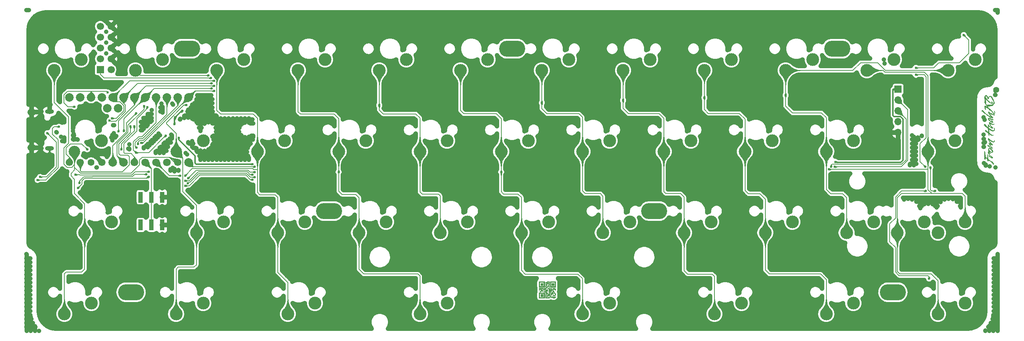
<source format=gbr>
G04 #@! TF.GenerationSoftware,KiCad,Pcbnew,(5.1.2)-2*
G04 #@! TF.CreationDate,2019-08-05T19:31:06+07:00*
G04 #@! TF.ProjectId,PCB,5043422e-6b69-4636-9164-5f7063625858,a*
G04 #@! TF.SameCoordinates,Original*
G04 #@! TF.FileFunction,Copper,L1,Top*
G04 #@! TF.FilePolarity,Positive*
%FSLAX46Y46*%
G04 Gerber Fmt 4.6, Leading zero omitted, Abs format (unit mm)*
G04 Created by KiCad (PCBNEW (5.1.2)-2) date 2019-08-05 19:31:06*
%MOMM*%
%LPD*%
G04 APERTURE LIST*
%ADD10C,0.010000*%
%ADD11C,1.700000*%
%ADD12R,1.700000X1.700000*%
%ADD13R,1.000000X2.500000*%
%ADD14C,3.000000*%
%ADD15C,2.700000*%
%ADD16C,1.600000*%
%ADD17C,2.000000*%
%ADD18C,1.800000*%
%ADD19O,6.100000X3.800000*%
%ADD20O,2.100000X1.000000*%
%ADD21O,2.100000X1.400000*%
%ADD22O,1.700000X1.700000*%
%ADD23C,0.600000*%
%ADD24C,0.460000*%
%ADD25C,1.400000*%
%ADD26C,0.300000*%
%ADD27C,0.200000*%
%ADD28C,0.150000*%
%ADD29C,1.000000*%
%ADD30C,0.025400*%
G04 APERTURE END LIST*
D10*
G36*
X112028841Y-58158429D02*
G01*
X111470041Y-58158429D01*
X111470041Y-57599629D01*
X112028841Y-57599629D01*
X112028841Y-58158429D01*
X112028841Y-58158429D01*
G37*
X112028841Y-58158429D02*
X111470041Y-58158429D01*
X111470041Y-57599629D01*
X112028841Y-57599629D01*
X112028841Y-58158429D01*
G36*
X112401374Y-58530963D02*
G01*
X111097508Y-58530963D01*
X111097508Y-57413363D01*
X111283775Y-57413363D01*
X111283775Y-58344696D01*
X112215108Y-58344696D01*
X112215108Y-57413363D01*
X111283775Y-57413363D01*
X111097508Y-57413363D01*
X111097508Y-57227096D01*
X112401374Y-57227096D01*
X112401374Y-58530963D01*
X112401374Y-58530963D01*
G37*
X112401374Y-58530963D02*
X111097508Y-58530963D01*
X111097508Y-57413363D01*
X111283775Y-57413363D01*
X111283775Y-58344696D01*
X112215108Y-58344696D01*
X112215108Y-57413363D01*
X111283775Y-57413363D01*
X111097508Y-57413363D01*
X111097508Y-57227096D01*
X112401374Y-57227096D01*
X112401374Y-58530963D01*
G36*
X112773908Y-58344696D02*
G01*
X113332708Y-58344696D01*
X113332708Y-58158429D01*
X113518975Y-58158429D01*
X113518975Y-58530963D01*
X112587641Y-58530963D01*
X112587641Y-57599629D01*
X112773908Y-57599629D01*
X112773908Y-58344696D01*
X112773908Y-58344696D01*
G37*
X112773908Y-58344696D02*
X113332708Y-58344696D01*
X113332708Y-58158429D01*
X113518975Y-58158429D01*
X113518975Y-58530963D01*
X112587641Y-58530963D01*
X112587641Y-57599629D01*
X112773908Y-57599629D01*
X112773908Y-58344696D01*
G36*
X112773908Y-57599629D02*
G01*
X112773908Y-57413363D01*
X112960175Y-57413363D01*
X112960175Y-57227096D01*
X113146441Y-57227096D01*
X113146441Y-57599629D01*
X112773908Y-57599629D01*
X112773908Y-57599629D01*
G37*
X112773908Y-57599629D02*
X112773908Y-57413363D01*
X112960175Y-57413363D01*
X112960175Y-57227096D01*
X113146441Y-57227096D01*
X113146441Y-57599629D01*
X112773908Y-57599629D01*
G36*
X113891508Y-57972163D02*
G01*
X113891508Y-58158429D01*
X114450308Y-58158429D01*
X114450308Y-58344696D01*
X114636574Y-58344696D01*
X114636574Y-58158429D01*
X115009108Y-58158429D01*
X115009108Y-58344696D01*
X114822841Y-58344696D01*
X114822841Y-58530963D01*
X114264041Y-58530963D01*
X114264041Y-58344696D01*
X113705241Y-58344696D01*
X113705241Y-57972163D01*
X113891508Y-57972163D01*
X113891508Y-57972163D01*
G37*
X113891508Y-57972163D02*
X113891508Y-58158429D01*
X114450308Y-58158429D01*
X114450308Y-58344696D01*
X114636574Y-58344696D01*
X114636574Y-58158429D01*
X115009108Y-58158429D01*
X115009108Y-58344696D01*
X114822841Y-58344696D01*
X114822841Y-58530963D01*
X114264041Y-58530963D01*
X114264041Y-58344696D01*
X113705241Y-58344696D01*
X113705241Y-57972163D01*
X113891508Y-57972163D01*
G36*
X113518975Y-57599629D02*
G01*
X113705241Y-57599629D01*
X113705241Y-57972163D01*
X113518975Y-57972163D01*
X113518975Y-57785896D01*
X113332708Y-57785896D01*
X113332708Y-57972163D01*
X113146441Y-57972163D01*
X113146441Y-58158429D01*
X112960175Y-58158429D01*
X112960175Y-57785896D01*
X113146441Y-57785896D01*
X113146441Y-57599629D01*
X113332708Y-57599629D01*
X113332708Y-57227096D01*
X113518975Y-57227096D01*
X113518975Y-57599629D01*
X113518975Y-57599629D01*
G37*
X113518975Y-57599629D02*
X113705241Y-57599629D01*
X113705241Y-57972163D01*
X113518975Y-57972163D01*
X113518975Y-57785896D01*
X113332708Y-57785896D01*
X113332708Y-57972163D01*
X113146441Y-57972163D01*
X113146441Y-58158429D01*
X112960175Y-58158429D01*
X112960175Y-57785896D01*
X113146441Y-57785896D01*
X113146441Y-57599629D01*
X113332708Y-57599629D01*
X113332708Y-57227096D01*
X113518975Y-57227096D01*
X113518975Y-57599629D01*
G36*
X113705241Y-57413363D02*
G01*
X113705241Y-57227096D01*
X113891508Y-57227096D01*
X113891508Y-57413363D01*
X113705241Y-57413363D01*
X113705241Y-57413363D01*
G37*
X113705241Y-57413363D02*
X113705241Y-57227096D01*
X113891508Y-57227096D01*
X113891508Y-57413363D01*
X113705241Y-57413363D01*
G36*
X114822841Y-57972163D02*
G01*
X114264041Y-57972163D01*
X114264041Y-57785896D01*
X114822841Y-57785896D01*
X114822841Y-57972163D01*
X114822841Y-57972163D01*
G37*
X114822841Y-57972163D02*
X114264041Y-57972163D01*
X114264041Y-57785896D01*
X114822841Y-57785896D01*
X114822841Y-57972163D01*
G36*
X114822841Y-57413363D02*
G01*
X115009108Y-57413363D01*
X115009108Y-57785896D01*
X114822841Y-57785896D01*
X114822841Y-57413363D01*
X114822841Y-57413363D01*
G37*
X114822841Y-57413363D02*
X115009108Y-57413363D01*
X115009108Y-57785896D01*
X114822841Y-57785896D01*
X114822841Y-57413363D01*
G36*
X114636574Y-57413363D02*
G01*
X114636574Y-57227096D01*
X114822841Y-57227096D01*
X114822841Y-57413363D01*
X114636574Y-57413363D01*
X114636574Y-57413363D01*
G37*
X114636574Y-57413363D02*
X114636574Y-57227096D01*
X114822841Y-57227096D01*
X114822841Y-57413363D01*
X114636574Y-57413363D01*
G36*
X114077774Y-57413363D02*
G01*
X114077774Y-57040830D01*
X114264041Y-57040830D01*
X114264041Y-57413363D01*
X114450308Y-57413363D01*
X114450308Y-57599629D01*
X114077774Y-57599629D01*
X114077774Y-57785896D01*
X113891508Y-57785896D01*
X113891508Y-57413363D01*
X114077774Y-57413363D01*
X114077774Y-57413363D01*
G37*
X114077774Y-57413363D02*
X114077774Y-57040830D01*
X114264041Y-57040830D01*
X114264041Y-57413363D01*
X114450308Y-57413363D01*
X114450308Y-57599629D01*
X114077774Y-57599629D01*
X114077774Y-57785896D01*
X113891508Y-57785896D01*
X113891508Y-57413363D01*
X114077774Y-57413363D01*
G36*
X114450308Y-57227096D02*
G01*
X114450308Y-57040830D01*
X114264041Y-57040830D01*
X114264041Y-56668296D01*
X114450308Y-56668296D01*
X114450308Y-56854563D01*
X114636574Y-56854563D01*
X114636574Y-57227096D01*
X114450308Y-57227096D01*
X114450308Y-57227096D01*
G37*
X114450308Y-57227096D02*
X114450308Y-57040830D01*
X114264041Y-57040830D01*
X114264041Y-56668296D01*
X114450308Y-56668296D01*
X114450308Y-56854563D01*
X114636574Y-56854563D01*
X114636574Y-57227096D01*
X114450308Y-57227096D01*
G36*
X114264041Y-56109496D02*
G01*
X114450308Y-56109496D01*
X114450308Y-56295763D01*
X114636574Y-56295763D01*
X114636574Y-56109496D01*
X114822841Y-56109496D01*
X114822841Y-56295763D01*
X115009108Y-56295763D01*
X115009108Y-56668296D01*
X114822841Y-56668296D01*
X114822841Y-56482030D01*
X114264041Y-56482030D01*
X114264041Y-56109496D01*
X114264041Y-56109496D01*
G37*
X114264041Y-56109496D02*
X114450308Y-56109496D01*
X114450308Y-56295763D01*
X114636574Y-56295763D01*
X114636574Y-56109496D01*
X114822841Y-56109496D01*
X114822841Y-56295763D01*
X115009108Y-56295763D01*
X115009108Y-56668296D01*
X114822841Y-56668296D01*
X114822841Y-56482030D01*
X114264041Y-56482030D01*
X114264041Y-56109496D01*
G36*
X113518975Y-56295763D02*
G01*
X113518975Y-56109496D01*
X113705241Y-56109496D01*
X113705241Y-56482030D01*
X113891508Y-56482030D01*
X113891508Y-56109496D01*
X114077774Y-56109496D01*
X114077774Y-56482030D01*
X114264041Y-56482030D01*
X114264041Y-56668296D01*
X114077774Y-56668296D01*
X114077774Y-56854563D01*
X113891508Y-56854563D01*
X113891508Y-57040830D01*
X113705241Y-57040830D01*
X113705241Y-57227096D01*
X113518975Y-57227096D01*
X113518975Y-57040830D01*
X113332708Y-57040830D01*
X113332708Y-56854563D01*
X113518975Y-56854563D01*
X113518975Y-57040830D01*
X113705241Y-57040830D01*
X113705241Y-56854563D01*
X113518975Y-56854563D01*
X113332708Y-56854563D01*
X113332708Y-56482030D01*
X113518975Y-56482030D01*
X113518975Y-56668296D01*
X113705241Y-56668296D01*
X113705241Y-56482030D01*
X113518975Y-56482030D01*
X113332708Y-56482030D01*
X113332708Y-56295763D01*
X113518975Y-56295763D01*
X113518975Y-56295763D01*
G37*
X113518975Y-56295763D02*
X113518975Y-56109496D01*
X113705241Y-56109496D01*
X113705241Y-56482030D01*
X113891508Y-56482030D01*
X113891508Y-56109496D01*
X114077774Y-56109496D01*
X114077774Y-56482030D01*
X114264041Y-56482030D01*
X114264041Y-56668296D01*
X114077774Y-56668296D01*
X114077774Y-56854563D01*
X113891508Y-56854563D01*
X113891508Y-57040830D01*
X113705241Y-57040830D01*
X113705241Y-57227096D01*
X113518975Y-57227096D01*
X113518975Y-57040830D01*
X113332708Y-57040830D01*
X113332708Y-56854563D01*
X113518975Y-56854563D01*
X113518975Y-57040830D01*
X113705241Y-57040830D01*
X113705241Y-56854563D01*
X113518975Y-56854563D01*
X113332708Y-56854563D01*
X113332708Y-56482030D01*
X113518975Y-56482030D01*
X113518975Y-56668296D01*
X113705241Y-56668296D01*
X113705241Y-56482030D01*
X113518975Y-56482030D01*
X113332708Y-56482030D01*
X113332708Y-56295763D01*
X113518975Y-56295763D01*
G36*
X113146441Y-56295763D02*
G01*
X113146441Y-56109496D01*
X113332708Y-56109496D01*
X113332708Y-56295763D01*
X113146441Y-56295763D01*
X113146441Y-56295763D01*
G37*
X113146441Y-56295763D02*
X113146441Y-56109496D01*
X113332708Y-56109496D01*
X113332708Y-56295763D01*
X113146441Y-56295763D01*
G36*
X112587641Y-57413363D02*
G01*
X112587641Y-57040830D01*
X112215108Y-57040830D01*
X112215108Y-56854563D01*
X112587641Y-56854563D01*
X112587641Y-56668296D01*
X112773908Y-56668296D01*
X112773908Y-56482030D01*
X113146441Y-56482030D01*
X113146441Y-56854563D01*
X112773908Y-56854563D01*
X112773908Y-57040830D01*
X112960175Y-57040830D01*
X112960175Y-57227096D01*
X112773908Y-57227096D01*
X112773908Y-57413363D01*
X112587641Y-57413363D01*
X112587641Y-57413363D01*
G37*
X112587641Y-57413363D02*
X112587641Y-57040830D01*
X112215108Y-57040830D01*
X112215108Y-56854563D01*
X112587641Y-56854563D01*
X112587641Y-56668296D01*
X112773908Y-56668296D01*
X112773908Y-56482030D01*
X113146441Y-56482030D01*
X113146441Y-56854563D01*
X112773908Y-56854563D01*
X112773908Y-57040830D01*
X112960175Y-57040830D01*
X112960175Y-57227096D01*
X112773908Y-57227096D01*
X112773908Y-57413363D01*
X112587641Y-57413363D01*
G36*
X111470041Y-57040830D02*
G01*
X111283775Y-57040830D01*
X111283775Y-56854563D01*
X111470041Y-56854563D01*
X111470041Y-57040830D01*
X111470041Y-57040830D01*
G37*
X111470041Y-57040830D02*
X111283775Y-57040830D01*
X111283775Y-56854563D01*
X111470041Y-56854563D01*
X111470041Y-57040830D01*
G36*
X111283775Y-56668296D02*
G01*
X111097508Y-56668296D01*
X111097508Y-56482030D01*
X111283775Y-56482030D01*
X111283775Y-56668296D01*
X111283775Y-56668296D01*
G37*
X111283775Y-56668296D02*
X111097508Y-56668296D01*
X111097508Y-56482030D01*
X111283775Y-56482030D01*
X111283775Y-56668296D01*
G36*
X111470041Y-56482030D02*
G01*
X111283775Y-56482030D01*
X111283775Y-56295763D01*
X111470041Y-56295763D01*
X111470041Y-56482030D01*
X111656308Y-56482030D01*
X111656308Y-56295763D01*
X111470041Y-56295763D01*
X111283775Y-56295763D01*
X111097508Y-56295763D01*
X111097508Y-56109496D01*
X112028841Y-56109496D01*
X112028841Y-56295763D01*
X111842575Y-56295763D01*
X111842575Y-56482030D01*
X111656308Y-56482030D01*
X111656308Y-56668296D01*
X112028841Y-56668296D01*
X112028841Y-56854563D01*
X111470041Y-56854563D01*
X111470041Y-56482030D01*
X111470041Y-56482030D01*
G37*
X111470041Y-56482030D02*
X111283775Y-56482030D01*
X111283775Y-56295763D01*
X111470041Y-56295763D01*
X111470041Y-56482030D01*
X111656308Y-56482030D01*
X111656308Y-56295763D01*
X111470041Y-56295763D01*
X111283775Y-56295763D01*
X111097508Y-56295763D01*
X111097508Y-56109496D01*
X112028841Y-56109496D01*
X112028841Y-56295763D01*
X111842575Y-56295763D01*
X111842575Y-56482030D01*
X111656308Y-56482030D01*
X111656308Y-56668296D01*
X112028841Y-56668296D01*
X112028841Y-56854563D01*
X111470041Y-56854563D01*
X111470041Y-56482030D01*
G36*
X112215108Y-56668296D02*
G01*
X112215108Y-56482030D01*
X112028841Y-56482030D01*
X112028841Y-56295763D01*
X112215108Y-56295763D01*
X112215108Y-56482030D01*
X112401374Y-56482030D01*
X112401374Y-56295763D01*
X112215108Y-56295763D01*
X112215108Y-56109496D01*
X112773908Y-56109496D01*
X112773908Y-56295763D01*
X112587641Y-56295763D01*
X112587641Y-56668296D01*
X112215108Y-56668296D01*
X112215108Y-56668296D01*
G37*
X112215108Y-56668296D02*
X112215108Y-56482030D01*
X112028841Y-56482030D01*
X112028841Y-56295763D01*
X112215108Y-56295763D01*
X112215108Y-56482030D01*
X112401374Y-56482030D01*
X112401374Y-56295763D01*
X112215108Y-56295763D01*
X112215108Y-56109496D01*
X112773908Y-56109496D01*
X112773908Y-56295763D01*
X112587641Y-56295763D01*
X112587641Y-56668296D01*
X112215108Y-56668296D01*
G36*
X113518975Y-55923229D02*
G01*
X113332708Y-55923229D01*
X113332708Y-55736963D01*
X113518975Y-55736963D01*
X113518975Y-55923229D01*
X113518975Y-55923229D01*
G37*
X113518975Y-55923229D02*
X113332708Y-55923229D01*
X113332708Y-55736963D01*
X113518975Y-55736963D01*
X113518975Y-55923229D01*
G36*
X114636574Y-55550696D02*
G01*
X114077774Y-55550696D01*
X114077774Y-54991896D01*
X114636574Y-54991896D01*
X114636574Y-55550696D01*
X114636574Y-55550696D01*
G37*
X114636574Y-55550696D02*
X114077774Y-55550696D01*
X114077774Y-54991896D01*
X114636574Y-54991896D01*
X114636574Y-55550696D01*
G36*
X115009108Y-55923229D02*
G01*
X113705241Y-55923229D01*
X113705241Y-54805630D01*
X113891508Y-54805630D01*
X113891508Y-55736963D01*
X114822841Y-55736963D01*
X114822841Y-54805630D01*
X113891508Y-54805630D01*
X113705241Y-54805630D01*
X113705241Y-54619363D01*
X115009108Y-54619363D01*
X115009108Y-55923229D01*
X115009108Y-55923229D01*
G37*
X115009108Y-55923229D02*
X113705241Y-55923229D01*
X113705241Y-54805630D01*
X113891508Y-54805630D01*
X113891508Y-55736963D01*
X114822841Y-55736963D01*
X114822841Y-54805630D01*
X113891508Y-54805630D01*
X113705241Y-54805630D01*
X113705241Y-54619363D01*
X115009108Y-54619363D01*
X115009108Y-55923229D01*
G36*
X112773908Y-55923229D02*
G01*
X112587641Y-55923229D01*
X112587641Y-55550696D01*
X112773908Y-55550696D01*
X112773908Y-55923229D01*
X112960175Y-55923229D01*
X112960175Y-55736963D01*
X113146441Y-55736963D01*
X113146441Y-55550696D01*
X113332708Y-55550696D01*
X113332708Y-55178163D01*
X112960175Y-55178163D01*
X112960175Y-55550696D01*
X112773908Y-55550696D01*
X112773908Y-55364430D01*
X112587641Y-55364430D01*
X112587641Y-55178163D01*
X112960175Y-55178163D01*
X112960175Y-54991896D01*
X112587641Y-54991896D01*
X112587641Y-54805630D01*
X112960175Y-54805630D01*
X113146441Y-54805630D01*
X113146441Y-54991896D01*
X113332708Y-54991896D01*
X113332708Y-54805630D01*
X113146441Y-54805630D01*
X112960175Y-54805630D01*
X112960175Y-54619363D01*
X113518975Y-54619363D01*
X113518975Y-55550696D01*
X113332708Y-55550696D01*
X113332708Y-55736963D01*
X113146441Y-55736963D01*
X113146441Y-55923229D01*
X112960175Y-55923229D01*
X112960175Y-56109496D01*
X112773908Y-56109496D01*
X112773908Y-55923229D01*
X112773908Y-55923229D01*
G37*
X112773908Y-55923229D02*
X112587641Y-55923229D01*
X112587641Y-55550696D01*
X112773908Y-55550696D01*
X112773908Y-55923229D01*
X112960175Y-55923229D01*
X112960175Y-55736963D01*
X113146441Y-55736963D01*
X113146441Y-55550696D01*
X113332708Y-55550696D01*
X113332708Y-55178163D01*
X112960175Y-55178163D01*
X112960175Y-55550696D01*
X112773908Y-55550696D01*
X112773908Y-55364430D01*
X112587641Y-55364430D01*
X112587641Y-55178163D01*
X112960175Y-55178163D01*
X112960175Y-54991896D01*
X112587641Y-54991896D01*
X112587641Y-54805630D01*
X112960175Y-54805630D01*
X113146441Y-54805630D01*
X113146441Y-54991896D01*
X113332708Y-54991896D01*
X113332708Y-54805630D01*
X113146441Y-54805630D01*
X112960175Y-54805630D01*
X112960175Y-54619363D01*
X113518975Y-54619363D01*
X113518975Y-55550696D01*
X113332708Y-55550696D01*
X113332708Y-55736963D01*
X113146441Y-55736963D01*
X113146441Y-55923229D01*
X112960175Y-55923229D01*
X112960175Y-56109496D01*
X112773908Y-56109496D01*
X112773908Y-55923229D01*
G36*
X112028841Y-55550696D02*
G01*
X111470041Y-55550696D01*
X111470041Y-54991896D01*
X112028841Y-54991896D01*
X112028841Y-55550696D01*
X112028841Y-55550696D01*
G37*
X112028841Y-55550696D02*
X111470041Y-55550696D01*
X111470041Y-54991896D01*
X112028841Y-54991896D01*
X112028841Y-55550696D01*
G36*
X112401374Y-55923229D02*
G01*
X111097508Y-55923229D01*
X111097508Y-54805630D01*
X111283775Y-54805630D01*
X111283775Y-55736963D01*
X112215108Y-55736963D01*
X112215108Y-54805630D01*
X111283775Y-54805630D01*
X111097508Y-54805630D01*
X111097508Y-54619363D01*
X112401374Y-54619363D01*
X112401374Y-55923229D01*
X112401374Y-55923229D01*
G37*
X112401374Y-55923229D02*
X111097508Y-55923229D01*
X111097508Y-54805630D01*
X111283775Y-54805630D01*
X111283775Y-55736963D01*
X112215108Y-55736963D01*
X112215108Y-54805630D01*
X111283775Y-54805630D01*
X111097508Y-54805630D01*
X111097508Y-54619363D01*
X112401374Y-54619363D01*
X112401374Y-55923229D01*
G36*
X216321562Y-24284124D02*
G01*
X216323188Y-24279141D01*
X216357787Y-24199979D01*
X216399728Y-24132525D01*
X216421532Y-24101625D01*
X216433412Y-24069505D01*
X216435705Y-24024527D01*
X216428751Y-23955052D01*
X216412886Y-23849443D01*
X216408709Y-23823185D01*
X216387732Y-23666676D01*
X216382900Y-23549494D01*
X216395547Y-23462372D01*
X216427012Y-23396042D01*
X216478156Y-23341634D01*
X216572093Y-23278261D01*
X216659930Y-23258762D01*
X216757297Y-23281094D01*
X216799088Y-23299657D01*
X216886307Y-23348481D01*
X216972150Y-23407176D01*
X217045412Y-23466764D01*
X217094891Y-23518262D01*
X217109877Y-23548767D01*
X217130451Y-23582807D01*
X217167485Y-23609396D01*
X217235773Y-23661766D01*
X217310467Y-23745047D01*
X217382411Y-23845441D01*
X217442449Y-23949153D01*
X217481428Y-24042389D01*
X217491335Y-24097406D01*
X217476993Y-24152028D01*
X217440979Y-24222432D01*
X217423778Y-24248462D01*
X217373007Y-24309788D01*
X217324156Y-24337418D01*
X217287850Y-24341035D01*
X217287850Y-24255620D01*
X217315927Y-24238809D01*
X217331441Y-24208985D01*
X217334745Y-24177405D01*
X217323063Y-24132888D01*
X217293620Y-24064253D01*
X217250040Y-23973437D01*
X217174952Y-23847429D01*
X217077673Y-23725122D01*
X216966571Y-23613468D01*
X216850016Y-23519419D01*
X216736378Y-23449926D01*
X216634026Y-23411940D01*
X216569635Y-23408318D01*
X216521302Y-23435737D01*
X216502240Y-23493984D01*
X216509922Y-23574272D01*
X216541821Y-23667811D01*
X216595411Y-23765814D01*
X216668166Y-23859490D01*
X216711769Y-23902708D01*
X216776187Y-23965682D01*
X216826446Y-24023615D01*
X216844261Y-24050373D01*
X216887811Y-24102073D01*
X216959713Y-24153248D01*
X217047816Y-24199044D01*
X217139973Y-24234607D01*
X217224034Y-24255084D01*
X217287850Y-24255620D01*
X217287850Y-24341035D01*
X217264014Y-24343410D01*
X217132997Y-24329887D01*
X216988300Y-24293888D01*
X216852673Y-24242272D01*
X216763261Y-24192463D01*
X216691392Y-24147188D01*
X216649919Y-24136431D01*
X216631282Y-24160947D01*
X216627735Y-24205974D01*
X216646317Y-24249469D01*
X216693910Y-24310727D01*
X216758281Y-24377849D01*
X216827196Y-24438940D01*
X216888424Y-24482102D01*
X216925748Y-24495810D01*
X216956404Y-24507144D01*
X216950239Y-24531833D01*
X216913256Y-24555907D01*
X216897845Y-24560724D01*
X216800462Y-24562253D01*
X216689442Y-24527712D01*
X216580139Y-24462745D01*
X216539989Y-24429181D01*
X216475766Y-24378906D01*
X216436326Y-24365473D01*
X216426386Y-24387199D01*
X216450661Y-24442401D01*
X216460247Y-24457631D01*
X216490125Y-24515567D01*
X216500735Y-24557155D01*
X216520123Y-24603253D01*
X216534018Y-24615198D01*
X216572057Y-24650242D01*
X216610464Y-24699010D01*
X216645164Y-24742504D01*
X216703080Y-24807364D01*
X216776585Y-24885853D01*
X216858053Y-24970232D01*
X216939857Y-25052765D01*
X217014372Y-25125712D01*
X217073969Y-25181337D01*
X217111023Y-25211901D01*
X217119154Y-25215124D01*
X217142263Y-25224181D01*
X217188607Y-25259323D01*
X217215324Y-25282816D01*
X217290272Y-25346905D01*
X217367911Y-25406695D01*
X217383211Y-25417438D01*
X217435575Y-25456109D01*
X217463982Y-25482730D01*
X217465666Y-25486410D01*
X217449759Y-25530710D01*
X217411316Y-25586672D01*
X217364861Y-25636717D01*
X217324920Y-25663266D01*
X217318764Y-25664210D01*
X217274171Y-25651622D01*
X217202818Y-25618710D01*
X217124813Y-25575310D01*
X217048249Y-25530495D01*
X216989469Y-25498479D01*
X216961207Y-25486197D01*
X216934714Y-25472194D01*
X216877739Y-25435008D01*
X216800720Y-25381557D01*
X216767435Y-25357748D01*
X216676361Y-25292907D01*
X216592540Y-25234695D01*
X216530847Y-25193404D01*
X216519945Y-25186511D01*
X216462793Y-25130563D01*
X216453946Y-25061061D01*
X216476363Y-25001889D01*
X216491822Y-24981194D01*
X216512766Y-24979637D01*
X216547137Y-25001888D01*
X216602878Y-25052616D01*
X216662830Y-25111509D01*
X216778161Y-25221285D01*
X216889345Y-25318385D01*
X216990704Y-25398757D01*
X217076560Y-25458349D01*
X217141234Y-25493108D01*
X217179048Y-25498982D01*
X217186535Y-25485265D01*
X217169287Y-25451608D01*
X217122792Y-25392175D01*
X217054922Y-25315870D01*
X216973551Y-25231598D01*
X216897685Y-25158532D01*
X216822299Y-25080549D01*
X216728812Y-24971803D01*
X216626628Y-24844242D01*
X216525152Y-24709813D01*
X216433788Y-24580462D01*
X216389155Y-24512504D01*
X216339708Y-24431080D01*
X216314848Y-24376093D01*
X216310244Y-24332217D01*
X216321562Y-24284124D01*
X216321562Y-24284124D01*
G37*
X216321562Y-24284124D02*
X216323188Y-24279141D01*
X216357787Y-24199979D01*
X216399728Y-24132525D01*
X216421532Y-24101625D01*
X216433412Y-24069505D01*
X216435705Y-24024527D01*
X216428751Y-23955052D01*
X216412886Y-23849443D01*
X216408709Y-23823185D01*
X216387732Y-23666676D01*
X216382900Y-23549494D01*
X216395547Y-23462372D01*
X216427012Y-23396042D01*
X216478156Y-23341634D01*
X216572093Y-23278261D01*
X216659930Y-23258762D01*
X216757297Y-23281094D01*
X216799088Y-23299657D01*
X216886307Y-23348481D01*
X216972150Y-23407176D01*
X217045412Y-23466764D01*
X217094891Y-23518262D01*
X217109877Y-23548767D01*
X217130451Y-23582807D01*
X217167485Y-23609396D01*
X217235773Y-23661766D01*
X217310467Y-23745047D01*
X217382411Y-23845441D01*
X217442449Y-23949153D01*
X217481428Y-24042389D01*
X217491335Y-24097406D01*
X217476993Y-24152028D01*
X217440979Y-24222432D01*
X217423778Y-24248462D01*
X217373007Y-24309788D01*
X217324156Y-24337418D01*
X217287850Y-24341035D01*
X217287850Y-24255620D01*
X217315927Y-24238809D01*
X217331441Y-24208985D01*
X217334745Y-24177405D01*
X217323063Y-24132888D01*
X217293620Y-24064253D01*
X217250040Y-23973437D01*
X217174952Y-23847429D01*
X217077673Y-23725122D01*
X216966571Y-23613468D01*
X216850016Y-23519419D01*
X216736378Y-23449926D01*
X216634026Y-23411940D01*
X216569635Y-23408318D01*
X216521302Y-23435737D01*
X216502240Y-23493984D01*
X216509922Y-23574272D01*
X216541821Y-23667811D01*
X216595411Y-23765814D01*
X216668166Y-23859490D01*
X216711769Y-23902708D01*
X216776187Y-23965682D01*
X216826446Y-24023615D01*
X216844261Y-24050373D01*
X216887811Y-24102073D01*
X216959713Y-24153248D01*
X217047816Y-24199044D01*
X217139973Y-24234607D01*
X217224034Y-24255084D01*
X217287850Y-24255620D01*
X217287850Y-24341035D01*
X217264014Y-24343410D01*
X217132997Y-24329887D01*
X216988300Y-24293888D01*
X216852673Y-24242272D01*
X216763261Y-24192463D01*
X216691392Y-24147188D01*
X216649919Y-24136431D01*
X216631282Y-24160947D01*
X216627735Y-24205974D01*
X216646317Y-24249469D01*
X216693910Y-24310727D01*
X216758281Y-24377849D01*
X216827196Y-24438940D01*
X216888424Y-24482102D01*
X216925748Y-24495810D01*
X216956404Y-24507144D01*
X216950239Y-24531833D01*
X216913256Y-24555907D01*
X216897845Y-24560724D01*
X216800462Y-24562253D01*
X216689442Y-24527712D01*
X216580139Y-24462745D01*
X216539989Y-24429181D01*
X216475766Y-24378906D01*
X216436326Y-24365473D01*
X216426386Y-24387199D01*
X216450661Y-24442401D01*
X216460247Y-24457631D01*
X216490125Y-24515567D01*
X216500735Y-24557155D01*
X216520123Y-24603253D01*
X216534018Y-24615198D01*
X216572057Y-24650242D01*
X216610464Y-24699010D01*
X216645164Y-24742504D01*
X216703080Y-24807364D01*
X216776585Y-24885853D01*
X216858053Y-24970232D01*
X216939857Y-25052765D01*
X217014372Y-25125712D01*
X217073969Y-25181337D01*
X217111023Y-25211901D01*
X217119154Y-25215124D01*
X217142263Y-25224181D01*
X217188607Y-25259323D01*
X217215324Y-25282816D01*
X217290272Y-25346905D01*
X217367911Y-25406695D01*
X217383211Y-25417438D01*
X217435575Y-25456109D01*
X217463982Y-25482730D01*
X217465666Y-25486410D01*
X217449759Y-25530710D01*
X217411316Y-25586672D01*
X217364861Y-25636717D01*
X217324920Y-25663266D01*
X217318764Y-25664210D01*
X217274171Y-25651622D01*
X217202818Y-25618710D01*
X217124813Y-25575310D01*
X217048249Y-25530495D01*
X216989469Y-25498479D01*
X216961207Y-25486197D01*
X216934714Y-25472194D01*
X216877739Y-25435008D01*
X216800720Y-25381557D01*
X216767435Y-25357748D01*
X216676361Y-25292907D01*
X216592540Y-25234695D01*
X216530847Y-25193404D01*
X216519945Y-25186511D01*
X216462793Y-25130563D01*
X216453946Y-25061061D01*
X216476363Y-25001889D01*
X216491822Y-24981194D01*
X216512766Y-24979637D01*
X216547137Y-25001888D01*
X216602878Y-25052616D01*
X216662830Y-25111509D01*
X216778161Y-25221285D01*
X216889345Y-25318385D01*
X216990704Y-25398757D01*
X217076560Y-25458349D01*
X217141234Y-25493108D01*
X217179048Y-25498982D01*
X217186535Y-25485265D01*
X217169287Y-25451608D01*
X217122792Y-25392175D01*
X217054922Y-25315870D01*
X216973551Y-25231598D01*
X216897685Y-25158532D01*
X216822299Y-25080549D01*
X216728812Y-24971803D01*
X216626628Y-24844242D01*
X216525152Y-24709813D01*
X216433788Y-24580462D01*
X216389155Y-24512504D01*
X216339708Y-24431080D01*
X216314848Y-24376093D01*
X216310244Y-24332217D01*
X216321562Y-24284124D01*
G36*
X216383274Y-16259652D02*
G01*
X216423027Y-16216884D01*
X216475372Y-16169471D01*
X216513159Y-16141980D01*
X216520843Y-16139210D01*
X216530232Y-16161719D01*
X216532232Y-16218367D01*
X216530602Y-16247329D01*
X216539076Y-16360243D01*
X216575189Y-16488796D01*
X216631584Y-16611804D01*
X216684067Y-16689251D01*
X216815755Y-16838744D01*
X216940113Y-16963002D01*
X217053071Y-17059093D01*
X217150562Y-17124087D01*
X217228515Y-17155050D01*
X217282862Y-17149050D01*
X217299197Y-17132460D01*
X217293884Y-17097517D01*
X217260007Y-17033974D01*
X217203656Y-16950379D01*
X217130917Y-16855279D01*
X217047877Y-16757225D01*
X216980298Y-16684627D01*
X216911896Y-16611525D01*
X216859969Y-16550325D01*
X216832949Y-16511182D01*
X216830935Y-16504728D01*
X216812600Y-16474676D01*
X216765739Y-16427310D01*
X216729335Y-16396265D01*
X216662504Y-16338695D01*
X216634232Y-16298003D01*
X216641361Y-16262081D01*
X216680733Y-16218818D01*
X216682598Y-16217076D01*
X216737462Y-16165963D01*
X216793866Y-16222437D01*
X216895275Y-16309369D01*
X217024776Y-16392371D01*
X217134230Y-16450360D01*
X217248582Y-16500113D01*
X217331481Y-16517608D01*
X217390083Y-16503602D01*
X217416729Y-16480190D01*
X217441275Y-16459438D01*
X217463691Y-16472328D01*
X217494974Y-16524640D01*
X217531477Y-16603376D01*
X217537724Y-16651195D01*
X217514440Y-16677440D01*
X217507116Y-16680613D01*
X217443758Y-16684224D01*
X217348331Y-16663463D01*
X217231585Y-16621292D01*
X217141239Y-16579774D01*
X217050465Y-16534499D01*
X216995994Y-16508502D01*
X216968578Y-16498569D01*
X216958970Y-16501487D01*
X216957924Y-16514041D01*
X216957935Y-16516070D01*
X216974946Y-16542647D01*
X217021491Y-16597303D01*
X217090838Y-16672547D01*
X217176256Y-16760886D01*
X217193751Y-16778537D01*
X217317542Y-16907816D01*
X217404771Y-17011695D01*
X217458914Y-17096037D01*
X217483451Y-17166705D01*
X217481857Y-17229563D01*
X217475044Y-17252839D01*
X217435558Y-17303617D01*
X217367298Y-17314892D01*
X217268965Y-17286690D01*
X217208559Y-17258024D01*
X217141986Y-17226177D01*
X217092970Y-17207799D01*
X217082796Y-17206010D01*
X217047104Y-17189786D01*
X216984445Y-17146499D01*
X216904535Y-17084232D01*
X216817090Y-17011066D01*
X216731826Y-16935084D01*
X216658456Y-16864367D01*
X216614133Y-16816155D01*
X216489639Y-16645887D01*
X216400091Y-16477297D01*
X216360376Y-16361528D01*
X216357292Y-16309187D01*
X216383274Y-16259652D01*
X216383274Y-16259652D01*
G37*
X216383274Y-16259652D02*
X216423027Y-16216884D01*
X216475372Y-16169471D01*
X216513159Y-16141980D01*
X216520843Y-16139210D01*
X216530232Y-16161719D01*
X216532232Y-16218367D01*
X216530602Y-16247329D01*
X216539076Y-16360243D01*
X216575189Y-16488796D01*
X216631584Y-16611804D01*
X216684067Y-16689251D01*
X216815755Y-16838744D01*
X216940113Y-16963002D01*
X217053071Y-17059093D01*
X217150562Y-17124087D01*
X217228515Y-17155050D01*
X217282862Y-17149050D01*
X217299197Y-17132460D01*
X217293884Y-17097517D01*
X217260007Y-17033974D01*
X217203656Y-16950379D01*
X217130917Y-16855279D01*
X217047877Y-16757225D01*
X216980298Y-16684627D01*
X216911896Y-16611525D01*
X216859969Y-16550325D01*
X216832949Y-16511182D01*
X216830935Y-16504728D01*
X216812600Y-16474676D01*
X216765739Y-16427310D01*
X216729335Y-16396265D01*
X216662504Y-16338695D01*
X216634232Y-16298003D01*
X216641361Y-16262081D01*
X216680733Y-16218818D01*
X216682598Y-16217076D01*
X216737462Y-16165963D01*
X216793866Y-16222437D01*
X216895275Y-16309369D01*
X217024776Y-16392371D01*
X217134230Y-16450360D01*
X217248582Y-16500113D01*
X217331481Y-16517608D01*
X217390083Y-16503602D01*
X217416729Y-16480190D01*
X217441275Y-16459438D01*
X217463691Y-16472328D01*
X217494974Y-16524640D01*
X217531477Y-16603376D01*
X217537724Y-16651195D01*
X217514440Y-16677440D01*
X217507116Y-16680613D01*
X217443758Y-16684224D01*
X217348331Y-16663463D01*
X217231585Y-16621292D01*
X217141239Y-16579774D01*
X217050465Y-16534499D01*
X216995994Y-16508502D01*
X216968578Y-16498569D01*
X216958970Y-16501487D01*
X216957924Y-16514041D01*
X216957935Y-16516070D01*
X216974946Y-16542647D01*
X217021491Y-16597303D01*
X217090838Y-16672547D01*
X217176256Y-16760886D01*
X217193751Y-16778537D01*
X217317542Y-16907816D01*
X217404771Y-17011695D01*
X217458914Y-17096037D01*
X217483451Y-17166705D01*
X217481857Y-17229563D01*
X217475044Y-17252839D01*
X217435558Y-17303617D01*
X217367298Y-17314892D01*
X217268965Y-17286690D01*
X217208559Y-17258024D01*
X217141986Y-17226177D01*
X217092970Y-17207799D01*
X217082796Y-17206010D01*
X217047104Y-17189786D01*
X216984445Y-17146499D01*
X216904535Y-17084232D01*
X216817090Y-17011066D01*
X216731826Y-16935084D01*
X216658456Y-16864367D01*
X216614133Y-16816155D01*
X216489639Y-16645887D01*
X216400091Y-16477297D01*
X216360376Y-16361528D01*
X216357292Y-16309187D01*
X216383274Y-16259652D01*
G36*
X215446186Y-25313481D02*
G01*
X215456446Y-25280578D01*
X215466427Y-25224937D01*
X215474516Y-25123735D01*
X215480481Y-24982184D01*
X215484088Y-24805497D01*
X215485123Y-24638070D01*
X215486574Y-24421090D01*
X215490723Y-24252744D01*
X215497768Y-24130924D01*
X215507906Y-24053527D01*
X215521336Y-24018447D01*
X215538254Y-24023578D01*
X215542258Y-24029549D01*
X215568985Y-24097386D01*
X215596174Y-24209650D01*
X215622745Y-24359990D01*
X215647617Y-24542059D01*
X215669710Y-24749505D01*
X215675247Y-24811223D01*
X215690915Y-24986750D01*
X215705989Y-25121134D01*
X215724081Y-25223860D01*
X215748802Y-25304409D01*
X215783763Y-25372267D01*
X215832576Y-25436915D01*
X215898851Y-25507837D01*
X215965908Y-25574515D01*
X216119734Y-25726120D01*
X216119734Y-25303119D01*
X216121710Y-25121759D01*
X216127434Y-24975796D01*
X216136603Y-24870260D01*
X216148914Y-24810185D01*
X216149544Y-24808614D01*
X216166864Y-24770574D01*
X216178343Y-24764824D01*
X216188574Y-24797260D01*
X216202148Y-24873778D01*
X216202654Y-24876810D01*
X216218057Y-24961607D01*
X216232565Y-25029189D01*
X216239610Y-25054610D01*
X216249412Y-25102100D01*
X216258112Y-25177133D01*
X216260684Y-25211262D01*
X216271240Y-25295249D01*
X216288934Y-25365250D01*
X216296424Y-25382736D01*
X216310493Y-25433565D01*
X216320944Y-25517700D01*
X216325673Y-25617666D01*
X216325740Y-25625809D01*
X216329149Y-25719283D01*
X216337241Y-25791502D01*
X216348374Y-25828745D01*
X216350234Y-25830484D01*
X216371018Y-25865640D01*
X216374049Y-25887960D01*
X216393788Y-25923898D01*
X216441405Y-25970491D01*
X216500071Y-26014265D01*
X216552958Y-26041748D01*
X216570468Y-26045211D01*
X216597675Y-26064263D01*
X216621840Y-26096010D01*
X216660744Y-26136000D01*
X216689738Y-26146810D01*
X216725778Y-26167962D01*
X216742035Y-26197610D01*
X216764298Y-26238644D01*
X216780573Y-26248411D01*
X216812620Y-26261635D01*
X216871151Y-26295644D01*
X216918473Y-26326350D01*
X217006952Y-26376196D01*
X217070829Y-26391062D01*
X217082169Y-26388988D01*
X217140067Y-26393345D01*
X217169344Y-26412648D01*
X217211634Y-26444276D01*
X217233827Y-26451610D01*
X217269396Y-26469946D01*
X217327033Y-26518488D01*
X217397368Y-26587537D01*
X217471033Y-26667396D01*
X217538657Y-26748367D01*
X217590871Y-26820752D01*
X217591662Y-26821995D01*
X217636637Y-26893455D01*
X217658657Y-26938451D01*
X217660496Y-26974325D01*
X217644925Y-27018417D01*
X217628890Y-27054860D01*
X217598730Y-27109673D01*
X217571676Y-27136786D01*
X217568408Y-27137410D01*
X217542937Y-27117896D01*
X217499176Y-27066631D01*
X217446407Y-26994530D01*
X217444236Y-26991360D01*
X217391212Y-26919783D01*
X217320390Y-26832447D01*
X217239051Y-26737371D01*
X217154478Y-26642575D01*
X217073952Y-26556078D01*
X217004755Y-26485899D01*
X216954170Y-26440056D01*
X216931031Y-26426210D01*
X216901907Y-26412778D01*
X216840650Y-26376440D01*
X216756943Y-26323136D01*
X216682603Y-26273810D01*
X216588505Y-26211488D01*
X216509760Y-26161483D01*
X216455897Y-26129717D01*
X216437282Y-26121410D01*
X216427515Y-26143244D01*
X216429458Y-26196553D01*
X216430513Y-26203960D01*
X216436067Y-26270879D01*
X216431931Y-26317651D01*
X216431719Y-26318260D01*
X216401285Y-26339074D01*
X216343922Y-26348905D01*
X216282502Y-26346800D01*
X216239894Y-26331805D01*
X216235173Y-26326453D01*
X216224940Y-26291546D01*
X216210897Y-26220184D01*
X216195715Y-26126300D01*
X216192354Y-26103061D01*
X216164094Y-25903227D01*
X215981847Y-25772153D01*
X215872890Y-25694954D01*
X215798117Y-25646498D01*
X215751154Y-25624942D01*
X215725625Y-25628442D01*
X215715155Y-25655155D01*
X215713334Y-25694513D01*
X215721612Y-25762426D01*
X215741689Y-25809292D01*
X215743214Y-25810930D01*
X215755163Y-25850228D01*
X215729053Y-25892046D01*
X215676059Y-25926376D01*
X215607354Y-25943209D01*
X215595098Y-25943610D01*
X215510135Y-25943610D01*
X215510134Y-25697961D01*
X215508032Y-25573153D01*
X215500787Y-25489035D01*
X215486996Y-25435633D01*
X215469146Y-25407019D01*
X215443220Y-25364869D01*
X215446186Y-25313481D01*
X215446186Y-25313481D01*
G37*
X215446186Y-25313481D02*
X215456446Y-25280578D01*
X215466427Y-25224937D01*
X215474516Y-25123735D01*
X215480481Y-24982184D01*
X215484088Y-24805497D01*
X215485123Y-24638070D01*
X215486574Y-24421090D01*
X215490723Y-24252744D01*
X215497768Y-24130924D01*
X215507906Y-24053527D01*
X215521336Y-24018447D01*
X215538254Y-24023578D01*
X215542258Y-24029549D01*
X215568985Y-24097386D01*
X215596174Y-24209650D01*
X215622745Y-24359990D01*
X215647617Y-24542059D01*
X215669710Y-24749505D01*
X215675247Y-24811223D01*
X215690915Y-24986750D01*
X215705989Y-25121134D01*
X215724081Y-25223860D01*
X215748802Y-25304409D01*
X215783763Y-25372267D01*
X215832576Y-25436915D01*
X215898851Y-25507837D01*
X215965908Y-25574515D01*
X216119734Y-25726120D01*
X216119734Y-25303119D01*
X216121710Y-25121759D01*
X216127434Y-24975796D01*
X216136603Y-24870260D01*
X216148914Y-24810185D01*
X216149544Y-24808614D01*
X216166864Y-24770574D01*
X216178343Y-24764824D01*
X216188574Y-24797260D01*
X216202148Y-24873778D01*
X216202654Y-24876810D01*
X216218057Y-24961607D01*
X216232565Y-25029189D01*
X216239610Y-25054610D01*
X216249412Y-25102100D01*
X216258112Y-25177133D01*
X216260684Y-25211262D01*
X216271240Y-25295249D01*
X216288934Y-25365250D01*
X216296424Y-25382736D01*
X216310493Y-25433565D01*
X216320944Y-25517700D01*
X216325673Y-25617666D01*
X216325740Y-25625809D01*
X216329149Y-25719283D01*
X216337241Y-25791502D01*
X216348374Y-25828745D01*
X216350234Y-25830484D01*
X216371018Y-25865640D01*
X216374049Y-25887960D01*
X216393788Y-25923898D01*
X216441405Y-25970491D01*
X216500071Y-26014265D01*
X216552958Y-26041748D01*
X216570468Y-26045211D01*
X216597675Y-26064263D01*
X216621840Y-26096010D01*
X216660744Y-26136000D01*
X216689738Y-26146810D01*
X216725778Y-26167962D01*
X216742035Y-26197610D01*
X216764298Y-26238644D01*
X216780573Y-26248411D01*
X216812620Y-26261635D01*
X216871151Y-26295644D01*
X216918473Y-26326350D01*
X217006952Y-26376196D01*
X217070829Y-26391062D01*
X217082169Y-26388988D01*
X217140067Y-26393345D01*
X217169344Y-26412648D01*
X217211634Y-26444276D01*
X217233827Y-26451610D01*
X217269396Y-26469946D01*
X217327033Y-26518488D01*
X217397368Y-26587537D01*
X217471033Y-26667396D01*
X217538657Y-26748367D01*
X217590871Y-26820752D01*
X217591662Y-26821995D01*
X217636637Y-26893455D01*
X217658657Y-26938451D01*
X217660496Y-26974325D01*
X217644925Y-27018417D01*
X217628890Y-27054860D01*
X217598730Y-27109673D01*
X217571676Y-27136786D01*
X217568408Y-27137410D01*
X217542937Y-27117896D01*
X217499176Y-27066631D01*
X217446407Y-26994530D01*
X217444236Y-26991360D01*
X217391212Y-26919783D01*
X217320390Y-26832447D01*
X217239051Y-26737371D01*
X217154478Y-26642575D01*
X217073952Y-26556078D01*
X217004755Y-26485899D01*
X216954170Y-26440056D01*
X216931031Y-26426210D01*
X216901907Y-26412778D01*
X216840650Y-26376440D01*
X216756943Y-26323136D01*
X216682603Y-26273810D01*
X216588505Y-26211488D01*
X216509760Y-26161483D01*
X216455897Y-26129717D01*
X216437282Y-26121410D01*
X216427515Y-26143244D01*
X216429458Y-26196553D01*
X216430513Y-26203960D01*
X216436067Y-26270879D01*
X216431931Y-26317651D01*
X216431719Y-26318260D01*
X216401285Y-26339074D01*
X216343922Y-26348905D01*
X216282502Y-26346800D01*
X216239894Y-26331805D01*
X216235173Y-26326453D01*
X216224940Y-26291546D01*
X216210897Y-26220184D01*
X216195715Y-26126300D01*
X216192354Y-26103061D01*
X216164094Y-25903227D01*
X215981847Y-25772153D01*
X215872890Y-25694954D01*
X215798117Y-25646498D01*
X215751154Y-25624942D01*
X215725625Y-25628442D01*
X215715155Y-25655155D01*
X215713334Y-25694513D01*
X215721612Y-25762426D01*
X215741689Y-25809292D01*
X215743214Y-25810930D01*
X215755163Y-25850228D01*
X215729053Y-25892046D01*
X215676059Y-25926376D01*
X215607354Y-25943209D01*
X215595098Y-25943610D01*
X215510135Y-25943610D01*
X215510134Y-25697961D01*
X215508032Y-25573153D01*
X215500787Y-25489035D01*
X215486996Y-25435633D01*
X215469146Y-25407019D01*
X215443220Y-25364869D01*
X215446186Y-25313481D01*
G36*
X216326152Y-17860328D02*
G01*
X216339707Y-17809260D01*
X216364606Y-17769762D01*
X216403945Y-17778040D01*
X216456374Y-17833588D01*
X216475013Y-17860234D01*
X216519163Y-17917533D01*
X216589268Y-17998308D01*
X216674766Y-18090717D01*
X216744422Y-18162325D01*
X216850792Y-18264309D01*
X216944444Y-18345236D01*
X217021587Y-18403237D01*
X217078431Y-18436444D01*
X217111185Y-18442986D01*
X217116058Y-18420997D01*
X217089260Y-18368607D01*
X217049562Y-18312759D01*
X216988108Y-18223759D01*
X216913120Y-18102490D01*
X216831978Y-17962275D01*
X216752061Y-17816438D01*
X216680747Y-17678303D01*
X216625415Y-17561195D01*
X216602663Y-17505776D01*
X216573672Y-17422863D01*
X216562871Y-17369206D01*
X216569167Y-17327063D01*
X216588954Y-17283526D01*
X216622088Y-17231325D01*
X216650001Y-17206370D01*
X216652442Y-17206010D01*
X216682277Y-17220422D01*
X216741089Y-17258760D01*
X216817821Y-17313679D01*
X216843635Y-17333010D01*
X216925682Y-17391898D01*
X216995608Y-17436283D01*
X217041360Y-17458690D01*
X217048428Y-17460010D01*
X217091864Y-17477891D01*
X217128928Y-17510810D01*
X217170727Y-17549167D01*
X217198529Y-17561767D01*
X217237935Y-17572796D01*
X217295540Y-17598908D01*
X217363910Y-17625838D01*
X217454044Y-17650808D01*
X217493189Y-17658930D01*
X217575010Y-17670154D01*
X217628450Y-17664555D01*
X217673963Y-17639294D01*
X217682633Y-17632645D01*
X217726090Y-17602444D01*
X217743235Y-17605371D01*
X217745335Y-17622681D01*
X217725768Y-17663665D01*
X217680799Y-17704325D01*
X217557157Y-17755891D01*
X217406794Y-17765774D01*
X217229135Y-17733907D01*
X217023605Y-17660222D01*
X216923540Y-17614215D01*
X216839591Y-17575859D01*
X216774328Y-17550783D01*
X216739935Y-17543566D01*
X216738004Y-17544475D01*
X216738873Y-17575770D01*
X216761483Y-17637732D01*
X216799851Y-17718458D01*
X216847997Y-17806045D01*
X216899939Y-17888591D01*
X216935129Y-17936719D01*
X216999841Y-18015150D01*
X217079608Y-18107945D01*
X217141875Y-18178019D01*
X217202134Y-18250472D01*
X217245398Y-18313870D01*
X217262512Y-18354752D01*
X217262525Y-18355360D01*
X217280932Y-18392938D01*
X217301728Y-18399810D01*
X217354480Y-18414054D01*
X217412076Y-18447859D01*
X217455024Y-18487835D01*
X217465935Y-18512604D01*
X217446578Y-18554567D01*
X217400906Y-18603287D01*
X217347517Y-18641783D01*
X217311282Y-18653810D01*
X217273901Y-18641695D01*
X217205014Y-18609259D01*
X217116648Y-18562369D01*
X217071619Y-18536898D01*
X216880779Y-18424749D01*
X216727501Y-18329729D01*
X216603811Y-18246458D01*
X216501731Y-18169551D01*
X216413287Y-18093626D01*
X216409203Y-18089873D01*
X216349030Y-18031574D01*
X216318010Y-17985509D01*
X216311823Y-17934239D01*
X216326152Y-17860328D01*
X216326152Y-17860328D01*
G37*
X216326152Y-17860328D02*
X216339707Y-17809260D01*
X216364606Y-17769762D01*
X216403945Y-17778040D01*
X216456374Y-17833588D01*
X216475013Y-17860234D01*
X216519163Y-17917533D01*
X216589268Y-17998308D01*
X216674766Y-18090717D01*
X216744422Y-18162325D01*
X216850792Y-18264309D01*
X216944444Y-18345236D01*
X217021587Y-18403237D01*
X217078431Y-18436444D01*
X217111185Y-18442986D01*
X217116058Y-18420997D01*
X217089260Y-18368607D01*
X217049562Y-18312759D01*
X216988108Y-18223759D01*
X216913120Y-18102490D01*
X216831978Y-17962275D01*
X216752061Y-17816438D01*
X216680747Y-17678303D01*
X216625415Y-17561195D01*
X216602663Y-17505776D01*
X216573672Y-17422863D01*
X216562871Y-17369206D01*
X216569167Y-17327063D01*
X216588954Y-17283526D01*
X216622088Y-17231325D01*
X216650001Y-17206370D01*
X216652442Y-17206010D01*
X216682277Y-17220422D01*
X216741089Y-17258760D01*
X216817821Y-17313679D01*
X216843635Y-17333010D01*
X216925682Y-17391898D01*
X216995608Y-17436283D01*
X217041360Y-17458690D01*
X217048428Y-17460010D01*
X217091864Y-17477891D01*
X217128928Y-17510810D01*
X217170727Y-17549167D01*
X217198529Y-17561767D01*
X217237935Y-17572796D01*
X217295540Y-17598908D01*
X217363910Y-17625838D01*
X217454044Y-17650808D01*
X217493189Y-17658930D01*
X217575010Y-17670154D01*
X217628450Y-17664555D01*
X217673963Y-17639294D01*
X217682633Y-17632645D01*
X217726090Y-17602444D01*
X217743235Y-17605371D01*
X217745335Y-17622681D01*
X217725768Y-17663665D01*
X217680799Y-17704325D01*
X217557157Y-17755891D01*
X217406794Y-17765774D01*
X217229135Y-17733907D01*
X217023605Y-17660222D01*
X216923540Y-17614215D01*
X216839591Y-17575859D01*
X216774328Y-17550783D01*
X216739935Y-17543566D01*
X216738004Y-17544475D01*
X216738873Y-17575770D01*
X216761483Y-17637732D01*
X216799851Y-17718458D01*
X216847997Y-17806045D01*
X216899939Y-17888591D01*
X216935129Y-17936719D01*
X216999841Y-18015150D01*
X217079608Y-18107945D01*
X217141875Y-18178019D01*
X217202134Y-18250472D01*
X217245398Y-18313870D01*
X217262512Y-18354752D01*
X217262525Y-18355360D01*
X217280932Y-18392938D01*
X217301728Y-18399810D01*
X217354480Y-18414054D01*
X217412076Y-18447859D01*
X217455024Y-18487835D01*
X217465935Y-18512604D01*
X217446578Y-18554567D01*
X217400906Y-18603287D01*
X217347517Y-18641783D01*
X217311282Y-18653810D01*
X217273901Y-18641695D01*
X217205014Y-18609259D01*
X217116648Y-18562369D01*
X217071619Y-18536898D01*
X216880779Y-18424749D01*
X216727501Y-18329729D01*
X216603811Y-18246458D01*
X216501731Y-18169551D01*
X216413287Y-18093626D01*
X216409203Y-18089873D01*
X216349030Y-18031574D01*
X216318010Y-17985509D01*
X216311823Y-17934239D01*
X216326152Y-17860328D01*
G36*
X216220398Y-22639298D02*
G01*
X216264764Y-22590160D01*
X216289181Y-22572927D01*
X216335457Y-22547584D01*
X216364247Y-22554917D01*
X216386583Y-22580913D01*
X216415261Y-22624290D01*
X216423727Y-22644550D01*
X216440634Y-22669722D01*
X216483356Y-22718972D01*
X216541366Y-22781384D01*
X216604138Y-22846041D01*
X216661145Y-22902025D01*
X216701860Y-22938420D01*
X216714799Y-22946410D01*
X216740608Y-22961316D01*
X216794223Y-23000551D01*
X216864453Y-23055893D01*
X216870382Y-23060710D01*
X216953406Y-23121108D01*
X217026920Y-23161727D01*
X217081806Y-23178775D01*
X217108946Y-23168458D01*
X217110335Y-23160537D01*
X217095994Y-23130357D01*
X217057036Y-23068617D01*
X216999555Y-22984221D01*
X216929648Y-22886072D01*
X216853408Y-22783075D01*
X216838355Y-22763226D01*
X216766026Y-22662180D01*
X216693876Y-22550958D01*
X216627864Y-22440012D01*
X216573944Y-22339791D01*
X216538074Y-22260747D01*
X216526135Y-22215444D01*
X216540783Y-22156670D01*
X216559223Y-22123469D01*
X216580919Y-22099981D01*
X216607238Y-22096120D01*
X216651278Y-22114348D01*
X216720456Y-22153776D01*
X216834452Y-22215924D01*
X216912300Y-22247122D01*
X216952946Y-22247487D01*
X216955333Y-22217139D01*
X216918406Y-22156195D01*
X216900785Y-22133549D01*
X216844416Y-22059423D01*
X216772972Y-21959522D01*
X216694728Y-21846105D01*
X216617956Y-21731429D01*
X216550933Y-21627751D01*
X216501933Y-21547329D01*
X216488035Y-21522121D01*
X216447126Y-21443515D01*
X216396191Y-21346199D01*
X216363024Y-21283092D01*
X216288814Y-21142193D01*
X216361426Y-21066402D01*
X216423935Y-21010037D01*
X216472581Y-20996305D01*
X216521851Y-21025687D01*
X216565307Y-21073160D01*
X216620332Y-21129942D01*
X216671580Y-21168881D01*
X216682428Y-21174150D01*
X216730964Y-21210888D01*
X216747275Y-21237650D01*
X216764305Y-21269740D01*
X216796171Y-21303894D01*
X216851604Y-21347625D01*
X216939337Y-21408443D01*
X216968578Y-21428024D01*
X217039219Y-21477615D01*
X217097117Y-21522506D01*
X217113216Y-21536764D01*
X217172476Y-21574484D01*
X217211356Y-21587399D01*
X217270020Y-21611080D01*
X217297375Y-21633398D01*
X217348677Y-21671956D01*
X217431539Y-21711949D01*
X217527399Y-21746547D01*
X217617694Y-21768924D01*
X217677274Y-21773136D01*
X217722689Y-21766608D01*
X217746778Y-21749736D01*
X217756305Y-21709632D01*
X217758031Y-21633409D01*
X217758035Y-21619214D01*
X217760934Y-21540737D01*
X217768444Y-21487725D01*
X217776432Y-21473164D01*
X217800262Y-21493979D01*
X217830587Y-21543353D01*
X217857370Y-21601813D01*
X217870573Y-21649884D01*
X217870724Y-21656099D01*
X217860264Y-21705850D01*
X217848166Y-21740792D01*
X217791909Y-21816149D01*
X217700867Y-21867083D01*
X217586765Y-21889597D01*
X217461330Y-21879694D01*
X217448969Y-21876854D01*
X217357767Y-21847935D01*
X217242961Y-21802021D01*
X217117792Y-21745502D01*
X216995505Y-21684770D01*
X216889345Y-21626214D01*
X216812555Y-21576228D01*
X216793611Y-21560606D01*
X216746975Y-21519720D01*
X216718613Y-21499180D01*
X216716635Y-21498610D01*
X216693334Y-21483093D01*
X216648562Y-21444746D01*
X216637323Y-21434451D01*
X216583445Y-21395494D01*
X216547464Y-21391403D01*
X216544952Y-21393433D01*
X216540571Y-21431442D01*
X216565019Y-21498931D01*
X216613235Y-21587533D01*
X216680160Y-21688881D01*
X216760734Y-21794611D01*
X216847762Y-21894096D01*
X216918996Y-21970636D01*
X217002873Y-22062151D01*
X217063415Y-22129046D01*
X217124698Y-22194505D01*
X217173544Y-22241620D01*
X217199748Y-22260577D01*
X217200202Y-22260610D01*
X217229213Y-22277098D01*
X217273273Y-22316848D01*
X217274159Y-22317760D01*
X217327784Y-22367524D01*
X217371192Y-22400310D01*
X217396781Y-22422853D01*
X217397174Y-22455730D01*
X217376593Y-22509541D01*
X217348611Y-22563701D01*
X217315699Y-22583518D01*
X217257189Y-22579626D01*
X217244372Y-22577563D01*
X217166598Y-22561304D01*
X217103166Y-22542430D01*
X217097635Y-22540207D01*
X217047572Y-22518633D01*
X216969899Y-22484807D01*
X216900785Y-22454541D01*
X216825750Y-22425292D01*
X216773050Y-22411802D01*
X216754735Y-22416243D01*
X216767622Y-22453717D01*
X216800330Y-22517751D01*
X216843929Y-22593025D01*
X216889490Y-22664218D01*
X216928083Y-22716008D01*
X216932015Y-22720401D01*
X216966660Y-22760852D01*
X217020849Y-22827324D01*
X217083041Y-22905653D01*
X217084935Y-22908070D01*
X217153778Y-22995069D01*
X217221214Y-23078818D01*
X217269085Y-23136914D01*
X217324049Y-23222185D01*
X217334906Y-23292726D01*
X217301316Y-23344463D01*
X217287050Y-23353391D01*
X217243207Y-23366275D01*
X217204868Y-23343303D01*
X217186295Y-23322535D01*
X217152232Y-23286927D01*
X217136658Y-23280968D01*
X217136580Y-23281664D01*
X217115898Y-23285967D01*
X217060485Y-23266156D01*
X216977751Y-23226483D01*
X216875109Y-23171202D01*
X216759967Y-23104566D01*
X216639738Y-23030828D01*
X216521832Y-22954240D01*
X216413659Y-22879057D01*
X216344770Y-22827246D01*
X216259035Y-22751589D01*
X216218033Y-22691024D01*
X216220398Y-22639298D01*
X216220398Y-22639298D01*
G37*
X216220398Y-22639298D02*
X216264764Y-22590160D01*
X216289181Y-22572927D01*
X216335457Y-22547584D01*
X216364247Y-22554917D01*
X216386583Y-22580913D01*
X216415261Y-22624290D01*
X216423727Y-22644550D01*
X216440634Y-22669722D01*
X216483356Y-22718972D01*
X216541366Y-22781384D01*
X216604138Y-22846041D01*
X216661145Y-22902025D01*
X216701860Y-22938420D01*
X216714799Y-22946410D01*
X216740608Y-22961316D01*
X216794223Y-23000551D01*
X216864453Y-23055893D01*
X216870382Y-23060710D01*
X216953406Y-23121108D01*
X217026920Y-23161727D01*
X217081806Y-23178775D01*
X217108946Y-23168458D01*
X217110335Y-23160537D01*
X217095994Y-23130357D01*
X217057036Y-23068617D01*
X216999555Y-22984221D01*
X216929648Y-22886072D01*
X216853408Y-22783075D01*
X216838355Y-22763226D01*
X216766026Y-22662180D01*
X216693876Y-22550958D01*
X216627864Y-22440012D01*
X216573944Y-22339791D01*
X216538074Y-22260747D01*
X216526135Y-22215444D01*
X216540783Y-22156670D01*
X216559223Y-22123469D01*
X216580919Y-22099981D01*
X216607238Y-22096120D01*
X216651278Y-22114348D01*
X216720456Y-22153776D01*
X216834452Y-22215924D01*
X216912300Y-22247122D01*
X216952946Y-22247487D01*
X216955333Y-22217139D01*
X216918406Y-22156195D01*
X216900785Y-22133549D01*
X216844416Y-22059423D01*
X216772972Y-21959522D01*
X216694728Y-21846105D01*
X216617956Y-21731429D01*
X216550933Y-21627751D01*
X216501933Y-21547329D01*
X216488035Y-21522121D01*
X216447126Y-21443515D01*
X216396191Y-21346199D01*
X216363024Y-21283092D01*
X216288814Y-21142193D01*
X216361426Y-21066402D01*
X216423935Y-21010037D01*
X216472581Y-20996305D01*
X216521851Y-21025687D01*
X216565307Y-21073160D01*
X216620332Y-21129942D01*
X216671580Y-21168881D01*
X216682428Y-21174150D01*
X216730964Y-21210888D01*
X216747275Y-21237650D01*
X216764305Y-21269740D01*
X216796171Y-21303894D01*
X216851604Y-21347625D01*
X216939337Y-21408443D01*
X216968578Y-21428024D01*
X217039219Y-21477615D01*
X217097117Y-21522506D01*
X217113216Y-21536764D01*
X217172476Y-21574484D01*
X217211356Y-21587399D01*
X217270020Y-21611080D01*
X217297375Y-21633398D01*
X217348677Y-21671956D01*
X217431539Y-21711949D01*
X217527399Y-21746547D01*
X217617694Y-21768924D01*
X217677274Y-21773136D01*
X217722689Y-21766608D01*
X217746778Y-21749736D01*
X217756305Y-21709632D01*
X217758031Y-21633409D01*
X217758035Y-21619214D01*
X217760934Y-21540737D01*
X217768444Y-21487725D01*
X217776432Y-21473164D01*
X217800262Y-21493979D01*
X217830587Y-21543353D01*
X217857370Y-21601813D01*
X217870573Y-21649884D01*
X217870724Y-21656099D01*
X217860264Y-21705850D01*
X217848166Y-21740792D01*
X217791909Y-21816149D01*
X217700867Y-21867083D01*
X217586765Y-21889597D01*
X217461330Y-21879694D01*
X217448969Y-21876854D01*
X217357767Y-21847935D01*
X217242961Y-21802021D01*
X217117792Y-21745502D01*
X216995505Y-21684770D01*
X216889345Y-21626214D01*
X216812555Y-21576228D01*
X216793611Y-21560606D01*
X216746975Y-21519720D01*
X216718613Y-21499180D01*
X216716635Y-21498610D01*
X216693334Y-21483093D01*
X216648562Y-21444746D01*
X216637323Y-21434451D01*
X216583445Y-21395494D01*
X216547464Y-21391403D01*
X216544952Y-21393433D01*
X216540571Y-21431442D01*
X216565019Y-21498931D01*
X216613235Y-21587533D01*
X216680160Y-21688881D01*
X216760734Y-21794611D01*
X216847762Y-21894096D01*
X216918996Y-21970636D01*
X217002873Y-22062151D01*
X217063415Y-22129046D01*
X217124698Y-22194505D01*
X217173544Y-22241620D01*
X217199748Y-22260577D01*
X217200202Y-22260610D01*
X217229213Y-22277098D01*
X217273273Y-22316848D01*
X217274159Y-22317760D01*
X217327784Y-22367524D01*
X217371192Y-22400310D01*
X217396781Y-22422853D01*
X217397174Y-22455730D01*
X217376593Y-22509541D01*
X217348611Y-22563701D01*
X217315699Y-22583518D01*
X217257189Y-22579626D01*
X217244372Y-22577563D01*
X217166598Y-22561304D01*
X217103166Y-22542430D01*
X217097635Y-22540207D01*
X217047572Y-22518633D01*
X216969899Y-22484807D01*
X216900785Y-22454541D01*
X216825750Y-22425292D01*
X216773050Y-22411802D01*
X216754735Y-22416243D01*
X216767622Y-22453717D01*
X216800330Y-22517751D01*
X216843929Y-22593025D01*
X216889490Y-22664218D01*
X216928083Y-22716008D01*
X216932015Y-22720401D01*
X216966660Y-22760852D01*
X217020849Y-22827324D01*
X217083041Y-22905653D01*
X217084935Y-22908070D01*
X217153778Y-22995069D01*
X217221214Y-23078818D01*
X217269085Y-23136914D01*
X217324049Y-23222185D01*
X217334906Y-23292726D01*
X217301316Y-23344463D01*
X217287050Y-23353391D01*
X217243207Y-23366275D01*
X217204868Y-23343303D01*
X217186295Y-23322535D01*
X217152232Y-23286927D01*
X217136658Y-23280968D01*
X217136580Y-23281664D01*
X217115898Y-23285967D01*
X217060485Y-23266156D01*
X216977751Y-23226483D01*
X216875109Y-23171202D01*
X216759967Y-23104566D01*
X216639738Y-23030828D01*
X216521832Y-22954240D01*
X216413659Y-22879057D01*
X216344770Y-22827246D01*
X216259035Y-22751589D01*
X216218033Y-22691024D01*
X216220398Y-22639298D01*
G36*
X215411672Y-17796036D02*
G01*
X215438521Y-17729979D01*
X215445695Y-17715827D01*
X215486943Y-17658371D01*
X215532481Y-17625626D01*
X215569870Y-17624228D01*
X215583581Y-17642249D01*
X215604821Y-17673337D01*
X215653640Y-17731609D01*
X215722124Y-17807906D01*
X215780915Y-17870694D01*
X215857822Y-17955044D01*
X215919299Y-18029348D01*
X215957891Y-18084169D01*
X215967334Y-18106731D01*
X215988553Y-18145340D01*
X216028211Y-18170213D01*
X216077726Y-18202143D01*
X216141225Y-18260063D01*
X216185990Y-18309284D01*
X216240836Y-18371174D01*
X216284065Y-18413233D01*
X216302913Y-18425210D01*
X216314661Y-18402423D01*
X216322063Y-18344454D01*
X216323323Y-18304560D01*
X216327851Y-18206498D01*
X216339948Y-18158361D01*
X216358575Y-18160009D01*
X216382692Y-18211302D01*
X216411259Y-18312098D01*
X216412338Y-18316569D01*
X216437683Y-18413924D01*
X216462065Y-18493809D01*
X216480974Y-18541742D01*
X216483937Y-18546541D01*
X216518838Y-18579673D01*
X216578159Y-18624885D01*
X216646626Y-18671812D01*
X216708965Y-18710089D01*
X216749902Y-18729351D01*
X216754296Y-18730010D01*
X216779007Y-18750963D01*
X216792952Y-18781179D01*
X216814666Y-18816125D01*
X216832025Y-18818237D01*
X216862179Y-18825700D01*
X216905586Y-18862648D01*
X216910976Y-18868668D01*
X216962309Y-18913323D01*
X217009841Y-18933151D01*
X217011816Y-18933210D01*
X217057666Y-18944747D01*
X217070763Y-18956229D01*
X217105527Y-18983897D01*
X217174968Y-19021358D01*
X217265429Y-19062782D01*
X217363248Y-19102337D01*
X217454766Y-19134191D01*
X217526325Y-19152514D01*
X217532915Y-19153526D01*
X217608275Y-19158229D01*
X217659858Y-19141225D01*
X217705214Y-19102641D01*
X217738157Y-19065053D01*
X217757768Y-19024400D01*
X217767438Y-18966622D01*
X217770559Y-18877660D01*
X217770735Y-18831095D01*
X217767441Y-18727411D01*
X217758717Y-18638517D01*
X217746292Y-18580644D01*
X217743277Y-18573765D01*
X217725428Y-18523631D01*
X217738557Y-18509260D01*
X217774975Y-18533466D01*
X217794661Y-18554962D01*
X217821272Y-18592278D01*
X217841385Y-18637772D01*
X217858733Y-18703792D01*
X217877046Y-18802687D01*
X217885925Y-18857010D01*
X217883796Y-18921589D01*
X217865795Y-19002384D01*
X217859196Y-19022110D01*
X217836502Y-19085255D01*
X217823270Y-19123339D01*
X217821917Y-19127863D01*
X217803159Y-19143833D01*
X217755448Y-19180325D01*
X217714931Y-19210413D01*
X217633276Y-19261612D01*
X217555181Y-19284460D01*
X217475248Y-19288810D01*
X217341946Y-19272235D01*
X217178977Y-19224458D01*
X216994304Y-19148409D01*
X216795887Y-19047014D01*
X216755913Y-19024331D01*
X216665513Y-18973160D01*
X216592119Y-18933431D01*
X216546462Y-18910867D01*
X216537416Y-18907810D01*
X216530614Y-18931320D01*
X216528591Y-18994880D01*
X216530640Y-19088038D01*
X216536057Y-19200342D01*
X216544135Y-19321339D01*
X216554169Y-19440577D01*
X216565455Y-19547602D01*
X216577286Y-19631963D01*
X216588957Y-19683207D01*
X216589912Y-19685685D01*
X216630826Y-19750705D01*
X216694165Y-19818183D01*
X216718130Y-19838085D01*
X216790067Y-19896184D01*
X216854218Y-19953097D01*
X216869715Y-19968260D01*
X216921944Y-20008925D01*
X216967197Y-20025410D01*
X217017012Y-20041587D01*
X217057714Y-20069860D01*
X217118552Y-20122191D01*
X217174711Y-20160838D01*
X217247076Y-20199240D01*
X217292617Y-20221023D01*
X217379259Y-20255272D01*
X217445668Y-20262805D01*
X217489467Y-20254546D01*
X217548918Y-20245388D01*
X217565278Y-20260891D01*
X217536880Y-20296311D01*
X217511083Y-20316070D01*
X217425879Y-20349088D01*
X217314117Y-20346210D01*
X217173998Y-20306927D01*
X217003725Y-20230732D01*
X216801499Y-20117118D01*
X216797175Y-20114497D01*
X216710416Y-20062921D01*
X216640510Y-20023409D01*
X216598432Y-20002080D01*
X216591855Y-20000010D01*
X216586320Y-20023443D01*
X216585374Y-20086296D01*
X216588979Y-20177400D01*
X216592663Y-20232545D01*
X216599750Y-20344015D01*
X216600236Y-20412076D01*
X216593644Y-20443751D01*
X216579502Y-20446060D01*
X216578284Y-20445345D01*
X216537967Y-20396654D01*
X216498868Y-20305505D01*
X216463918Y-20180213D01*
X216439338Y-20051013D01*
X216409738Y-19860715D01*
X216144086Y-19676519D01*
X216037661Y-19600567D01*
X215942617Y-19528785D01*
X215869129Y-19469115D01*
X215827368Y-19429501D01*
X215826680Y-19428666D01*
X215783109Y-19384418D01*
X215748992Y-19365046D01*
X215748067Y-19365010D01*
X215699479Y-19343076D01*
X215661577Y-19291041D01*
X215647196Y-19229561D01*
X215650549Y-19208081D01*
X215688590Y-19130184D01*
X215741900Y-19076423D01*
X215788798Y-19060210D01*
X215825597Y-19077756D01*
X215879001Y-19120885D01*
X215934404Y-19175338D01*
X215977203Y-19226854D01*
X215992895Y-19259509D01*
X216012228Y-19283103D01*
X216058931Y-19317808D01*
X216062745Y-19320248D01*
X216123345Y-19362254D01*
X216200368Y-19420277D01*
X216242359Y-19453598D01*
X216306890Y-19502796D01*
X216356886Y-19535198D01*
X216375709Y-19542810D01*
X216389985Y-19530868D01*
X216396939Y-19491783D01*
X216396381Y-19420669D01*
X216388120Y-19312640D01*
X216371968Y-19162807D01*
X216355751Y-19029535D01*
X216312072Y-18681360D01*
X216228603Y-18636409D01*
X216173923Y-18600754D01*
X216145356Y-18570046D01*
X216144207Y-18565484D01*
X216123873Y-18538194D01*
X216072838Y-18496673D01*
X216031983Y-18469022D01*
X215970403Y-18424879D01*
X215882818Y-18355372D01*
X215780456Y-18269695D01*
X215674543Y-18177045D01*
X215664610Y-18168129D01*
X215549715Y-18061929D01*
X215470778Y-17979482D01*
X215423996Y-17912925D01*
X215405562Y-17854397D01*
X215411672Y-17796036D01*
X215411672Y-17796036D01*
G37*
X215411672Y-17796036D02*
X215438521Y-17729979D01*
X215445695Y-17715827D01*
X215486943Y-17658371D01*
X215532481Y-17625626D01*
X215569870Y-17624228D01*
X215583581Y-17642249D01*
X215604821Y-17673337D01*
X215653640Y-17731609D01*
X215722124Y-17807906D01*
X215780915Y-17870694D01*
X215857822Y-17955044D01*
X215919299Y-18029348D01*
X215957891Y-18084169D01*
X215967334Y-18106731D01*
X215988553Y-18145340D01*
X216028211Y-18170213D01*
X216077726Y-18202143D01*
X216141225Y-18260063D01*
X216185990Y-18309284D01*
X216240836Y-18371174D01*
X216284065Y-18413233D01*
X216302913Y-18425210D01*
X216314661Y-18402423D01*
X216322063Y-18344454D01*
X216323323Y-18304560D01*
X216327851Y-18206498D01*
X216339948Y-18158361D01*
X216358575Y-18160009D01*
X216382692Y-18211302D01*
X216411259Y-18312098D01*
X216412338Y-18316569D01*
X216437683Y-18413924D01*
X216462065Y-18493809D01*
X216480974Y-18541742D01*
X216483937Y-18546541D01*
X216518838Y-18579673D01*
X216578159Y-18624885D01*
X216646626Y-18671812D01*
X216708965Y-18710089D01*
X216749902Y-18729351D01*
X216754296Y-18730010D01*
X216779007Y-18750963D01*
X216792952Y-18781179D01*
X216814666Y-18816125D01*
X216832025Y-18818237D01*
X216862179Y-18825700D01*
X216905586Y-18862648D01*
X216910976Y-18868668D01*
X216962309Y-18913323D01*
X217009841Y-18933151D01*
X217011816Y-18933210D01*
X217057666Y-18944747D01*
X217070763Y-18956229D01*
X217105527Y-18983897D01*
X217174968Y-19021358D01*
X217265429Y-19062782D01*
X217363248Y-19102337D01*
X217454766Y-19134191D01*
X217526325Y-19152514D01*
X217532915Y-19153526D01*
X217608275Y-19158229D01*
X217659858Y-19141225D01*
X217705214Y-19102641D01*
X217738157Y-19065053D01*
X217757768Y-19024400D01*
X217767438Y-18966622D01*
X217770559Y-18877660D01*
X217770735Y-18831095D01*
X217767441Y-18727411D01*
X217758717Y-18638517D01*
X217746292Y-18580644D01*
X217743277Y-18573765D01*
X217725428Y-18523631D01*
X217738557Y-18509260D01*
X217774975Y-18533466D01*
X217794661Y-18554962D01*
X217821272Y-18592278D01*
X217841385Y-18637772D01*
X217858733Y-18703792D01*
X217877046Y-18802687D01*
X217885925Y-18857010D01*
X217883796Y-18921589D01*
X217865795Y-19002384D01*
X217859196Y-19022110D01*
X217836502Y-19085255D01*
X217823270Y-19123339D01*
X217821917Y-19127863D01*
X217803159Y-19143833D01*
X217755448Y-19180325D01*
X217714931Y-19210413D01*
X217633276Y-19261612D01*
X217555181Y-19284460D01*
X217475248Y-19288810D01*
X217341946Y-19272235D01*
X217178977Y-19224458D01*
X216994304Y-19148409D01*
X216795887Y-19047014D01*
X216755913Y-19024331D01*
X216665513Y-18973160D01*
X216592119Y-18933431D01*
X216546462Y-18910867D01*
X216537416Y-18907810D01*
X216530614Y-18931320D01*
X216528591Y-18994880D01*
X216530640Y-19088038D01*
X216536057Y-19200342D01*
X216544135Y-19321339D01*
X216554169Y-19440577D01*
X216565455Y-19547602D01*
X216577286Y-19631963D01*
X216588957Y-19683207D01*
X216589912Y-19685685D01*
X216630826Y-19750705D01*
X216694165Y-19818183D01*
X216718130Y-19838085D01*
X216790067Y-19896184D01*
X216854218Y-19953097D01*
X216869715Y-19968260D01*
X216921944Y-20008925D01*
X216967197Y-20025410D01*
X217017012Y-20041587D01*
X217057714Y-20069860D01*
X217118552Y-20122191D01*
X217174711Y-20160838D01*
X217247076Y-20199240D01*
X217292617Y-20221023D01*
X217379259Y-20255272D01*
X217445668Y-20262805D01*
X217489467Y-20254546D01*
X217548918Y-20245388D01*
X217565278Y-20260891D01*
X217536880Y-20296311D01*
X217511083Y-20316070D01*
X217425879Y-20349088D01*
X217314117Y-20346210D01*
X217173998Y-20306927D01*
X217003725Y-20230732D01*
X216801499Y-20117118D01*
X216797175Y-20114497D01*
X216710416Y-20062921D01*
X216640510Y-20023409D01*
X216598432Y-20002080D01*
X216591855Y-20000010D01*
X216586320Y-20023443D01*
X216585374Y-20086296D01*
X216588979Y-20177400D01*
X216592663Y-20232545D01*
X216599750Y-20344015D01*
X216600236Y-20412076D01*
X216593644Y-20443751D01*
X216579502Y-20446060D01*
X216578284Y-20445345D01*
X216537967Y-20396654D01*
X216498868Y-20305505D01*
X216463918Y-20180213D01*
X216439338Y-20051013D01*
X216409738Y-19860715D01*
X216144086Y-19676519D01*
X216037661Y-19600567D01*
X215942617Y-19528785D01*
X215869129Y-19469115D01*
X215827368Y-19429501D01*
X215826680Y-19428666D01*
X215783109Y-19384418D01*
X215748992Y-19365046D01*
X215748067Y-19365010D01*
X215699479Y-19343076D01*
X215661577Y-19291041D01*
X215647196Y-19229561D01*
X215650549Y-19208081D01*
X215688590Y-19130184D01*
X215741900Y-19076423D01*
X215788798Y-19060210D01*
X215825597Y-19077756D01*
X215879001Y-19120885D01*
X215934404Y-19175338D01*
X215977203Y-19226854D01*
X215992895Y-19259509D01*
X216012228Y-19283103D01*
X216058931Y-19317808D01*
X216062745Y-19320248D01*
X216123345Y-19362254D01*
X216200368Y-19420277D01*
X216242359Y-19453598D01*
X216306890Y-19502796D01*
X216356886Y-19535198D01*
X216375709Y-19542810D01*
X216389985Y-19530868D01*
X216396939Y-19491783D01*
X216396381Y-19420669D01*
X216388120Y-19312640D01*
X216371968Y-19162807D01*
X216355751Y-19029535D01*
X216312072Y-18681360D01*
X216228603Y-18636409D01*
X216173923Y-18600754D01*
X216145356Y-18570046D01*
X216144207Y-18565484D01*
X216123873Y-18538194D01*
X216072838Y-18496673D01*
X216031983Y-18469022D01*
X215970403Y-18424879D01*
X215882818Y-18355372D01*
X215780456Y-18269695D01*
X215674543Y-18177045D01*
X215664610Y-18168129D01*
X215549715Y-18061929D01*
X215470778Y-17979482D01*
X215423996Y-17912925D01*
X215405562Y-17854397D01*
X215411672Y-17796036D01*
G36*
X214851919Y-14514664D02*
G01*
X214876249Y-14478335D01*
X214935806Y-14403447D01*
X214988258Y-14374113D01*
X215043694Y-14389894D01*
X215112198Y-14450350D01*
X215127992Y-14467364D01*
X215193190Y-14538299D01*
X215252724Y-14601959D01*
X215280126Y-14630584D01*
X215317847Y-14676901D01*
X215332335Y-14708805D01*
X215349381Y-14742348D01*
X215393749Y-14799409D01*
X215455281Y-14869212D01*
X215523821Y-14940984D01*
X215589211Y-15003948D01*
X215641296Y-15047330D01*
X215663351Y-15059970D01*
X215704052Y-15086019D01*
X215713335Y-15107003D01*
X215732007Y-15135702D01*
X215779089Y-15182199D01*
X215841175Y-15235440D01*
X215904860Y-15284375D01*
X215956741Y-15317950D01*
X215979449Y-15326410D01*
X216009772Y-15341958D01*
X216065522Y-15382263D01*
X216134616Y-15437822D01*
X216204976Y-15499129D01*
X216236708Y-15528826D01*
X216284811Y-15566326D01*
X216319478Y-15580410D01*
X216355600Y-15594371D01*
X216415375Y-15629999D01*
X216453965Y-15656610D01*
X216520354Y-15700499D01*
X216573175Y-15728040D01*
X216590728Y-15732810D01*
X216627794Y-15752911D01*
X216634490Y-15764580D01*
X216661493Y-15791411D01*
X216719956Y-15830440D01*
X216797432Y-15875162D01*
X216881475Y-15919072D01*
X216959637Y-15955665D01*
X217019470Y-15978436D01*
X217048479Y-15980932D01*
X217044192Y-15953052D01*
X217016569Y-15898345D01*
X216974115Y-15829570D01*
X216925332Y-15759485D01*
X216878725Y-15700849D01*
X216842796Y-15666420D01*
X216836695Y-15663172D01*
X216811353Y-15637335D01*
X216767432Y-15576832D01*
X216711470Y-15491155D01*
X216659551Y-15406017D01*
X216600137Y-15306732D01*
X216549628Y-15224410D01*
X216513876Y-15168459D01*
X216499401Y-15148610D01*
X216467998Y-15104446D01*
X216435036Y-15032505D01*
X216409192Y-14954768D01*
X216399135Y-14894645D01*
X216416742Y-14826057D01*
X216447501Y-14782512D01*
X216491308Y-14753613D01*
X216533468Y-14762814D01*
X216549101Y-14771986D01*
X216590097Y-14808000D01*
X216602335Y-14833845D01*
X216621452Y-14864534D01*
X216669765Y-14908979D01*
X216697585Y-14929940D01*
X216780470Y-14989284D01*
X216870498Y-15054621D01*
X216894435Y-15072171D01*
X216959775Y-15115969D01*
X217011712Y-15143306D01*
X217027877Y-15147767D01*
X217068974Y-15159615D01*
X217132774Y-15188167D01*
X217154500Y-15199410D01*
X217220523Y-15231228D01*
X217270164Y-15248919D01*
X217279292Y-15250210D01*
X217314529Y-15270194D01*
X217318881Y-15278951D01*
X217348428Y-15301470D01*
X217403548Y-15314233D01*
X217466184Y-15320830D01*
X217504035Y-15326601D01*
X217568500Y-15329813D01*
X217610689Y-15310765D01*
X217618335Y-15291569D01*
X217602162Y-15241715D01*
X217557895Y-15163267D01*
X217491909Y-15064946D01*
X217410578Y-14955476D01*
X217320278Y-14843578D01*
X217227383Y-14737973D01*
X217170068Y-14678271D01*
X217021847Y-14535991D01*
X216901912Y-14433390D01*
X216810741Y-14370812D01*
X216748815Y-14348603D01*
X216723294Y-14357091D01*
X216679964Y-14382823D01*
X216641477Y-14381779D01*
X216627735Y-14359013D01*
X216608420Y-14304405D01*
X216556475Y-14230506D01*
X216480899Y-14147142D01*
X216390691Y-14064137D01*
X216294850Y-13991315D01*
X216284835Y-13984664D01*
X216139476Y-13894193D01*
X216003314Y-13818050D01*
X215885391Y-13760815D01*
X215794752Y-13727066D01*
X215763003Y-13720486D01*
X215723300Y-13721328D01*
X215703413Y-13744251D01*
X215694305Y-13802193D01*
X215692851Y-13820907D01*
X215704434Y-13947945D01*
X215737301Y-14046386D01*
X215771718Y-14126327D01*
X215784439Y-14172681D01*
X215773826Y-14198530D01*
X215738241Y-14216960D01*
X215714844Y-14225866D01*
X215669321Y-14240573D01*
X215644098Y-14233189D01*
X215628041Y-14193696D01*
X215615145Y-14136184D01*
X215599798Y-14049312D01*
X215583988Y-13936774D01*
X215571649Y-13827810D01*
X215555684Y-13713767D01*
X215534387Y-13637772D01*
X215516085Y-13610159D01*
X215496420Y-13587132D01*
X215498999Y-13552493D01*
X215525696Y-13491638D01*
X215533189Y-13476809D01*
X215570535Y-13413972D01*
X215603383Y-13375871D01*
X215614474Y-13370610D01*
X215650121Y-13382732D01*
X215715285Y-13414055D01*
X215796307Y-13457016D01*
X215879525Y-13504052D01*
X215951280Y-13547599D01*
X215997911Y-13580094D01*
X216005435Y-13587076D01*
X216052306Y-13627175D01*
X216113241Y-13665425D01*
X216169359Y-13691239D01*
X216198936Y-13695577D01*
X216194703Y-13672775D01*
X216165982Y-13615748D01*
X216117092Y-13532114D01*
X216052350Y-13429492D01*
X216021647Y-13382826D01*
X215929429Y-13239793D01*
X215830316Y-13078654D01*
X215736536Y-12919675D01*
X215663731Y-12789498D01*
X215508406Y-12500486D01*
X215559066Y-12403294D01*
X215584608Y-12349413D01*
X215596324Y-12302282D01*
X215595117Y-12245139D01*
X215581886Y-12161222D01*
X215574257Y-12120728D01*
X215553539Y-11996578D01*
X215534181Y-11853944D01*
X215521192Y-11732233D01*
X215506329Y-11614941D01*
X215485705Y-11527725D01*
X215464828Y-11484660D01*
X215439333Y-11445610D01*
X215451921Y-11411462D01*
X215464991Y-11395760D01*
X215491606Y-11344813D01*
X215514556Y-11266513D01*
X215522041Y-11225614D01*
X215539055Y-11147177D01*
X215570687Y-11082826D01*
X215627453Y-11014051D01*
X215662757Y-10977964D01*
X215754237Y-10897079D01*
X215829398Y-10859347D01*
X215898480Y-10864617D01*
X215971721Y-10912735D01*
X216031553Y-10972489D01*
X216093461Y-11046673D01*
X216146893Y-11128469D01*
X216199030Y-11230708D01*
X216257056Y-11366223D01*
X216270045Y-11398561D01*
X216298998Y-11471212D01*
X216370050Y-11373161D01*
X216474821Y-11254944D01*
X216597709Y-11158280D01*
X216726457Y-11090825D01*
X216848809Y-11060235D01*
X216872758Y-11059210D01*
X216957505Y-11075068D01*
X217046989Y-11115735D01*
X217123904Y-11170857D01*
X217170942Y-11230077D01*
X217174757Y-11239918D01*
X217197320Y-11279395D01*
X217212994Y-11287810D01*
X217241394Y-11309353D01*
X217273579Y-11361811D01*
X217300568Y-11426931D01*
X217313377Y-11486460D01*
X217313535Y-11492127D01*
X217334355Y-11543398D01*
X217362937Y-11559485D01*
X217409034Y-11594780D01*
X217464258Y-11677608D01*
X217527641Y-11805717D01*
X217598215Y-11976852D01*
X217675013Y-12188761D01*
X217757066Y-12439191D01*
X217798002Y-12572314D01*
X217816842Y-12661026D01*
X217822301Y-12747288D01*
X217815066Y-12817435D01*
X217795822Y-12857802D01*
X217783435Y-12862610D01*
X217752880Y-12840389D01*
X217745335Y-12796427D01*
X217736320Y-12715513D01*
X217712780Y-12607146D01*
X217679965Y-12490662D01*
X217643128Y-12385400D01*
X217618907Y-12330966D01*
X217577171Y-12244683D01*
X217535431Y-12151362D01*
X217530096Y-12138710D01*
X217460056Y-11988448D01*
X217374545Y-11832834D01*
X217278971Y-11679252D01*
X217178741Y-11535085D01*
X217079262Y-11407716D01*
X216985941Y-11304528D01*
X216904186Y-11232903D01*
X216843409Y-11201123D01*
X216755967Y-11202345D01*
X216662848Y-11239499D01*
X216582267Y-11303683D01*
X216552186Y-11343432D01*
X216510872Y-11452366D01*
X216500829Y-11548705D01*
X216497357Y-11624585D01*
X216481825Y-11666900D01*
X216446325Y-11692711D01*
X216430885Y-11699666D01*
X216364355Y-11733775D01*
X216319098Y-11764284D01*
X216291781Y-11780837D01*
X216275376Y-11766039D01*
X216262360Y-11711160D01*
X216259610Y-11695252D01*
X216221897Y-11562810D01*
X216157110Y-11427382D01*
X216073226Y-11299709D01*
X215978219Y-11190533D01*
X215880064Y-11110597D01*
X215797667Y-11073034D01*
X215736475Y-11071502D01*
X215701400Y-11107849D01*
X215688565Y-11186609D01*
X215688323Y-11200906D01*
X215700279Y-11257084D01*
X215731076Y-11330691D01*
X215772474Y-11407238D01*
X215816233Y-11472239D01*
X215854112Y-11511207D01*
X215867787Y-11516410D01*
X215891621Y-11537467D01*
X215920683Y-11589185D01*
X215925186Y-11599538D01*
X215953290Y-11647883D01*
X216005987Y-11723597D01*
X216074670Y-11815599D01*
X216150732Y-11912808D01*
X216225564Y-12004144D01*
X216290561Y-12078525D01*
X216324270Y-12113310D01*
X216362709Y-12151572D01*
X216393357Y-12183160D01*
X216432508Y-12217542D01*
X216452952Y-12227610D01*
X216477132Y-12244459D01*
X216528212Y-12289770D01*
X216597566Y-12355692D01*
X216644157Y-12401668D01*
X216789994Y-12533920D01*
X216921998Y-12626034D01*
X217036866Y-12675953D01*
X217098641Y-12684810D01*
X217143619Y-12679826D01*
X217155831Y-12654568D01*
X217148066Y-12606933D01*
X217145178Y-12542029D01*
X217157595Y-12470814D01*
X217180178Y-12411162D01*
X217207789Y-12380948D01*
X217213304Y-12380010D01*
X217236524Y-12400935D01*
X217250196Y-12431319D01*
X217274336Y-12479628D01*
X217319002Y-12549027D01*
X217354961Y-12598542D01*
X217411856Y-12682622D01*
X217431138Y-12744212D01*
X217412850Y-12794922D01*
X217357035Y-12846360D01*
X217355882Y-12847219D01*
X217283930Y-12900710D01*
X217237511Y-12843560D01*
X217182187Y-12801085D01*
X217128507Y-12786410D01*
X217029073Y-12768926D01*
X216903836Y-12720157D01*
X216761999Y-12645630D01*
X216612766Y-12550873D01*
X216465341Y-12441412D01*
X216328927Y-12322775D01*
X216285630Y-12280252D01*
X216213658Y-12209841D01*
X216153351Y-12155981D01*
X216114578Y-12127300D01*
X216107830Y-12124802D01*
X216081316Y-12106402D01*
X216029353Y-12057406D01*
X215959795Y-11985579D01*
X215891135Y-11910621D01*
X215800316Y-11812515D01*
X215737966Y-11753425D01*
X215702137Y-11731679D01*
X215691445Y-11739102D01*
X215692241Y-11786937D01*
X215703777Y-11864316D01*
X215722014Y-11952183D01*
X215742912Y-12031480D01*
X215762430Y-12083150D01*
X215765388Y-12087910D01*
X215781365Y-12128733D01*
X215796189Y-12194484D01*
X215797452Y-12202210D01*
X215811601Y-12280536D01*
X215831676Y-12378334D01*
X215842113Y-12425394D01*
X215858310Y-12505334D01*
X215859014Y-12554307D01*
X215842016Y-12590375D01*
X215818663Y-12617342D01*
X215785660Y-12666161D01*
X215786590Y-12698958D01*
X215805983Y-12734988D01*
X215832843Y-12802832D01*
X215853176Y-12862610D01*
X215882942Y-12946307D01*
X215912363Y-13013529D01*
X215928315Y-13040410D01*
X215958946Y-13090351D01*
X215990482Y-13158202D01*
X215991284Y-13160218D01*
X216023600Y-13225069D01*
X216057524Y-13270037D01*
X216058965Y-13271276D01*
X216086036Y-13281716D01*
X216110602Y-13256036D01*
X216132075Y-13210289D01*
X216160634Y-13152300D01*
X216190020Y-13132002D01*
X216236565Y-13138708D01*
X216240027Y-13139671D01*
X216304468Y-13150469D01*
X216399151Y-13157535D01*
X216511808Y-13160980D01*
X216630172Y-13160918D01*
X216741973Y-13157464D01*
X216834945Y-13150730D01*
X216896820Y-13140830D01*
X216913898Y-13133433D01*
X216957998Y-13115644D01*
X217028048Y-13108555D01*
X217046835Y-13108986D01*
X217177252Y-13099943D01*
X217311440Y-13064978D01*
X217429202Y-13010592D01*
X217488537Y-12966823D01*
X217537398Y-12913625D01*
X217560753Y-12859497D01*
X217567425Y-12781739D01*
X217567535Y-12763520D01*
X217571582Y-12690250D01*
X217581949Y-12643302D01*
X217590450Y-12634010D01*
X217614747Y-12656364D01*
X217639839Y-12712111D01*
X217659885Y-12784279D01*
X217669042Y-12855897D01*
X217669135Y-12862610D01*
X217656358Y-12957210D01*
X217622637Y-13057035D01*
X217574890Y-13149713D01*
X217520032Y-13222873D01*
X217464980Y-13264141D01*
X217441959Y-13269010D01*
X217395935Y-13285338D01*
X217381962Y-13303428D01*
X217374699Y-13316529D01*
X217359948Y-13327903D01*
X217331726Y-13338766D01*
X217284052Y-13350335D01*
X217210941Y-13363823D01*
X217106413Y-13380448D01*
X216964483Y-13401423D01*
X216779170Y-13427966D01*
X216745267Y-13432786D01*
X216602368Y-13454324D01*
X216476611Y-13475606D01*
X216376831Y-13494952D01*
X216311863Y-13510680D01*
X216291197Y-13519188D01*
X216272926Y-13571131D01*
X216294906Y-13645255D01*
X216353983Y-13737350D01*
X216447002Y-13843207D01*
X216570808Y-13958614D01*
X216696409Y-14059949D01*
X216790900Y-14134858D01*
X216869981Y-14203383D01*
X216924736Y-14257418D01*
X216945771Y-14286700D01*
X216973634Y-14326970D01*
X216996484Y-14335810D01*
X217038460Y-14355491D01*
X217052424Y-14373003D01*
X217077136Y-14404300D01*
X217130207Y-14463908D01*
X217204387Y-14543910D01*
X217292428Y-14636385D01*
X217314036Y-14658753D01*
X217432755Y-14785821D01*
X217520979Y-14892126D01*
X217587442Y-14989178D01*
X217640877Y-15088491D01*
X217642292Y-15091460D01*
X217685841Y-15177286D01*
X217723877Y-15241777D01*
X217749724Y-15273912D01*
X217753791Y-15275610D01*
X217797642Y-15252746D01*
X217828101Y-15190982D01*
X217844647Y-15100560D01*
X217846757Y-14991725D01*
X217833908Y-14874718D01*
X217805578Y-14759784D01*
X217783106Y-14700930D01*
X217751161Y-14624431D01*
X217731481Y-14568815D01*
X217728152Y-14547726D01*
X217750791Y-14556252D01*
X217789853Y-14596195D01*
X217835929Y-14655231D01*
X217879610Y-14721036D01*
X217911487Y-14781284D01*
X217916785Y-14794814D01*
X217939068Y-14871396D01*
X217944661Y-14940026D01*
X217933285Y-15020724D01*
X217912461Y-15104891D01*
X217881319Y-15190525D01*
X217841080Y-15264137D01*
X217824586Y-15285062D01*
X217792570Y-15327039D01*
X217779515Y-15374481D01*
X217781713Y-15446115D01*
X217785598Y-15482053D01*
X217792127Y-15569837D01*
X217784539Y-15622496D01*
X217762108Y-15653230D01*
X217713745Y-15675306D01*
X217667198Y-15672474D01*
X217641088Y-15648366D01*
X217641449Y-15629702D01*
X217652324Y-15579039D01*
X217662918Y-15513647D01*
X217673972Y-15434183D01*
X217491657Y-15432468D01*
X217397402Y-15428543D01*
X217321877Y-15419846D01*
X217280672Y-15408212D01*
X217279689Y-15407506D01*
X217236456Y-15388673D01*
X217167492Y-15371790D01*
X217151831Y-15369153D01*
X217056635Y-15342926D01*
X216943261Y-15295443D01*
X216833282Y-15237079D01*
X216748269Y-15178209D01*
X216740397Y-15171264D01*
X216691618Y-15135669D01*
X216657847Y-15123210D01*
X216629220Y-15139240D01*
X216639086Y-15186701D01*
X216686787Y-15264653D01*
X216771667Y-15372155D01*
X216893070Y-15508266D01*
X217018014Y-15639136D01*
X217096603Y-15721016D01*
X217159984Y-15789842D01*
X217200838Y-15837481D01*
X217212392Y-15855036D01*
X217231281Y-15881772D01*
X217277380Y-15925237D01*
X217335966Y-15973481D01*
X217392318Y-16014555D01*
X217431714Y-16036509D01*
X217437327Y-16037610D01*
X217473479Y-16053701D01*
X217472248Y-16098464D01*
X217434054Y-16166633D01*
X217426226Y-16177161D01*
X217374773Y-16231951D01*
X217326587Y-16263328D01*
X217312960Y-16266210D01*
X217265348Y-16252377D01*
X217181998Y-16213378D01*
X217068937Y-16152963D01*
X216932195Y-16074883D01*
X216777800Y-15982888D01*
X216611779Y-15880730D01*
X216440162Y-15772159D01*
X216268976Y-15660926D01*
X216104249Y-15550781D01*
X215952011Y-15445475D01*
X215818290Y-15348758D01*
X215731263Y-15282125D01*
X215622222Y-15196593D01*
X215514855Y-15113793D01*
X215422292Y-15043775D01*
X215362963Y-15000320D01*
X215253659Y-14920288D01*
X215141462Y-14833977D01*
X215041002Y-14752920D01*
X214966911Y-14688645D01*
X214964035Y-14685960D01*
X214905143Y-14635497D01*
X214863549Y-14604213D01*
X214834272Y-14580738D01*
X214829861Y-14556190D01*
X214851919Y-14514664D01*
X214851919Y-14514664D01*
G37*
X214851919Y-14514664D02*
X214876249Y-14478335D01*
X214935806Y-14403447D01*
X214988258Y-14374113D01*
X215043694Y-14389894D01*
X215112198Y-14450350D01*
X215127992Y-14467364D01*
X215193190Y-14538299D01*
X215252724Y-14601959D01*
X215280126Y-14630584D01*
X215317847Y-14676901D01*
X215332335Y-14708805D01*
X215349381Y-14742348D01*
X215393749Y-14799409D01*
X215455281Y-14869212D01*
X215523821Y-14940984D01*
X215589211Y-15003948D01*
X215641296Y-15047330D01*
X215663351Y-15059970D01*
X215704052Y-15086019D01*
X215713335Y-15107003D01*
X215732007Y-15135702D01*
X215779089Y-15182199D01*
X215841175Y-15235440D01*
X215904860Y-15284375D01*
X215956741Y-15317950D01*
X215979449Y-15326410D01*
X216009772Y-15341958D01*
X216065522Y-15382263D01*
X216134616Y-15437822D01*
X216204976Y-15499129D01*
X216236708Y-15528826D01*
X216284811Y-15566326D01*
X216319478Y-15580410D01*
X216355600Y-15594371D01*
X216415375Y-15629999D01*
X216453965Y-15656610D01*
X216520354Y-15700499D01*
X216573175Y-15728040D01*
X216590728Y-15732810D01*
X216627794Y-15752911D01*
X216634490Y-15764580D01*
X216661493Y-15791411D01*
X216719956Y-15830440D01*
X216797432Y-15875162D01*
X216881475Y-15919072D01*
X216959637Y-15955665D01*
X217019470Y-15978436D01*
X217048479Y-15980932D01*
X217044192Y-15953052D01*
X217016569Y-15898345D01*
X216974115Y-15829570D01*
X216925332Y-15759485D01*
X216878725Y-15700849D01*
X216842796Y-15666420D01*
X216836695Y-15663172D01*
X216811353Y-15637335D01*
X216767432Y-15576832D01*
X216711470Y-15491155D01*
X216659551Y-15406017D01*
X216600137Y-15306732D01*
X216549628Y-15224410D01*
X216513876Y-15168459D01*
X216499401Y-15148610D01*
X216467998Y-15104446D01*
X216435036Y-15032505D01*
X216409192Y-14954768D01*
X216399135Y-14894645D01*
X216416742Y-14826057D01*
X216447501Y-14782512D01*
X216491308Y-14753613D01*
X216533468Y-14762814D01*
X216549101Y-14771986D01*
X216590097Y-14808000D01*
X216602335Y-14833845D01*
X216621452Y-14864534D01*
X216669765Y-14908979D01*
X216697585Y-14929940D01*
X216780470Y-14989284D01*
X216870498Y-15054621D01*
X216894435Y-15072171D01*
X216959775Y-15115969D01*
X217011712Y-15143306D01*
X217027877Y-15147767D01*
X217068974Y-15159615D01*
X217132774Y-15188167D01*
X217154500Y-15199410D01*
X217220523Y-15231228D01*
X217270164Y-15248919D01*
X217279292Y-15250210D01*
X217314529Y-15270194D01*
X217318881Y-15278951D01*
X217348428Y-15301470D01*
X217403548Y-15314233D01*
X217466184Y-15320830D01*
X217504035Y-15326601D01*
X217568500Y-15329813D01*
X217610689Y-15310765D01*
X217618335Y-15291569D01*
X217602162Y-15241715D01*
X217557895Y-15163267D01*
X217491909Y-15064946D01*
X217410578Y-14955476D01*
X217320278Y-14843578D01*
X217227383Y-14737973D01*
X217170068Y-14678271D01*
X217021847Y-14535991D01*
X216901912Y-14433390D01*
X216810741Y-14370812D01*
X216748815Y-14348603D01*
X216723294Y-14357091D01*
X216679964Y-14382823D01*
X216641477Y-14381779D01*
X216627735Y-14359013D01*
X216608420Y-14304405D01*
X216556475Y-14230506D01*
X216480899Y-14147142D01*
X216390691Y-14064137D01*
X216294850Y-13991315D01*
X216284835Y-13984664D01*
X216139476Y-13894193D01*
X216003314Y-13818050D01*
X215885391Y-13760815D01*
X215794752Y-13727066D01*
X215763003Y-13720486D01*
X215723300Y-13721328D01*
X215703413Y-13744251D01*
X215694305Y-13802193D01*
X215692851Y-13820907D01*
X215704434Y-13947945D01*
X215737301Y-14046386D01*
X215771718Y-14126327D01*
X215784439Y-14172681D01*
X215773826Y-14198530D01*
X215738241Y-14216960D01*
X215714844Y-14225866D01*
X215669321Y-14240573D01*
X215644098Y-14233189D01*
X215628041Y-14193696D01*
X215615145Y-14136184D01*
X215599798Y-14049312D01*
X215583988Y-13936774D01*
X215571649Y-13827810D01*
X215555684Y-13713767D01*
X215534387Y-13637772D01*
X215516085Y-13610159D01*
X215496420Y-13587132D01*
X215498999Y-13552493D01*
X215525696Y-13491638D01*
X215533189Y-13476809D01*
X215570535Y-13413972D01*
X215603383Y-13375871D01*
X215614474Y-13370610D01*
X215650121Y-13382732D01*
X215715285Y-13414055D01*
X215796307Y-13457016D01*
X215879525Y-13504052D01*
X215951280Y-13547599D01*
X215997911Y-13580094D01*
X216005435Y-13587076D01*
X216052306Y-13627175D01*
X216113241Y-13665425D01*
X216169359Y-13691239D01*
X216198936Y-13695577D01*
X216194703Y-13672775D01*
X216165982Y-13615748D01*
X216117092Y-13532114D01*
X216052350Y-13429492D01*
X216021647Y-13382826D01*
X215929429Y-13239793D01*
X215830316Y-13078654D01*
X215736536Y-12919675D01*
X215663731Y-12789498D01*
X215508406Y-12500486D01*
X215559066Y-12403294D01*
X215584608Y-12349413D01*
X215596324Y-12302282D01*
X215595117Y-12245139D01*
X215581886Y-12161222D01*
X215574257Y-12120728D01*
X215553539Y-11996578D01*
X215534181Y-11853944D01*
X215521192Y-11732233D01*
X215506329Y-11614941D01*
X215485705Y-11527725D01*
X215464828Y-11484660D01*
X215439333Y-11445610D01*
X215451921Y-11411462D01*
X215464991Y-11395760D01*
X215491606Y-11344813D01*
X215514556Y-11266513D01*
X215522041Y-11225614D01*
X215539055Y-11147177D01*
X215570687Y-11082826D01*
X215627453Y-11014051D01*
X215662757Y-10977964D01*
X215754237Y-10897079D01*
X215829398Y-10859347D01*
X215898480Y-10864617D01*
X215971721Y-10912735D01*
X216031553Y-10972489D01*
X216093461Y-11046673D01*
X216146893Y-11128469D01*
X216199030Y-11230708D01*
X216257056Y-11366223D01*
X216270045Y-11398561D01*
X216298998Y-11471212D01*
X216370050Y-11373161D01*
X216474821Y-11254944D01*
X216597709Y-11158280D01*
X216726457Y-11090825D01*
X216848809Y-11060235D01*
X216872758Y-11059210D01*
X216957505Y-11075068D01*
X217046989Y-11115735D01*
X217123904Y-11170857D01*
X217170942Y-11230077D01*
X217174757Y-11239918D01*
X217197320Y-11279395D01*
X217212994Y-11287810D01*
X217241394Y-11309353D01*
X217273579Y-11361811D01*
X217300568Y-11426931D01*
X217313377Y-11486460D01*
X217313535Y-11492127D01*
X217334355Y-11543398D01*
X217362937Y-11559485D01*
X217409034Y-11594780D01*
X217464258Y-11677608D01*
X217527641Y-11805717D01*
X217598215Y-11976852D01*
X217675013Y-12188761D01*
X217757066Y-12439191D01*
X217798002Y-12572314D01*
X217816842Y-12661026D01*
X217822301Y-12747288D01*
X217815066Y-12817435D01*
X217795822Y-12857802D01*
X217783435Y-12862610D01*
X217752880Y-12840389D01*
X217745335Y-12796427D01*
X217736320Y-12715513D01*
X217712780Y-12607146D01*
X217679965Y-12490662D01*
X217643128Y-12385400D01*
X217618907Y-12330966D01*
X217577171Y-12244683D01*
X217535431Y-12151362D01*
X217530096Y-12138710D01*
X217460056Y-11988448D01*
X217374545Y-11832834D01*
X217278971Y-11679252D01*
X217178741Y-11535085D01*
X217079262Y-11407716D01*
X216985941Y-11304528D01*
X216904186Y-11232903D01*
X216843409Y-11201123D01*
X216755967Y-11202345D01*
X216662848Y-11239499D01*
X216582267Y-11303683D01*
X216552186Y-11343432D01*
X216510872Y-11452366D01*
X216500829Y-11548705D01*
X216497357Y-11624585D01*
X216481825Y-11666900D01*
X216446325Y-11692711D01*
X216430885Y-11699666D01*
X216364355Y-11733775D01*
X216319098Y-11764284D01*
X216291781Y-11780837D01*
X216275376Y-11766039D01*
X216262360Y-11711160D01*
X216259610Y-11695252D01*
X216221897Y-11562810D01*
X216157110Y-11427382D01*
X216073226Y-11299709D01*
X215978219Y-11190533D01*
X215880064Y-11110597D01*
X215797667Y-11073034D01*
X215736475Y-11071502D01*
X215701400Y-11107849D01*
X215688565Y-11186609D01*
X215688323Y-11200906D01*
X215700279Y-11257084D01*
X215731076Y-11330691D01*
X215772474Y-11407238D01*
X215816233Y-11472239D01*
X215854112Y-11511207D01*
X215867787Y-11516410D01*
X215891621Y-11537467D01*
X215920683Y-11589185D01*
X215925186Y-11599538D01*
X215953290Y-11647883D01*
X216005987Y-11723597D01*
X216074670Y-11815599D01*
X216150732Y-11912808D01*
X216225564Y-12004144D01*
X216290561Y-12078525D01*
X216324270Y-12113310D01*
X216362709Y-12151572D01*
X216393357Y-12183160D01*
X216432508Y-12217542D01*
X216452952Y-12227610D01*
X216477132Y-12244459D01*
X216528212Y-12289770D01*
X216597566Y-12355692D01*
X216644157Y-12401668D01*
X216789994Y-12533920D01*
X216921998Y-12626034D01*
X217036866Y-12675953D01*
X217098641Y-12684810D01*
X217143619Y-12679826D01*
X217155831Y-12654568D01*
X217148066Y-12606933D01*
X217145178Y-12542029D01*
X217157595Y-12470814D01*
X217180178Y-12411162D01*
X217207789Y-12380948D01*
X217213304Y-12380010D01*
X217236524Y-12400935D01*
X217250196Y-12431319D01*
X217274336Y-12479628D01*
X217319002Y-12549027D01*
X217354961Y-12598542D01*
X217411856Y-12682622D01*
X217431138Y-12744212D01*
X217412850Y-12794922D01*
X217357035Y-12846360D01*
X217355882Y-12847219D01*
X217283930Y-12900710D01*
X217237511Y-12843560D01*
X217182187Y-12801085D01*
X217128507Y-12786410D01*
X217029073Y-12768926D01*
X216903836Y-12720157D01*
X216761999Y-12645630D01*
X216612766Y-12550873D01*
X216465341Y-12441412D01*
X216328927Y-12322775D01*
X216285630Y-12280252D01*
X216213658Y-12209841D01*
X216153351Y-12155981D01*
X216114578Y-12127300D01*
X216107830Y-12124802D01*
X216081316Y-12106402D01*
X216029353Y-12057406D01*
X215959795Y-11985579D01*
X215891135Y-11910621D01*
X215800316Y-11812515D01*
X215737966Y-11753425D01*
X215702137Y-11731679D01*
X215691445Y-11739102D01*
X215692241Y-11786937D01*
X215703777Y-11864316D01*
X215722014Y-11952183D01*
X215742912Y-12031480D01*
X215762430Y-12083150D01*
X215765388Y-12087910D01*
X215781365Y-12128733D01*
X215796189Y-12194484D01*
X215797452Y-12202210D01*
X215811601Y-12280536D01*
X215831676Y-12378334D01*
X215842113Y-12425394D01*
X215858310Y-12505334D01*
X215859014Y-12554307D01*
X215842016Y-12590375D01*
X215818663Y-12617342D01*
X215785660Y-12666161D01*
X215786590Y-12698958D01*
X215805983Y-12734988D01*
X215832843Y-12802832D01*
X215853176Y-12862610D01*
X215882942Y-12946307D01*
X215912363Y-13013529D01*
X215928315Y-13040410D01*
X215958946Y-13090351D01*
X215990482Y-13158202D01*
X215991284Y-13160218D01*
X216023600Y-13225069D01*
X216057524Y-13270037D01*
X216058965Y-13271276D01*
X216086036Y-13281716D01*
X216110602Y-13256036D01*
X216132075Y-13210289D01*
X216160634Y-13152300D01*
X216190020Y-13132002D01*
X216236565Y-13138708D01*
X216240027Y-13139671D01*
X216304468Y-13150469D01*
X216399151Y-13157535D01*
X216511808Y-13160980D01*
X216630172Y-13160918D01*
X216741973Y-13157464D01*
X216834945Y-13150730D01*
X216896820Y-13140830D01*
X216913898Y-13133433D01*
X216957998Y-13115644D01*
X217028048Y-13108555D01*
X217046835Y-13108986D01*
X217177252Y-13099943D01*
X217311440Y-13064978D01*
X217429202Y-13010592D01*
X217488537Y-12966823D01*
X217537398Y-12913625D01*
X217560753Y-12859497D01*
X217567425Y-12781739D01*
X217567535Y-12763520D01*
X217571582Y-12690250D01*
X217581949Y-12643302D01*
X217590450Y-12634010D01*
X217614747Y-12656364D01*
X217639839Y-12712111D01*
X217659885Y-12784279D01*
X217669042Y-12855897D01*
X217669135Y-12862610D01*
X217656358Y-12957210D01*
X217622637Y-13057035D01*
X217574890Y-13149713D01*
X217520032Y-13222873D01*
X217464980Y-13264141D01*
X217441959Y-13269010D01*
X217395935Y-13285338D01*
X217381962Y-13303428D01*
X217374699Y-13316529D01*
X217359948Y-13327903D01*
X217331726Y-13338766D01*
X217284052Y-13350335D01*
X217210941Y-13363823D01*
X217106413Y-13380448D01*
X216964483Y-13401423D01*
X216779170Y-13427966D01*
X216745267Y-13432786D01*
X216602368Y-13454324D01*
X216476611Y-13475606D01*
X216376831Y-13494952D01*
X216311863Y-13510680D01*
X216291197Y-13519188D01*
X216272926Y-13571131D01*
X216294906Y-13645255D01*
X216353983Y-13737350D01*
X216447002Y-13843207D01*
X216570808Y-13958614D01*
X216696409Y-14059949D01*
X216790900Y-14134858D01*
X216869981Y-14203383D01*
X216924736Y-14257418D01*
X216945771Y-14286700D01*
X216973634Y-14326970D01*
X216996484Y-14335810D01*
X217038460Y-14355491D01*
X217052424Y-14373003D01*
X217077136Y-14404300D01*
X217130207Y-14463908D01*
X217204387Y-14543910D01*
X217292428Y-14636385D01*
X217314036Y-14658753D01*
X217432755Y-14785821D01*
X217520979Y-14892126D01*
X217587442Y-14989178D01*
X217640877Y-15088491D01*
X217642292Y-15091460D01*
X217685841Y-15177286D01*
X217723877Y-15241777D01*
X217749724Y-15273912D01*
X217753791Y-15275610D01*
X217797642Y-15252746D01*
X217828101Y-15190982D01*
X217844647Y-15100560D01*
X217846757Y-14991725D01*
X217833908Y-14874718D01*
X217805578Y-14759784D01*
X217783106Y-14700930D01*
X217751161Y-14624431D01*
X217731481Y-14568815D01*
X217728152Y-14547726D01*
X217750791Y-14556252D01*
X217789853Y-14596195D01*
X217835929Y-14655231D01*
X217879610Y-14721036D01*
X217911487Y-14781284D01*
X217916785Y-14794814D01*
X217939068Y-14871396D01*
X217944661Y-14940026D01*
X217933285Y-15020724D01*
X217912461Y-15104891D01*
X217881319Y-15190525D01*
X217841080Y-15264137D01*
X217824586Y-15285062D01*
X217792570Y-15327039D01*
X217779515Y-15374481D01*
X217781713Y-15446115D01*
X217785598Y-15482053D01*
X217792127Y-15569837D01*
X217784539Y-15622496D01*
X217762108Y-15653230D01*
X217713745Y-15675306D01*
X217667198Y-15672474D01*
X217641088Y-15648366D01*
X217641449Y-15629702D01*
X217652324Y-15579039D01*
X217662918Y-15513647D01*
X217673972Y-15434183D01*
X217491657Y-15432468D01*
X217397402Y-15428543D01*
X217321877Y-15419846D01*
X217280672Y-15408212D01*
X217279689Y-15407506D01*
X217236456Y-15388673D01*
X217167492Y-15371790D01*
X217151831Y-15369153D01*
X217056635Y-15342926D01*
X216943261Y-15295443D01*
X216833282Y-15237079D01*
X216748269Y-15178209D01*
X216740397Y-15171264D01*
X216691618Y-15135669D01*
X216657847Y-15123210D01*
X216629220Y-15139240D01*
X216639086Y-15186701D01*
X216686787Y-15264653D01*
X216771667Y-15372155D01*
X216893070Y-15508266D01*
X217018014Y-15639136D01*
X217096603Y-15721016D01*
X217159984Y-15789842D01*
X217200838Y-15837481D01*
X217212392Y-15855036D01*
X217231281Y-15881772D01*
X217277380Y-15925237D01*
X217335966Y-15973481D01*
X217392318Y-16014555D01*
X217431714Y-16036509D01*
X217437327Y-16037610D01*
X217473479Y-16053701D01*
X217472248Y-16098464D01*
X217434054Y-16166633D01*
X217426226Y-16177161D01*
X217374773Y-16231951D01*
X217326587Y-16263328D01*
X217312960Y-16266210D01*
X217265348Y-16252377D01*
X217181998Y-16213378D01*
X217068937Y-16152963D01*
X216932195Y-16074883D01*
X216777800Y-15982888D01*
X216611779Y-15880730D01*
X216440162Y-15772159D01*
X216268976Y-15660926D01*
X216104249Y-15550781D01*
X215952011Y-15445475D01*
X215818290Y-15348758D01*
X215731263Y-15282125D01*
X215622222Y-15196593D01*
X215514855Y-15113793D01*
X215422292Y-15043775D01*
X215362963Y-15000320D01*
X215253659Y-14920288D01*
X215141462Y-14833977D01*
X215041002Y-14752920D01*
X214966911Y-14688645D01*
X214964035Y-14685960D01*
X214905143Y-14635497D01*
X214863549Y-14604213D01*
X214834272Y-14580738D01*
X214829861Y-14556190D01*
X214851919Y-14514664D01*
D11*
X10795025Y158700D03*
X8255025Y158700D03*
X10795025Y-2381300D03*
X8255025Y-2381300D03*
X10795025Y-4921300D03*
D12*
X8255025Y-4921300D03*
D11*
X10795025Y2698700D03*
X10795025Y5238700D03*
X8255025Y2698700D03*
X8255025Y5238700D03*
D13*
X17700650Y-41350050D03*
X17700650Y-34850050D03*
X20240650Y-41350050D03*
X20240650Y-34850050D03*
X22780650Y-41350050D03*
X22780650Y-34850050D03*
D14*
X3810025Y-2540050D03*
X-2539975Y-5080050D03*
X8572525Y-21590050D03*
D15*
X2222525Y-24130050D03*
D14*
X4603775Y-43180050D03*
X10953775Y-40640050D03*
X-158725Y-62230050D03*
X6191275Y-59690050D03*
X22860025Y-2540050D03*
X16510025Y-5080050D03*
D15*
X26035025Y-24130050D03*
D14*
X32385025Y-21590050D03*
X37147525Y-40640050D03*
X30797525Y-43180050D03*
X32385025Y-59690050D03*
X26035025Y-62230050D03*
X35560025Y-5080050D03*
X41910025Y-2540050D03*
X45085025Y-24130050D03*
X51435025Y-21590050D03*
X56197525Y-40640050D03*
X49847525Y-43180050D03*
X58578775Y-59690050D03*
X52228775Y-62230050D03*
X60960025Y-2540050D03*
X54610025Y-5080050D03*
X70485025Y-21590050D03*
X64135025Y-24130050D03*
X68897525Y-43180050D03*
X75247525Y-40640050D03*
X83185025Y-62230050D03*
X89535025Y-59690050D03*
X73660025Y-5080050D03*
X80010025Y-2540050D03*
X83185025Y-24130050D03*
X89535025Y-21590050D03*
X87947525Y-43180050D03*
X94297525Y-40640050D03*
X99060025Y-2540050D03*
X92710025Y-5080050D03*
X102235025Y-24130050D03*
X108585025Y-21590050D03*
X113347525Y-40640050D03*
X106997525Y-43180050D03*
X121285025Y-62230050D03*
X127635025Y-59690050D03*
X118110025Y-2540050D03*
X111760025Y-5080050D03*
X127635025Y-21590050D03*
X121285025Y-24130050D03*
X126047525Y-43180050D03*
X132397525Y-40640050D03*
X130810025Y-5080050D03*
X137160025Y-2540050D03*
X146685025Y-21590050D03*
X140335025Y-24130050D03*
X151447525Y-40640050D03*
X145097525Y-43180050D03*
X158591275Y-59690050D03*
X152241275Y-62230050D03*
X156210025Y-2540050D03*
X149860025Y-5080050D03*
X159385025Y-24130050D03*
X165735025Y-21590050D03*
X164147525Y-43180050D03*
X170497525Y-40640050D03*
X178435025Y-62230050D03*
X184785025Y-59690050D03*
X175260025Y-2540050D03*
X168910025Y-5080050D03*
X178435025Y-24130050D03*
X184785025Y-21590050D03*
X213360025Y-2540050D03*
X207010025Y-5080050D03*
X187960025Y-5080050D03*
X194310025Y-2540050D03*
X208597525Y-21590050D03*
X202247525Y-24130050D03*
X204628775Y-62230050D03*
X210978775Y-59690050D03*
X189547525Y-40640050D03*
X183197525Y-43180050D03*
D11*
X1030000Y-26670050D03*
X3570000Y-26670050D03*
D16*
X6110000Y-26670050D03*
D11*
X8650000Y-26670050D03*
D17*
X11190000Y-26670050D03*
X13730000Y-26670050D03*
D18*
X16270000Y-26670050D03*
X18810000Y-26670050D03*
X21350000Y-26670050D03*
X23890000Y-26670050D03*
D11*
X26430000Y-26670050D03*
D17*
X28970000Y-26670050D03*
X28970000Y-11430050D03*
X26430000Y-11430050D03*
X23890000Y-11430050D03*
X21350000Y-11430050D03*
X18810000Y-11430050D03*
X16270000Y-11430050D03*
X13730000Y-11430050D03*
X11190000Y-11430050D03*
X8650000Y-11430050D03*
X6110000Y-11430050D03*
X3570000Y-11430050D03*
X1030000Y-11430050D03*
X12460000Y-13970050D03*
X9920000Y-13970050D03*
D19*
X28575025Y-50D03*
D20*
X-3620000Y-23370050D03*
X-3620000Y-14730050D03*
D21*
X-7800000Y-23220050D03*
X-7800000Y-14880050D03*
D19*
X61912525Y-38100050D03*
X138112525Y-38100050D03*
X15478180Y-57150050D03*
X180975025Y-50D03*
X194072270Y-57150050D03*
X104775025Y-50D03*
D12*
X195262525Y-9500000D03*
D22*
X195262525Y-12040000D03*
X195262525Y-14580000D03*
X195262525Y-17120000D03*
X195262525Y-19660000D03*
D14*
X210978825Y-40640150D03*
X204628825Y-43180150D03*
X195103825Y-43180150D03*
X201453825Y-40640150D03*
D23*
X6006315Y-21867930D03*
X-4161305Y-41664690D03*
X296395Y-31027170D03*
D24*
X-4704316Y4704401D03*
X-4704316Y-44495599D03*
X-2244316Y-49415599D03*
X7595684Y-49415599D03*
X12515684Y-46955599D03*
X17435684Y-49415599D03*
X22355684Y-46955599D03*
X34655684Y-46955599D03*
X37115684Y-56795599D03*
X39575684Y-61715599D03*
X42035684Y-39575599D03*
X44495684Y-44495599D03*
X44495684Y-56795599D03*
X46955684Y-215599D03*
X46955684Y-61715599D03*
X49415684Y-5135599D03*
X54335684Y-32195599D03*
X54335684Y-46955599D03*
X56795684Y-19895599D03*
X59255684Y-7595599D03*
X61715684Y-44495599D03*
X64175684Y-56795599D03*
X66635684Y-215599D03*
X66635684Y-7595599D03*
X66635684Y-61715599D03*
X71555684Y-56795599D03*
X76475684Y-19895599D03*
X76475684Y-59255599D03*
X78935684Y-7595599D03*
X78935684Y-44495599D03*
X81395684Y-39575599D03*
X81395684Y-49415599D03*
X86315684Y-215599D03*
X86315684Y-7595599D03*
X88775684Y-49415599D03*
X93695684Y-44495599D03*
X96155684Y-19895599D03*
X96155684Y-56795599D03*
X98615684Y-7595599D03*
X98615684Y-42035599D03*
X101075684Y-59255599D03*
X103535684Y-5135599D03*
X103535684Y-49415599D03*
X105995684Y-56795599D03*
X110915684Y-59255599D03*
X113375684Y-19895599D03*
X115835684Y-24815599D03*
X118295684Y-7595599D03*
X118295684Y-39575599D03*
X118295684Y-46955599D03*
X123215684Y-215599D03*
X123215684Y-49415599D03*
X125675684Y-5135599D03*
X130595684Y-46955599D03*
X133055684Y-19895599D03*
X133055684Y-56795599D03*
X135515684Y-7595599D03*
X135515684Y-24815599D03*
X137975684Y-59255599D03*
X140435684Y-44495599D03*
X142895684Y-215599D03*
X142895684Y-7595599D03*
X142895684Y-56795599D03*
X145355684Y-61715599D03*
X147815684Y-49415599D03*
X152735684Y-19895599D03*
X152735684Y-46955599D03*
X155195684Y-7595599D03*
X155195684Y-24815599D03*
X157655684Y-39575599D03*
X157655684Y-49415599D03*
X162575684Y-215599D03*
X162575684Y-7595599D03*
X165035684Y-56795599D03*
X167495684Y-49415599D03*
X167495684Y-61715599D03*
X169955684Y-24815599D03*
X169955684Y-44495599D03*
X172415684Y-10055599D03*
X172415684Y-19895599D03*
X172415684Y-56795599D03*
X174875684Y-42035599D03*
X174875684Y-49415599D03*
X177335684Y-7595599D03*
X179795684Y-12515599D03*
X184715684Y-10055599D03*
X189635684Y-12515599D03*
X189635684Y-19895599D03*
X192095684Y-32195599D03*
X192095684Y-49415599D03*
X197015684Y4704401D03*
X199475684Y-215599D03*
X199475684Y-10055599D03*
X199475684Y-46955599D03*
X199475684Y-61715599D03*
X204395684Y4704401D03*
X204395684Y-49415599D03*
X206855684Y-10055599D03*
X209315684Y-27275599D03*
X211775684Y-7595599D03*
D23*
X2816075Y-16813330D03*
D25*
X218294435Y-9627670D03*
D23*
X5734535Y-9180000D03*
X40765755Y-13911630D03*
X16740000Y-23200000D03*
X16650000Y-24380000D03*
X23592240Y-20397460D03*
X17080000Y-22390000D03*
X34240911Y-6898969D03*
X19340000Y-13730000D03*
X202543895Y-53934000D03*
X201735314Y-33380000D03*
X203951055Y-33379210D03*
X210679515Y3219650D03*
X199445095Y-4480050D03*
X199445095Y-6130000D03*
X201647525Y-27710000D03*
X202847525Y-27834890D03*
X10030000Y-10260000D03*
X2213555Y-13603555D03*
X180572895Y-26558350D03*
X43933196Y-27110000D03*
X26635025Y-20872250D03*
X25643615Y-17664315D03*
X25810695Y-16125060D03*
X27540435Y-14594950D03*
X16640000Y-15180000D03*
X18500000Y-13440004D03*
X28861343Y-30370030D03*
X44485025Y-28927150D03*
X64135025Y-28927150D03*
X33644115Y-6298969D03*
X28442135Y-13188750D03*
X26980001Y-29770030D03*
X28180001Y-29770030D03*
X34960025Y-9910000D03*
X17880000Y-22080000D03*
X73660025Y-13300000D03*
X44485025Y-27710000D03*
X102235025Y-28927150D03*
X34411191Y-9310000D03*
X13760000Y-19310000D03*
X111760025Y-12700000D03*
X34946241Y-8710000D03*
X12530000Y-19420000D03*
X130810025Y-12100000D03*
X34395533Y-8110000D03*
X10430000Y-16890000D03*
X149860025Y-11500000D03*
X34960025Y-7498969D03*
X10984705Y-16313542D03*
X168910025Y-10900000D03*
X16214100Y-18187604D03*
X13195010Y-23605862D03*
X5210000Y-23605862D03*
X19640650Y-28850000D03*
X28180001Y-30970000D03*
X179035025Y-28310000D03*
X2429995Y-29546350D03*
X43951213Y-29527150D03*
X15346587Y-18206587D03*
X-4130000Y-19800000D03*
X-5883425Y-30092450D03*
X3009489Y-32665844D03*
X19635714Y-30025000D03*
X28203375Y-32145031D03*
X43921741Y-30702150D03*
X180412216Y-27710000D03*
X-1442255Y-18301848D03*
X-6440000Y-30795000D03*
X3377160Y-31485000D03*
X19065006Y-29450000D03*
X28821891Y-31570031D03*
X44483382Y-30127150D03*
X179612213Y-27710000D03*
D26*
X-3620000Y-23370050D02*
X-3620000Y-27803625D01*
X-3620000Y-27803625D02*
X-4869965Y-29053590D01*
X-4869965Y-29053590D02*
X-6429525Y-29053590D01*
X-6429525Y-29053590D02*
X-7305825Y-29929890D01*
X-7305825Y-29929890D02*
X-7305825Y-29950210D01*
X-7305825Y-29950210D02*
X-7717305Y-30361690D01*
X-7717305Y-38108690D02*
X-4161305Y-41664690D01*
X-7717305Y-30361690D02*
X-7717305Y-38108690D01*
D27*
X16440001Y-22900001D02*
X16740000Y-23200000D01*
X16440001Y-22040036D02*
X16440001Y-22900001D01*
X17410037Y-21070000D02*
X16440001Y-22040036D01*
X18198654Y-21070000D02*
X17410037Y-21070000D01*
X23890000Y-15378654D02*
X18198654Y-21070000D01*
X23890000Y-11430050D02*
X23890000Y-15378654D01*
X16039991Y-23769991D02*
X16650000Y-24380000D01*
X16039991Y-21874347D02*
X16039991Y-23769991D01*
X17254338Y-20660000D02*
X16039991Y-21874347D01*
X18042956Y-20660000D02*
X17254338Y-20660000D01*
X21350000Y-17352956D02*
X18042956Y-20660000D01*
X21350000Y-11430050D02*
X21350000Y-17352956D01*
X16650000Y-24380000D02*
X19609700Y-24380000D01*
X19609700Y-24380000D02*
X23292241Y-20697459D01*
X23292241Y-20697459D02*
X23592240Y-20397460D01*
X17080000Y-21965736D02*
X17080000Y-22390000D01*
X17565737Y-21479999D02*
X17080000Y-21965736D01*
X18354353Y-21479999D02*
X17565737Y-21479999D01*
X26430000Y-13404352D02*
X18354353Y-21479999D01*
X26430000Y-11430050D02*
X26430000Y-13404352D01*
X9182694Y-6898969D02*
X34240911Y-6898969D01*
X8255025Y-4921300D02*
X8255025Y-5971300D01*
X8255025Y-5971300D02*
X9182694Y-6898969D01*
X15462732Y-24589990D02*
X16270000Y-25397258D01*
X13795011Y-24425011D02*
X13959990Y-24589990D01*
X16270000Y-25397258D02*
X16270000Y-26670050D01*
X19340000Y-13730000D02*
X19040001Y-14029999D01*
X19040001Y-14029999D02*
X19040001Y-14230343D01*
X13959990Y-24589990D02*
X15462732Y-24589990D01*
X19040001Y-14230343D02*
X16814101Y-16456243D01*
X16814101Y-16456243D02*
X16814101Y-19282629D01*
X16814101Y-19282629D02*
X13795011Y-22301717D01*
X13795011Y-22301717D02*
X13795011Y-24425011D01*
X202543895Y-53509736D02*
X202543895Y-53934000D01*
X195524311Y-53230010D02*
X202264169Y-53230010D01*
X194702915Y-52408614D02*
X195524311Y-53230010D01*
X194702915Y-46693890D02*
X194702915Y-52408614D01*
X201735314Y-33380000D02*
X196081345Y-33380000D01*
X196081345Y-33380000D02*
X194703815Y-34757530D01*
X194703815Y-34757530D02*
X194703815Y-39682590D01*
X202264169Y-53230010D02*
X202543895Y-53509736D01*
X194703815Y-39682590D02*
X193303824Y-41082581D01*
X193303824Y-41082581D02*
X193303824Y-45294799D01*
X193303824Y-45294799D02*
X194702915Y-46693890D01*
X211843926Y2055239D02*
X210679515Y3219650D01*
X211843926Y-1101123D02*
X211843926Y2055239D01*
X209665000Y-3280049D02*
X211843926Y-1101123D01*
X204840216Y-3280049D02*
X209665000Y-3280049D01*
X203640215Y-4480050D02*
X204840216Y-3280049D01*
X199445095Y-4480050D02*
X203640215Y-4480050D01*
X199445095Y-6130000D02*
X201400805Y-6130000D01*
X201400805Y-6130000D02*
X201847515Y-6576710D01*
X201847515Y-6576710D02*
X201847515Y-20887910D01*
X200447524Y-26509999D02*
X201647525Y-27710000D01*
X201847515Y-20887910D02*
X200447524Y-22287901D01*
X200447524Y-22287901D02*
X200447524Y-26509999D01*
X202647535Y-27834890D02*
X202847525Y-27834890D01*
X203156035Y-33379210D02*
X203951055Y-33379210D01*
X202847525Y-27834890D02*
X202847525Y-33070700D01*
X202847525Y-33070700D02*
X203156035Y-33379210D01*
D28*
X-245001Y-10818049D02*
X-245001Y-12684999D01*
X613047Y-9960001D02*
X-245001Y-10818049D01*
X10030000Y-10260000D02*
X9730001Y-9960001D01*
X-245001Y-12684999D02*
X673555Y-13603555D01*
X673555Y-13603555D02*
X2213555Y-13603555D01*
X6165836Y-9960001D02*
X6278246Y-9960001D01*
X6110000Y-10015837D02*
X6165836Y-9960001D01*
X6110000Y-11430050D02*
X6110000Y-10015837D01*
X9730001Y-9960001D02*
X6278246Y-9960001D01*
X6278246Y-9960001D02*
X613047Y-9960001D01*
D26*
X194062524Y-9550001D02*
X194062524Y-15682719D01*
X195262525Y-9500000D02*
X194112525Y-9500000D01*
X194112525Y-9500000D02*
X194062524Y-9550001D01*
X196462526Y-16543999D02*
X196462526Y-26168759D01*
X195838526Y-15919999D02*
X196462526Y-16543999D01*
X194062524Y-15682719D02*
X194299804Y-15919999D01*
X194299804Y-15919999D02*
X195838526Y-15919999D01*
X196462526Y-26168759D02*
X195927195Y-26704090D01*
X195927195Y-26704090D02*
X180718635Y-26704090D01*
X180718635Y-26704090D02*
X180572895Y-26558350D01*
X43933196Y-27110000D02*
X31101025Y-27110000D01*
X31101025Y-27110000D02*
X30747965Y-27110000D01*
X30747965Y-27110000D02*
X30481755Y-26843790D01*
X30481755Y-26843790D02*
X30481755Y-25167390D01*
X30481755Y-25167390D02*
X26635025Y-21320660D01*
X26635025Y-21320660D02*
X26635025Y-20872250D01*
X25643615Y-17664315D02*
X25643615Y-16292140D01*
X25643615Y-16292140D02*
X25810695Y-16125060D01*
X27340805Y-14594950D02*
X25810695Y-16125060D01*
X27540435Y-14594950D02*
X27340805Y-14594950D01*
D28*
X16640000Y-15180000D02*
X14420000Y-17400000D01*
X14420000Y-17400000D02*
X14420000Y-19520000D01*
X11190000Y-22750000D02*
X11190000Y-26670050D01*
X14420000Y-19520000D02*
X11190000Y-22750000D01*
X12220000Y-22214988D02*
X14770010Y-19664978D01*
X14770010Y-19664978D02*
X14770010Y-17969990D01*
X18500000Y-14240000D02*
X18500000Y-13864268D01*
X18500000Y-13864268D02*
X18500000Y-13440004D01*
X14770010Y-17969990D02*
X18500000Y-14240000D01*
X12220000Y-25160050D02*
X12220000Y-22214988D01*
X13730000Y-26670050D02*
X12220000Y-25160050D01*
D27*
X64135025Y-33425025D02*
X64900000Y-34190000D01*
X64900000Y-34190000D02*
X68140000Y-34190000D01*
X68897525Y-34947525D02*
X68897525Y-43180050D01*
X68140000Y-34190000D02*
X68897525Y-34947525D01*
X68897525Y-51767525D02*
X68897525Y-43180050D01*
X70000000Y-52870000D02*
X68897525Y-51767525D01*
X82680000Y-52870000D02*
X70000000Y-52870000D01*
X83185025Y-53375025D02*
X82680000Y-52870000D01*
X83185025Y-62230050D02*
X83185025Y-53375025D01*
X64135025Y-29270000D02*
X64135025Y-33425025D01*
X20240650Y-28100700D02*
X18810000Y-26670050D01*
X20240650Y-34850050D02*
X20240650Y-28100700D01*
X64135025Y-16415025D02*
X64135025Y-24130050D01*
X63080000Y-15360000D02*
X64135025Y-16415025D01*
X55170000Y-15360000D02*
X63080000Y-15360000D01*
X54610025Y-5080050D02*
X54610025Y-14800025D01*
X54610025Y-14800025D02*
X55170000Y-15360000D01*
X20240650Y-41350050D02*
X20240650Y-34850050D01*
X43322015Y-28927150D02*
X44485025Y-28927150D01*
X42904885Y-28510020D02*
X43322015Y-28927150D01*
X28861343Y-30370030D02*
X30721353Y-28510020D01*
X30721353Y-28510020D02*
X42904885Y-28510020D01*
X64135025Y-24130050D02*
X64135025Y-28459230D01*
X64135025Y-29008120D02*
X64135025Y-28927150D01*
X64135025Y-29008120D02*
X64135025Y-29270000D01*
X64135025Y-28459230D02*
X64135025Y-29008120D01*
X-158725Y-62230050D02*
X-158725Y-52868725D01*
X-158725Y-52868725D02*
X280000Y-52430000D01*
X280000Y-52430000D02*
X3910000Y-52430000D01*
X4603775Y-51736225D02*
X4603775Y-43180050D01*
X3910000Y-52430000D02*
X4603775Y-51736225D01*
X2222525Y-24130050D02*
X2222525Y-26780000D01*
X-2539975Y-12620025D02*
X-2539975Y-5080050D01*
X869990Y-16029990D02*
X-2539975Y-12620025D01*
X869990Y-22154312D02*
X869990Y-16029990D01*
X2222525Y-26780000D02*
X2222525Y-27179527D01*
X2222525Y-27179527D02*
X1582001Y-27820051D01*
X1582001Y-27820051D02*
X477999Y-27820051D01*
X477999Y-27820051D02*
X-290000Y-27052052D01*
X-290000Y-27052052D02*
X-290000Y-23314302D01*
X-290000Y-23314302D02*
X869990Y-22154312D01*
X2222525Y-27828224D02*
X2222525Y-26039238D01*
X2222525Y-26039238D02*
X2222525Y-24130050D01*
X15486042Y-29230010D02*
X3624311Y-29230010D01*
X17470001Y-26119999D02*
X17470001Y-27246051D01*
X3624311Y-29230010D02*
X2222525Y-27828224D01*
X18119951Y-25470049D02*
X17470001Y-26119999D01*
X24466001Y-25470049D02*
X18119951Y-25470049D01*
X17470001Y-27246051D02*
X15486042Y-29230010D01*
X25666002Y-26670050D02*
X24466001Y-25470049D01*
X26430000Y-26670050D02*
X25666002Y-26670050D01*
X4603775Y-36373775D02*
X4603775Y-43180050D01*
X2222525Y-26780000D02*
X2222525Y-28483820D01*
X2222525Y-28483820D02*
X1398755Y-29307590D01*
X1398755Y-29307590D02*
X1398755Y-29817320D01*
X1398755Y-29817320D02*
X2222525Y-30641090D01*
X2222525Y-30641090D02*
X2222525Y-33992525D01*
X2222525Y-33992525D02*
X4603775Y-36373775D01*
X26035025Y-51754975D02*
X26035025Y-62230050D01*
X26530000Y-51260000D02*
X26035025Y-51754975D01*
X30250000Y-51260000D02*
X26530000Y-51260000D01*
X30797525Y-43180050D02*
X30797525Y-50712475D01*
X30797525Y-50712475D02*
X30250000Y-51260000D01*
X27580001Y-25675026D02*
X27580001Y-33570001D01*
X26035025Y-24130050D02*
X27580001Y-25675026D01*
X30797525Y-36787525D02*
X30797525Y-43180050D01*
X27580001Y-33570001D02*
X30797525Y-36787525D01*
X17728944Y-6298969D02*
X16510025Y-5080050D01*
X33644115Y-6298969D02*
X17728944Y-6298969D01*
X23750000Y-17334701D02*
X27895951Y-13188750D01*
X26035025Y-24130050D02*
X26035025Y-19886716D01*
X26035025Y-19886716D02*
X23750000Y-17601691D01*
X27895951Y-13188750D02*
X28017871Y-13188750D01*
X23750000Y-17601691D02*
X23750000Y-17334701D01*
X28017871Y-13188750D02*
X28442135Y-13188750D01*
X35560025Y-14448525D02*
X36452740Y-15341240D01*
X35560025Y-5080050D02*
X35560025Y-14448525D01*
X44095600Y-15341240D02*
X45085025Y-16330665D01*
X36452740Y-15341240D02*
X44095600Y-15341240D01*
X45085025Y-16330665D02*
X45085025Y-24130050D01*
X49847525Y-34857525D02*
X49847525Y-43180050D01*
X49240000Y-34250000D02*
X49847525Y-34857525D01*
X45600000Y-34250000D02*
X49240000Y-34250000D01*
X45085025Y-33735025D02*
X45600000Y-34250000D01*
X49847525Y-43180050D02*
X49847525Y-52467525D01*
X52228775Y-54848775D02*
X52228775Y-62230050D01*
X49847525Y-52467525D02*
X52228775Y-54848775D01*
X21350000Y-26670050D02*
X24449980Y-29770030D01*
X24449980Y-29770030D02*
X26980001Y-29770030D01*
X45085025Y-30100000D02*
X45085025Y-33735025D01*
X28180001Y-29770030D02*
X29840021Y-28110010D01*
X44214173Y-28327150D02*
X45085025Y-28327150D01*
X43997033Y-28110010D02*
X44214173Y-28327150D01*
X43306215Y-28110010D02*
X43997033Y-28110010D01*
X29840021Y-28110010D02*
X43306215Y-28110010D01*
X45085025Y-24130050D02*
X45085025Y-28327150D01*
X45085025Y-28327150D02*
X45085025Y-30100000D01*
X73660025Y-14400025D02*
X74570000Y-15310000D01*
X74570000Y-15310000D02*
X82230000Y-15310000D01*
X83185025Y-16265025D02*
X83185025Y-24130050D01*
X82230000Y-15310000D02*
X83185025Y-16265025D01*
X87947525Y-34557525D02*
X87947525Y-43180050D01*
X87530000Y-34140000D02*
X87947525Y-34557525D01*
X83710000Y-34140000D02*
X87530000Y-34140000D01*
X83185025Y-24130050D02*
X83185025Y-33615025D01*
X83185025Y-33615025D02*
X83710000Y-34140000D01*
X73660025Y-5080050D02*
X73660025Y-9910000D01*
X73660025Y-9910000D02*
X73660025Y-13300000D01*
X73660025Y-13300000D02*
X73660025Y-14400025D01*
X30490050Y-9910000D02*
X28970000Y-11430050D01*
X34960025Y-9910000D02*
X30490050Y-9910000D01*
X18320050Y-22080000D02*
X17880000Y-22080000D01*
X28970000Y-11430050D02*
X18320050Y-22080000D01*
X102235025Y-16405025D02*
X102235025Y-24130050D01*
X101110000Y-15280000D02*
X102235025Y-16405025D01*
X93470000Y-15280000D02*
X101110000Y-15280000D01*
X92710025Y-5080050D02*
X92710025Y-14520025D01*
X92710025Y-14520025D02*
X93470000Y-15280000D01*
X121285025Y-53965025D02*
X121285025Y-62230050D01*
X120200000Y-52880000D02*
X121285025Y-53965025D01*
X107880000Y-52880000D02*
X120200000Y-52880000D01*
X106997525Y-43180050D02*
X106997525Y-51997525D01*
X106997525Y-51997525D02*
X107880000Y-52880000D01*
X30009950Y-27710000D02*
X28970000Y-26670050D01*
X44485025Y-27710000D02*
X30009950Y-27710000D01*
X102235025Y-24130050D02*
X102235025Y-27710000D01*
X102235025Y-33545025D02*
X102790000Y-34100000D01*
X102790000Y-34100000D02*
X106210000Y-34100000D01*
X106210000Y-34100000D02*
X106997525Y-34887525D01*
X106997525Y-34887525D02*
X106997525Y-43180050D01*
X102235025Y-29130040D02*
X102235025Y-28927150D01*
X102235025Y-29130040D02*
X102235025Y-33545025D01*
X102235025Y-27710000D02*
X102235025Y-29130040D01*
X121285025Y-16105025D02*
X121285025Y-24130050D01*
X120460000Y-15280000D02*
X121285025Y-16105025D01*
X112970000Y-15280000D02*
X120460000Y-15280000D01*
X111760025Y-14070025D02*
X112970000Y-15280000D01*
X126047525Y-34587525D02*
X126047525Y-43180050D01*
X125440000Y-33980000D02*
X126047525Y-34587525D01*
X121890000Y-33980000D02*
X125440000Y-33980000D01*
X121285025Y-24130050D02*
X121285025Y-33375025D01*
X121285025Y-33375025D02*
X121890000Y-33980000D01*
X34401191Y-9320000D02*
X34411191Y-9310000D01*
X18810000Y-11430050D02*
X20920050Y-9320000D01*
X20920050Y-9320000D02*
X34401191Y-9320000D01*
X111760025Y-5080050D02*
X111760025Y-9310000D01*
X111750025Y-12700000D02*
X111760025Y-12690000D01*
X111760025Y-9310000D02*
X111760025Y-12690000D01*
X111760025Y-12690000D02*
X111760025Y-14070025D01*
X13990050Y-16250000D02*
X18810000Y-11430050D01*
X13760000Y-16480050D02*
X13990050Y-16250000D01*
X13760000Y-19310000D02*
X13760000Y-16480050D01*
X111750025Y-12700000D02*
X111760025Y-12700000D01*
X130810025Y-14010025D02*
X132080000Y-15280000D01*
X132080000Y-15280000D02*
X139310000Y-15280000D01*
X140335025Y-16305025D02*
X140335025Y-24130050D01*
X139310000Y-15280000D02*
X140335025Y-16305025D01*
X145097525Y-34827525D02*
X145097525Y-43180050D01*
X144260000Y-33990000D02*
X145097525Y-34827525D01*
X140820000Y-33990000D02*
X144260000Y-33990000D01*
X140335025Y-24130050D02*
X140335025Y-33505025D01*
X140335025Y-33505025D02*
X140820000Y-33990000D01*
X152241275Y-53441275D02*
X152241275Y-62230050D01*
X151690000Y-52890000D02*
X152241275Y-53441275D01*
X145950000Y-52890000D02*
X151690000Y-52890000D01*
X145097525Y-43180050D02*
X145097525Y-52037525D01*
X145097525Y-52037525D02*
X145950000Y-52890000D01*
X16270000Y-11430050D02*
X18990052Y-8710000D01*
X18990052Y-8710000D02*
X34946241Y-8710000D01*
X130810025Y-5080050D02*
X130810025Y-8710000D01*
X130810025Y-8710000D02*
X130810025Y-12160000D01*
X130810025Y-12160000D02*
X130810025Y-14010025D01*
X12530000Y-19420000D02*
X12530000Y-16955448D01*
X16270000Y-13215448D02*
X16270000Y-11430050D01*
X12530000Y-16955448D02*
X16270000Y-13215448D01*
X130810025Y-12160000D02*
X130810025Y-12100000D01*
X149860025Y-14240025D02*
X150830000Y-15210000D01*
X150830000Y-15210000D02*
X158110000Y-15210000D01*
X159385025Y-16485025D02*
X159385025Y-24130050D01*
X158110000Y-15210000D02*
X159385025Y-16485025D01*
X159385025Y-24130050D02*
X159385025Y-33235025D01*
X159385025Y-33235025D02*
X160180000Y-34030000D01*
X160180000Y-34030000D02*
X162860000Y-34030000D01*
X164147525Y-35317525D02*
X164147525Y-43180050D01*
X162860000Y-34030000D02*
X164147525Y-35317525D01*
X178435025Y-54215025D02*
X178435025Y-62230050D01*
X177090000Y-52870000D02*
X178435025Y-54215025D01*
X165100000Y-52870000D02*
X177090000Y-52870000D01*
X164147525Y-43180050D02*
X164147525Y-51917525D01*
X164147525Y-51917525D02*
X165100000Y-52870000D01*
X13730000Y-11430050D02*
X17050050Y-8110000D01*
X17050050Y-8110000D02*
X34395533Y-8110000D01*
X149860025Y-5080050D02*
X149860025Y-8130000D01*
X149860025Y-8130000D02*
X149860025Y-11480000D01*
X149860025Y-11480000D02*
X149860025Y-14240025D01*
X10673161Y-16890000D02*
X10430000Y-16890000D01*
X13730000Y-11430050D02*
X13730000Y-12750350D01*
X13730000Y-12750350D02*
X14160011Y-13180360D01*
X14160011Y-13180360D02*
X14160011Y-14759739D01*
X14160011Y-14759739D02*
X11939750Y-16980000D01*
X11939750Y-16980000D02*
X10763161Y-16980000D01*
X10763161Y-16980000D02*
X10673161Y-16890000D01*
X149860025Y-11480000D02*
X149860025Y-11500000D01*
X168910025Y-13460025D02*
X170510000Y-15060000D01*
X170510000Y-15060000D02*
X177330000Y-15060000D01*
X178435025Y-16165025D02*
X178435025Y-24130050D01*
X177330000Y-15060000D02*
X178435025Y-16165025D01*
X178435025Y-24130050D02*
X178435025Y-32985025D01*
X178435025Y-32985025D02*
X179490000Y-34040000D01*
X179490000Y-34040000D02*
X182290000Y-34040000D01*
X183197525Y-34947525D02*
X183197525Y-43180050D01*
X182290000Y-34040000D02*
X183197525Y-34947525D01*
X207010025Y-5080050D02*
X192310050Y-5080050D01*
X190510049Y-3280049D02*
X186489951Y-3280049D01*
X192310050Y-5080050D02*
X190510049Y-3280049D01*
X184689950Y-5080050D02*
X168910025Y-5080050D01*
X186489951Y-3280049D02*
X184689950Y-5080050D01*
X11190000Y-11430050D02*
X15121081Y-7498969D01*
X15121081Y-7498969D02*
X34960025Y-7498969D01*
X168910025Y-5080050D02*
X168910025Y-10900000D01*
X168910025Y-10900000D02*
X168910025Y-13460025D01*
X11408969Y-16313542D02*
X10984705Y-16313542D01*
X12040510Y-16313542D02*
X11408969Y-16313542D01*
X13760001Y-14594051D02*
X12040510Y-16313542D01*
X13760001Y-13346049D02*
X13760001Y-14594051D01*
X12844001Y-12430049D02*
X13760001Y-13346049D01*
X12189999Y-12430049D02*
X12844001Y-12430049D01*
X11190000Y-11430050D02*
X12189999Y-12430049D01*
X202247525Y-6357525D02*
X202247525Y-24130050D01*
X201420000Y-5530000D02*
X202247525Y-6357525D01*
X192194302Y-5530000D02*
X201420000Y-5530000D01*
X187960025Y-5080050D02*
X191744352Y-5080050D01*
X191744352Y-5080050D02*
X192194302Y-5530000D01*
X202247525Y-33067525D02*
X203160000Y-33980000D01*
X195103825Y-43180150D02*
X195103825Y-34926175D01*
X196050000Y-33980000D02*
X203330000Y-33980000D01*
X195103825Y-34926175D02*
X196050000Y-33980000D01*
X203160000Y-33980000D02*
X203330000Y-33980000D01*
X195103825Y-43180150D02*
X195103825Y-52243825D01*
X195103825Y-52243825D02*
X195690000Y-52830000D01*
X195690000Y-52830000D02*
X203000000Y-52830000D01*
X204628775Y-54458775D02*
X204628775Y-62230050D01*
X203000000Y-52830000D02*
X204628775Y-54458775D01*
X16214100Y-19316931D02*
X15430011Y-20101020D01*
X16214100Y-18187604D02*
X16214100Y-19316931D01*
X15430011Y-20101020D02*
X15430010Y-20101020D01*
X15430010Y-20101020D02*
X13195010Y-22336020D01*
X13195010Y-22336020D02*
X13195010Y-23605862D01*
X1030000Y-25467969D02*
X1030000Y-26670050D01*
X280000Y-24717969D02*
X1030000Y-25467969D01*
X280000Y-23310000D02*
X280000Y-24717969D01*
X1270000Y-22320000D02*
X280000Y-23310000D01*
X5210000Y-23605862D02*
X3924138Y-22320000D01*
X3924138Y-22320000D02*
X1270000Y-22320000D01*
X179035025Y-28310000D02*
X202247525Y-28310000D01*
X202247525Y-24130050D02*
X202247525Y-28310000D01*
X202247525Y-28310000D02*
X202247525Y-33067525D01*
X16431750Y-28850000D02*
X19640650Y-28850000D01*
X15651731Y-29630020D02*
X16431750Y-28850000D01*
X3458622Y-29630020D02*
X15651731Y-29630020D01*
X3374952Y-29546350D02*
X3458622Y-29630020D01*
X2429995Y-29546350D02*
X3374952Y-29546350D01*
X28180032Y-30970031D02*
X28180001Y-30970000D01*
X29149344Y-30970031D02*
X28180032Y-30970031D01*
X31209345Y-28910030D02*
X29149344Y-30970031D01*
X42739197Y-28910030D02*
X31209345Y-28910030D01*
X43951213Y-29527150D02*
X43356316Y-29527149D01*
X43356316Y-29527149D02*
X42739197Y-28910030D01*
X210978825Y-34614880D02*
X210343945Y-33980000D01*
X210978825Y-40640150D02*
X210978825Y-34614880D01*
X203330000Y-33980000D02*
X210343945Y-33980000D01*
X15346587Y-19618745D02*
X15346587Y-18206587D01*
X12595010Y-22370322D02*
X15346587Y-19618745D01*
X12595010Y-24645010D02*
X12595010Y-22370322D01*
X12940000Y-24990000D02*
X12595010Y-24645010D01*
X14700001Y-24990000D02*
X12940000Y-24990000D01*
X3570000Y-28610000D02*
X3790000Y-28830000D01*
X3570000Y-26670050D02*
X3570000Y-28610000D01*
X3790000Y-28830000D02*
X13494052Y-28830000D01*
X13494052Y-28830000D02*
X15030001Y-27294051D01*
X15030001Y-27294051D02*
X15030001Y-25320000D01*
X15030001Y-25320000D02*
X14700001Y-24990000D01*
D28*
X-4312450Y-30092450D02*
X-5883425Y-30092450D01*
X-2000000Y-27780000D02*
X-4312450Y-30092450D01*
X-4130000Y-19800000D02*
X-2000000Y-21930000D01*
X-2000000Y-21930000D02*
X-2000000Y-27780000D01*
X3952161Y-31723172D02*
X3952161Y-30980723D01*
X3009489Y-32665844D02*
X3952161Y-31723172D01*
X3952161Y-30980723D02*
X4551384Y-30381500D01*
X15925583Y-30381500D02*
X15952045Y-30355038D01*
X4551384Y-30381500D02*
X15925583Y-30381500D01*
X19377698Y-29988310D02*
X19653735Y-29988310D01*
X15952045Y-30355038D02*
X19010970Y-30355038D01*
X19010970Y-30355038D02*
X19377698Y-29988310D01*
X29097893Y-32145031D02*
X28203375Y-32145031D01*
X31607874Y-29635050D02*
X29097893Y-32145031D01*
X42394155Y-29635050D02*
X31607874Y-29635050D01*
X43461255Y-30702150D02*
X42394155Y-29635050D01*
X43921741Y-30702150D02*
X43461255Y-30702150D01*
X196112524Y-12889999D02*
X195262525Y-12040000D01*
X197549746Y-14327221D02*
X196112524Y-12889999D01*
X197549746Y-26181640D02*
X197549746Y-14327221D01*
X180412216Y-27710000D02*
X196021386Y-27710000D01*
X196021386Y-27710000D02*
X197549746Y-26181640D01*
X-1649990Y-27924978D02*
X-1649992Y-27924980D01*
X-4520012Y-30795000D02*
X-4155012Y-30430000D01*
X-6440000Y-30795000D02*
X-4520012Y-30795000D01*
X-1649990Y-27924978D02*
X-4155012Y-30430000D01*
X-1442255Y-18301848D02*
X-2541848Y-18301848D01*
X-1649990Y-21360758D02*
X-1649990Y-27924978D01*
X-2541848Y-18301848D02*
X-2980000Y-18740000D01*
X-2980000Y-18740000D02*
X-2980000Y-20030748D01*
X-2980000Y-20030748D02*
X-1649990Y-21360758D01*
X3377160Y-31060736D02*
X4406406Y-30031490D01*
X3377160Y-31485000D02*
X3377160Y-31060736D01*
X15807065Y-30005030D02*
X16351920Y-29460173D01*
X6472195Y-30005030D02*
X15807065Y-30005030D01*
X4406406Y-30031490D02*
X6445735Y-30031490D01*
X6445735Y-30031490D02*
X6472195Y-30005030D01*
X16351920Y-29460173D02*
X19054833Y-29460173D01*
X19054833Y-29460173D02*
X19065006Y-29450000D01*
X29008184Y-31345041D02*
X29304679Y-31345040D01*
X28821891Y-31570031D02*
X28821891Y-31531334D01*
X28821891Y-31531334D02*
X29008184Y-31345041D01*
X29304679Y-31345040D02*
X31364679Y-29285040D01*
X31364679Y-29285040D02*
X42559765Y-29285040D01*
X43401875Y-30127150D02*
X44483382Y-30127150D01*
X42559765Y-29285040D02*
X43401875Y-30127150D01*
X197199735Y-16517210D02*
X195262525Y-14580000D01*
X196103046Y-27133350D02*
X197199735Y-26036661D01*
X179612213Y-27285736D02*
X179764599Y-27133350D01*
X179612213Y-27710000D02*
X179612213Y-27285736D01*
X197199735Y-26036661D02*
X197199735Y-16517210D01*
X179764599Y-27133350D02*
X196103046Y-27133350D01*
D29*
X-9024975Y-48211648D02*
X-9024975Y-48211648D01*
X-9024975Y-49161648D02*
X-8157683Y-49161648D01*
X-9024975Y-50111648D02*
X-8143054Y-50111648D01*
X-9024975Y-51061648D02*
X-8143054Y-51061648D01*
X-9024975Y-52011648D02*
X-8143054Y-52011648D01*
X-9024975Y-52961648D02*
X-8143054Y-52961648D01*
X-9024975Y-53911648D02*
X-8143054Y-53911648D01*
X-9024975Y-54861648D02*
X-8143054Y-54861648D01*
X-9024975Y-55811648D02*
X-8143054Y-55811648D01*
X-9024975Y-56761648D02*
X-8143054Y-56761648D01*
X-9024975Y-57711648D02*
X-8143054Y-57711648D01*
X-9024975Y-58661648D02*
X-8143054Y-58661648D01*
X-9024975Y-59611648D02*
X-8143054Y-59611648D01*
X-9024975Y-60561648D02*
X-8143054Y-60561648D01*
X-9024975Y-61511648D02*
X-8143054Y-61511648D01*
X-9024975Y-62461648D02*
X-8088037Y-62461648D01*
X-9024975Y-63411648D02*
X-7876443Y-63411648D01*
X-9024975Y-64361648D02*
X-7495052Y-64361648D01*
X-9024975Y-65311648D02*
X-6904810Y-65311648D01*
X-6106982Y-66175050D02*
X-6106982Y-66175050D01*
X-7056982Y-65085190D02*
X-7056982Y-66175050D01*
X-8006982Y-62867913D02*
X-8006982Y-66175050D01*
X-8956982Y-48250084D02*
X-8956982Y-66175050D01*
X218575025Y-48214358D02*
X218575025Y-48214358D01*
X217709850Y-49164358D02*
X218575025Y-49164358D01*
X217693455Y-50114358D02*
X218575025Y-50114358D01*
X217693455Y-51064358D02*
X218575025Y-51064358D01*
X217693455Y-52014358D02*
X218575025Y-52014358D01*
X217693455Y-52964358D02*
X218575025Y-52964358D01*
X217693455Y-53914358D02*
X218575025Y-53914358D01*
X217693455Y-54864358D02*
X218575025Y-54864358D01*
X217693455Y-55814358D02*
X218575025Y-55814358D01*
X217693455Y-56764358D02*
X218575025Y-56764358D01*
X217693455Y-57714358D02*
X218575025Y-57714358D01*
X217693455Y-58664358D02*
X218575025Y-58664358D01*
X217693455Y-59614358D02*
X218575025Y-59614358D01*
X217693455Y-60564358D02*
X218575025Y-60564358D01*
X217693455Y-61514358D02*
X218575025Y-61514358D01*
X217627050Y-62464358D02*
X218575025Y-62464358D01*
X217417779Y-63414358D02*
X218575025Y-63414358D01*
X217036706Y-64364358D02*
X218575025Y-64364358D01*
X216442893Y-65314358D02*
X218575025Y-65314358D01*
X218575025Y-48214359D02*
X218575025Y-66175050D01*
X217625025Y-62487052D02*
X217625025Y-66175050D01*
X216675025Y-64991314D02*
X216675025Y-66175050D01*
X215725025Y-66096423D02*
X215725025Y-66175050D01*
X-4487653Y8524400D02*
X214031066Y8524400D01*
X-7096363Y7574400D02*
X216651855Y7574400D01*
X-7916540Y6624400D02*
X7178955Y6624400D01*
X9331096Y6624400D02*
X9658064Y6624400D01*
X11931987Y6624400D02*
X217459815Y6624400D01*
X-8336169Y5674400D02*
X6557407Y5674400D01*
X10288614Y5674400D02*
X10430036Y5674400D01*
X11160014Y5674400D02*
X11301436Y5674400D01*
X12698843Y5674400D02*
X217892813Y5674400D01*
X-8502491Y4724400D02*
X6573868Y4724400D01*
X11238614Y4724400D02*
X11380036Y4724400D01*
X12677731Y4724400D02*
X218058220Y4724400D01*
X-8549315Y3774400D02*
X6869078Y3774400D01*
X11923017Y3774400D02*
X11941436Y3774400D01*
X12432635Y3774400D02*
X209610430Y3774400D01*
X211748601Y3774400D02*
X218074716Y3774400D01*
X-8549315Y2824400D02*
X-634147Y2824400D01*
X634198Y2824400D02*
X6505025Y2824400D01*
X12741357Y2824400D02*
X18415853Y2824400D01*
X19684198Y2824400D02*
X37465853Y2824400D01*
X38734198Y2824400D02*
X56515853Y2824400D01*
X57784198Y2824400D02*
X75565853Y2824400D01*
X76834198Y2824400D02*
X94615853Y2824400D01*
X95884198Y2824400D02*
X113665853Y2824400D01*
X114934198Y2824400D02*
X132715853Y2824400D01*
X133984198Y2824400D02*
X151765853Y2824400D01*
X153034198Y2824400D02*
X170815853Y2824400D01*
X172084198Y2824400D02*
X189865853Y2824400D01*
X191134198Y2824400D02*
X208915853Y2824400D01*
X212488978Y2824400D02*
X218074716Y2824400D01*
X-8549315Y1874400D02*
X-2218117Y1874400D01*
X2218167Y1874400D02*
X6702274Y1874400D01*
X12567409Y1874400D02*
X16831883Y1874400D01*
X21268167Y1874400D02*
X25341145Y1874400D01*
X31808906Y1874400D02*
X35881883Y1874400D01*
X40318167Y1874400D02*
X54931883Y1874400D01*
X59368167Y1874400D02*
X73981883Y1874400D01*
X78418167Y1874400D02*
X93031883Y1874400D01*
X97468167Y1874400D02*
X101541145Y1874400D01*
X108008906Y1874400D02*
X112081883Y1874400D01*
X116518167Y1874400D02*
X131131883Y1874400D01*
X135568167Y1874400D02*
X150181883Y1874400D01*
X154618167Y1874400D02*
X169231883Y1874400D01*
X173668167Y1874400D02*
X177741145Y1874400D01*
X184208906Y1874400D02*
X188281883Y1874400D01*
X192718167Y1874400D02*
X207331883Y1874400D01*
X212843926Y1874400D02*
X218074716Y1874400D01*
X-8549315Y924400D02*
X-6568067Y924400D01*
X-3591882Y924400D02*
X-2749389Y924400D01*
X2749440Y924400D02*
X3591933Y924400D01*
X6568118Y924400D02*
X6678002Y924400D01*
X15458118Y924400D02*
X16300611Y924400D01*
X21799440Y924400D02*
X22641933Y924400D01*
X34508118Y924400D02*
X35350611Y924400D01*
X40849440Y924400D02*
X41691933Y924400D01*
X44668118Y924400D02*
X50581933Y924400D01*
X53558118Y924400D02*
X54400611Y924400D01*
X59899440Y924400D02*
X60741933Y924400D01*
X63718118Y924400D02*
X69631933Y924400D01*
X72608118Y924400D02*
X73450611Y924400D01*
X78949440Y924400D02*
X79791933Y924400D01*
X82768118Y924400D02*
X88681933Y924400D01*
X91658118Y924400D02*
X92500611Y924400D01*
X97999440Y924400D02*
X98841933Y924400D01*
X110708118Y924400D02*
X111550611Y924400D01*
X117049440Y924400D02*
X117891933Y924400D01*
X120868118Y924400D02*
X126781933Y924400D01*
X129758118Y924400D02*
X130600611Y924400D01*
X136099440Y924400D02*
X136941933Y924400D01*
X139918118Y924400D02*
X145831933Y924400D01*
X148808118Y924400D02*
X149650611Y924400D01*
X155149440Y924400D02*
X155991933Y924400D01*
X158968118Y924400D02*
X164881933Y924400D01*
X167858118Y924400D02*
X168700611Y924400D01*
X174199440Y924400D02*
X175041933Y924400D01*
X186908118Y924400D02*
X187750611Y924400D01*
X193249440Y924400D02*
X194091933Y924400D01*
X197068118Y924400D02*
X202981933Y924400D01*
X205958118Y924400D02*
X206800611Y924400D01*
X212843926Y924400D02*
X213141933Y924400D01*
X216118118Y924400D02*
X218074716Y924400D01*
X-8549315Y-25600D02*
X-6830875Y-25600D01*
X-3329075Y-25600D02*
X-2893875Y-25600D01*
X2893925Y-25600D02*
X3329125Y-25600D01*
X15720925Y-25600D02*
X16156125Y-25600D01*
X21943925Y-25600D02*
X22379125Y-25600D01*
X34770925Y-25600D02*
X35206125Y-25600D01*
X40993925Y-25600D02*
X41429125Y-25600D01*
X44930925Y-25600D02*
X50319125Y-25600D01*
X53820925Y-25600D02*
X54256125Y-25600D01*
X60043925Y-25600D02*
X60479125Y-25600D01*
X63980925Y-25600D02*
X69369125Y-25600D01*
X72870925Y-25600D02*
X73306125Y-25600D01*
X79093925Y-25600D02*
X79529125Y-25600D01*
X83030925Y-25600D02*
X88419125Y-25600D01*
X91920925Y-25600D02*
X92356125Y-25600D01*
X98143925Y-25600D02*
X98579125Y-25600D01*
X110970925Y-25600D02*
X111406125Y-25600D01*
X117193925Y-25600D02*
X117629125Y-25600D01*
X121130925Y-25600D02*
X126519125Y-25600D01*
X130020925Y-25600D02*
X130456125Y-25600D01*
X136243925Y-25600D02*
X136679125Y-25600D01*
X140180925Y-25600D02*
X145569125Y-25600D01*
X149070925Y-25600D02*
X149506125Y-25600D01*
X155293925Y-25600D02*
X155729125Y-25600D01*
X159230925Y-25600D02*
X164619125Y-25600D01*
X168120925Y-25600D02*
X168556125Y-25600D01*
X174343925Y-25600D02*
X174779125Y-25600D01*
X187170925Y-25600D02*
X187606125Y-25600D01*
X193393925Y-25600D02*
X193829125Y-25600D01*
X197330925Y-25600D02*
X202719125Y-25600D01*
X206220925Y-25600D02*
X206656125Y-25600D01*
X212843926Y-25600D02*
X212879125Y-25600D01*
X216380925Y-25600D02*
X218074716Y-25600D01*
X-8549315Y-975600D02*
X-6533924Y-975600D01*
X-3626027Y-975600D02*
X-2728224Y-975600D01*
X6533973Y-975600D02*
X6914451Y-975600D01*
X11929705Y-975600D02*
X12000036Y-975600D01*
X12204050Y-975600D02*
X12516076Y-975600D01*
X15423973Y-975600D02*
X16321776Y-975600D01*
X34473973Y-975600D02*
X35371776Y-975600D01*
X44633973Y-975600D02*
X50616076Y-975600D01*
X53523973Y-975600D02*
X54421776Y-975600D01*
X63683973Y-975600D02*
X69666076Y-975600D01*
X72573973Y-975600D02*
X73471776Y-975600D01*
X82733973Y-975600D02*
X88716076Y-975600D01*
X91623973Y-975600D02*
X92521776Y-975600D01*
X110673973Y-975600D02*
X111571776Y-975600D01*
X120833973Y-975600D02*
X126816076Y-975600D01*
X129723973Y-975600D02*
X130621776Y-975600D01*
X139883973Y-975600D02*
X145866076Y-975600D01*
X148773973Y-975600D02*
X149671776Y-975600D01*
X158933973Y-975600D02*
X164916076Y-975600D01*
X167823973Y-975600D02*
X168721776Y-975600D01*
X186873973Y-975600D02*
X187771776Y-975600D01*
X197033973Y-975600D02*
X203016076Y-975600D01*
X205923973Y-975600D02*
X206821776Y-975600D01*
X216083973Y-975600D02*
X218074716Y-975600D01*
X-8549315Y-1925600D02*
X-2167017Y-1925600D01*
X6134823Y-1925600D02*
X6561385Y-1925600D01*
X11180014Y-1925600D02*
X11321436Y-1925600D01*
X12693076Y-1925600D02*
X16882983Y-1925600D01*
X25184823Y-1925600D02*
X25383080Y-1925600D01*
X31766969Y-1925600D02*
X35932983Y-1925600D01*
X44234823Y-1925600D02*
X54982983Y-1925600D01*
X63284823Y-1925600D02*
X74032983Y-1925600D01*
X82334823Y-1925600D02*
X93082983Y-1925600D01*
X101384823Y-1925600D02*
X101583080Y-1925600D01*
X107966969Y-1925600D02*
X112132983Y-1925600D01*
X120434823Y-1925600D02*
X131182983Y-1925600D01*
X139484823Y-1925600D02*
X150232983Y-1925600D01*
X158534823Y-1925600D02*
X169282983Y-1925600D01*
X177584823Y-1925600D02*
X177783080Y-1925600D01*
X184166969Y-1925600D02*
X188332983Y-1925600D01*
X196634823Y-1925600D02*
X207382983Y-1925600D01*
X215684823Y-1925600D02*
X218074716Y-1925600D01*
X-8549315Y-2875600D02*
X-3489465Y-2875600D01*
X-1590484Y-2875600D02*
X-377251Y-2875600D01*
X377300Y-2875600D02*
X1429751Y-2875600D01*
X6190298Y-2875600D02*
X6569062Y-2875600D01*
X11218614Y-2875600D02*
X11360036Y-2875600D01*
X12684099Y-2875600D02*
X15560535Y-2875600D01*
X17459516Y-2875600D02*
X18672749Y-2875600D01*
X19427300Y-2875600D02*
X20479751Y-2875600D01*
X25240298Y-2875600D02*
X34610535Y-2875600D01*
X36509516Y-2875600D02*
X37722749Y-2875600D01*
X38477300Y-2875600D02*
X39529751Y-2875600D01*
X44290298Y-2875600D02*
X53660535Y-2875600D01*
X55559516Y-2875600D02*
X56772749Y-2875600D01*
X57527300Y-2875600D02*
X58579751Y-2875600D01*
X63340298Y-2875600D02*
X72710535Y-2875600D01*
X74609516Y-2875600D02*
X75822749Y-2875600D01*
X76577300Y-2875600D02*
X77629751Y-2875600D01*
X82390298Y-2875600D02*
X91760535Y-2875600D01*
X93659516Y-2875600D02*
X94872749Y-2875600D01*
X95627300Y-2875600D02*
X96679751Y-2875600D01*
X101440298Y-2875600D02*
X110810535Y-2875600D01*
X112709516Y-2875600D02*
X113922749Y-2875600D01*
X114677300Y-2875600D02*
X115729751Y-2875600D01*
X120490298Y-2875600D02*
X129860535Y-2875600D01*
X131759516Y-2875600D02*
X132972749Y-2875600D01*
X133727300Y-2875600D02*
X134779751Y-2875600D01*
X139540298Y-2875600D02*
X148910535Y-2875600D01*
X150809516Y-2875600D02*
X152022749Y-2875600D01*
X152777300Y-2875600D02*
X153829751Y-2875600D01*
X158590298Y-2875600D02*
X167960535Y-2875600D01*
X169859516Y-2875600D02*
X171072749Y-2875600D01*
X171827300Y-2875600D02*
X172879751Y-2875600D01*
X177640298Y-2875600D02*
X185480188Y-2875600D01*
X196690298Y-2875600D02*
X203830452Y-2875600D01*
X215740298Y-2875600D02*
X218074716Y-2875600D01*
X-8549315Y-3825600D02*
X-4588234Y-3825600D01*
X-491715Y-3825600D02*
X1782546Y-3825600D01*
X5837503Y-3825600D02*
X6539061Y-3825600D01*
X12167610Y-3825600D02*
X14461766Y-3825600D01*
X18558285Y-3825600D02*
X20832546Y-3825600D01*
X24887503Y-3825600D02*
X33511766Y-3825600D01*
X37608285Y-3825600D02*
X39882546Y-3825600D01*
X43937503Y-3825600D02*
X52561766Y-3825600D01*
X56658285Y-3825600D02*
X58932546Y-3825600D01*
X62987503Y-3825600D02*
X71611766Y-3825600D01*
X75708285Y-3825600D02*
X77982546Y-3825600D01*
X82037503Y-3825600D02*
X90661766Y-3825600D01*
X94758285Y-3825600D02*
X97032546Y-3825600D01*
X101087503Y-3825600D02*
X109711766Y-3825600D01*
X113808285Y-3825600D02*
X116082546Y-3825600D01*
X120137503Y-3825600D02*
X128761766Y-3825600D01*
X132858285Y-3825600D02*
X135132546Y-3825600D01*
X139187503Y-3825600D02*
X147811766Y-3825600D01*
X151908285Y-3825600D02*
X154182546Y-3825600D01*
X158237503Y-3825600D02*
X166861766Y-3825600D01*
X171189482Y-3825600D02*
X173232546Y-3825600D01*
X177287503Y-3825600D02*
X184530188Y-3825600D01*
X196337503Y-3825600D02*
X198439158Y-3825600D01*
X210533661Y-3825600D02*
X211332546Y-3825600D01*
X215387503Y-3825600D02*
X218074716Y-3825600D01*
X-8549315Y-4775600D02*
X-4926434Y-4775600D01*
X-153515Y-4775600D02*
X2935616Y-4775600D01*
X4684433Y-4775600D02*
X6500671Y-4775600D01*
X12545025Y-4775600D02*
X14123566Y-4775600D01*
X18896485Y-4775600D02*
X21985616Y-4775600D01*
X23734433Y-4775600D02*
X33173566Y-4775600D01*
X37946485Y-4775600D02*
X41035616Y-4775600D01*
X42784433Y-4775600D02*
X52223566Y-4775600D01*
X56996485Y-4775600D02*
X60085616Y-4775600D01*
X61834433Y-4775600D02*
X71273566Y-4775600D01*
X76046485Y-4775600D02*
X79135616Y-4775600D01*
X80884433Y-4775600D02*
X90323566Y-4775600D01*
X95096485Y-4775600D02*
X98185616Y-4775600D01*
X99934433Y-4775600D02*
X109373566Y-4775600D01*
X114146485Y-4775600D02*
X117235616Y-4775600D01*
X118984433Y-4775600D02*
X128423566Y-4775600D01*
X133196485Y-4775600D02*
X136285616Y-4775600D01*
X138034433Y-4775600D02*
X147473566Y-4775600D01*
X152246485Y-4775600D02*
X155335616Y-4775600D01*
X157084433Y-4775600D02*
X166523566Y-4775600D01*
X209396485Y-4775600D02*
X212485616Y-4775600D01*
X214234433Y-4775600D02*
X218074716Y-4775600D01*
X-8549315Y-5725600D02*
X-4858587Y-5725600D01*
X-221364Y-5725600D02*
X6500671Y-5725600D01*
X12356059Y-5725600D02*
X14191413Y-5725600D01*
X37878636Y-5725600D02*
X52291413Y-5725600D01*
X56928636Y-5725600D02*
X71341413Y-5725600D01*
X75978636Y-5725600D02*
X90391413Y-5725600D01*
X95028636Y-5725600D02*
X109441413Y-5725600D01*
X114078636Y-5725600D02*
X128491413Y-5725600D01*
X133128636Y-5725600D02*
X147541413Y-5725600D01*
X152178636Y-5725600D02*
X166591413Y-5725600D01*
X209328636Y-5725600D02*
X218074716Y-5725600D01*
X-8549315Y-6675600D02*
X-4338538Y-6675600D01*
X-741412Y-6675600D02*
X7404476Y-6675600D01*
X37358588Y-6675600D02*
X52811462Y-6675600D01*
X56408588Y-6675600D02*
X71861462Y-6675600D01*
X75458588Y-6675600D02*
X90911462Y-6675600D01*
X94508588Y-6675600D02*
X109961462Y-6675600D01*
X113558588Y-6675600D02*
X129011462Y-6675600D01*
X132608588Y-6675600D02*
X148061462Y-6675600D01*
X151658588Y-6675600D02*
X167111462Y-6675600D01*
X203247525Y-6675600D02*
X205205941Y-6675600D01*
X208808588Y-6675600D02*
X218074716Y-6675600D01*
X-8549313Y-7625600D02*
X-3678234Y-7625600D01*
X-1401716Y-7625600D02*
X8491787Y-7625600D01*
X36698283Y-7625600D02*
X53471765Y-7625600D01*
X55748283Y-7625600D02*
X72521765Y-7625600D01*
X74798283Y-7625600D02*
X91571765Y-7625600D01*
X93848283Y-7625600D02*
X110621765Y-7625600D01*
X112898283Y-7625600D02*
X129671765Y-7625600D01*
X131948283Y-7625600D02*
X148763823Y-7625600D01*
X150956225Y-7625600D02*
X167771765Y-7625600D01*
X203247525Y-7625600D02*
X217317673Y-7625600D01*
X-8549292Y-8575600D02*
X-3539974Y-8575600D01*
X-1539975Y-8575600D02*
X12630238Y-8575600D01*
X36560025Y-8575600D02*
X53610025Y-8575600D01*
X55610025Y-8575600D02*
X72660026Y-8575600D01*
X74660025Y-8575600D02*
X91710025Y-8575600D01*
X93710025Y-8575600D02*
X110760026Y-8575600D01*
X112760025Y-8575600D02*
X129810026Y-8575600D01*
X131810025Y-8575600D02*
X148860025Y-8575600D01*
X150860025Y-8575600D02*
X167910026Y-8575600D01*
X203247525Y-8575600D02*
X215784953Y-8575600D01*
X-8549272Y-9525600D02*
X-3539974Y-9525600D01*
X-1539975Y-9525600D02*
X-331409Y-9525600D01*
X10982518Y-9525600D02*
X11317814Y-9525600D01*
X36560025Y-9525600D02*
X53610025Y-9525600D01*
X55610025Y-9525600D02*
X72660026Y-9525600D01*
X74660025Y-9525600D02*
X91710025Y-9525600D01*
X93710025Y-9525600D02*
X110760025Y-9525600D01*
X112760025Y-9525600D02*
X129810025Y-9525600D01*
X131810025Y-9525600D02*
X148860025Y-9525600D01*
X150860025Y-9525600D02*
X167910026Y-9525600D01*
X203247525Y-9525600D02*
X214083991Y-9525600D01*
X-8549251Y-10475600D02*
X-3539974Y-10475600D01*
X-1539975Y-10475600D02*
X-1159991Y-10475600D01*
X36560025Y-10475600D02*
X53610025Y-10475600D01*
X55610025Y-10475600D02*
X72660025Y-10475600D01*
X74660025Y-10475600D02*
X91710025Y-10475600D01*
X93710025Y-10475600D02*
X110760025Y-10475600D01*
X112760025Y-10475600D02*
X129810025Y-10475600D01*
X131810025Y-10475600D02*
X148860025Y-10475600D01*
X150860025Y-10475600D02*
X167786948Y-10475600D01*
X203247525Y-10475600D02*
X213505274Y-10475600D01*
X-8549230Y-11425600D02*
X-3539974Y-11425600D01*
X-1539975Y-11425600D02*
X-1220001Y-11425600D01*
X36560025Y-11425600D02*
X53610025Y-11425600D01*
X55610025Y-11425600D02*
X72660025Y-11425600D01*
X74660025Y-11425600D02*
X91710025Y-11425600D01*
X93710025Y-11425600D02*
X110760025Y-11425600D01*
X112760025Y-11425600D02*
X129810025Y-11425600D01*
X131810025Y-11425600D02*
X148660025Y-11425600D01*
X151060025Y-11425600D02*
X167828865Y-11425600D01*
X203247525Y-11425600D02*
X213317161Y-11425600D01*
X-8549210Y-12375600D02*
X-3539974Y-12375600D01*
X-1370188Y-12375600D02*
X-1220001Y-12375600D01*
X36560025Y-12375600D02*
X53610025Y-12375600D01*
X55610025Y-12375600D02*
X72660025Y-12375600D01*
X74660025Y-12375600D02*
X91710025Y-12375600D01*
X93710025Y-12375600D02*
X110601044Y-12375600D01*
X112919007Y-12375600D02*
X129641336Y-12375600D01*
X131978713Y-12375600D02*
X148860025Y-12375600D01*
X150860025Y-12375600D02*
X167910025Y-12375600D01*
X203247525Y-12375600D02*
X213312205Y-12375600D01*
X-7850000Y-13325600D02*
X-7750000Y-13325600D01*
X-6558345Y-13325600D02*
X-4923423Y-13325600D01*
X-3670000Y-13325600D02*
X-3570000Y-13325600D01*
X36560025Y-13325600D02*
X53610025Y-13325600D01*
X55610025Y-13325600D02*
X72460025Y-13325600D01*
X74860025Y-13325600D02*
X91710025Y-13325600D01*
X93710025Y-13325600D02*
X110734809Y-13325600D01*
X112785239Y-13325600D02*
X129810025Y-13325600D01*
X131810025Y-13325600D02*
X148860025Y-13325600D01*
X150860025Y-13325600D02*
X167910025Y-13325600D01*
X203247525Y-13325600D02*
X213312205Y-13325600D01*
X-7850000Y-14275600D02*
X-7750000Y-14275600D01*
X-5757200Y-14275600D02*
X-5697436Y-14275600D01*
X-3670000Y-14275600D02*
X-3570000Y-14275600D01*
X36801313Y-14275600D02*
X53610025Y-14275600D01*
X55610025Y-14275600D02*
X72660026Y-14275600D01*
X74949813Y-14275600D02*
X91710025Y-14275600D01*
X93879813Y-14275600D02*
X101105554Y-14275600D01*
X101114448Y-14275600D02*
X110777389Y-14275600D01*
X113379813Y-14275600D02*
X120455554Y-14275600D01*
X120464448Y-14275600D02*
X129845590Y-14275600D01*
X132489813Y-14275600D02*
X139305554Y-14275600D01*
X139314448Y-14275600D02*
X148858690Y-14275600D01*
X158474588Y-14275600D02*
X168311387Y-14275600D01*
X203247525Y-14275600D02*
X213312205Y-14275600D01*
X-7850000Y-15225600D02*
X-7750000Y-15225600D01*
X-1553642Y-15225600D02*
X-1348614Y-15225600D01*
X45394173Y-15225600D02*
X53703612Y-15225600D01*
X64359814Y-15225600D02*
X73071387Y-15225600D01*
X83559813Y-15225600D02*
X91995433Y-15225600D01*
X102469813Y-15225600D02*
X111501387Y-15225600D01*
X121819814Y-15225600D02*
X130611387Y-15225600D01*
X140669813Y-15225600D02*
X149431387Y-15225600D01*
X159539813Y-15225600D02*
X169261387Y-15225600D01*
X203247525Y-15225600D02*
X213312205Y-15225600D01*
X-7850000Y-16175600D02*
X-7750000Y-16175600D01*
X-6208784Y-16175600D02*
X-5375000Y-16175600D01*
X-2388009Y-16175600D02*
X-398614Y-16175600D01*
X46074591Y-16175600D02*
X47242220Y-16175600D01*
X48007831Y-16175600D02*
X54587503Y-16175600D01*
X65107393Y-16175600D02*
X66292220Y-16175600D01*
X67057831Y-16175600D02*
X74068070Y-16175600D01*
X84181056Y-16175600D02*
X85342220Y-16175600D01*
X86107831Y-16175600D02*
X93024195Y-16175600D01*
X103210426Y-16175600D02*
X104392220Y-16175600D01*
X105157831Y-16175600D02*
X112524196Y-16175600D01*
X122285025Y-16175600D02*
X123442220Y-16175600D01*
X124207831Y-16175600D02*
X131634196Y-16175600D01*
X141327116Y-16175600D02*
X142492220Y-16175600D01*
X143257831Y-16175600D02*
X150568265Y-16175600D01*
X160336159Y-16175600D02*
X161542220Y-16175600D01*
X162307831Y-16175600D02*
X177031387Y-16175600D01*
X203247525Y-16175600D02*
X204404720Y-16175600D01*
X205170331Y-16175600D02*
X213312205Y-16175600D01*
X-8549107Y-17125600D02*
X-4909894Y-17125600D01*
X-3390107Y-17125600D02*
X-1679852Y-17125600D01*
X-1204657Y-17125600D02*
X-130009Y-17125600D01*
X49793167Y-17125600D02*
X63135025Y-17125600D01*
X68843167Y-17125600D02*
X82185025Y-17125600D01*
X87893167Y-17125600D02*
X101235025Y-17125600D01*
X106943167Y-17125600D02*
X120285025Y-17125600D01*
X125993167Y-17125600D02*
X139335025Y-17125600D01*
X145043167Y-17125600D02*
X158385025Y-17125600D01*
X164093167Y-17125600D02*
X177435025Y-17125600D01*
X206955667Y-17125600D02*
X213312205Y-17125600D01*
X-8549086Y-18075600D02*
X-3696043Y-18075600D01*
X50353730Y-18075600D02*
X51250342Y-18075600D01*
X54159709Y-18075600D02*
X60140342Y-18075600D01*
X63049709Y-18075600D02*
X63135025Y-18075600D01*
X69403730Y-18075600D02*
X70300342Y-18075600D01*
X73209709Y-18075600D02*
X79190342Y-18075600D01*
X82099709Y-18075600D02*
X82185025Y-18075600D01*
X88453730Y-18075600D02*
X89350342Y-18075600D01*
X92259709Y-18075600D02*
X98240342Y-18075600D01*
X101149709Y-18075600D02*
X101235025Y-18075600D01*
X107503730Y-18075600D02*
X108400342Y-18075600D01*
X111309709Y-18075600D02*
X117290342Y-18075600D01*
X120199709Y-18075600D02*
X120285025Y-18075600D01*
X126553730Y-18075600D02*
X127450342Y-18075600D01*
X130359709Y-18075600D02*
X136340342Y-18075600D01*
X139249709Y-18075600D02*
X139335025Y-18075600D01*
X145603730Y-18075600D02*
X146500342Y-18075600D01*
X149409709Y-18075600D02*
X155390342Y-18075600D01*
X158299709Y-18075600D02*
X158385025Y-18075600D01*
X164653730Y-18075600D02*
X165550342Y-18075600D01*
X168459709Y-18075600D02*
X174440342Y-18075600D01*
X177349709Y-18075600D02*
X177435025Y-18075600D01*
X207516230Y-18075600D02*
X208412842Y-18075600D01*
X211322209Y-18075600D02*
X213312205Y-18075600D01*
X-8549066Y-19025600D02*
X-5052656Y-19025600D01*
X50518925Y-19025600D02*
X50954125Y-19025600D01*
X54455925Y-19025600D02*
X59844125Y-19025600D01*
X69568925Y-19025600D02*
X70004125Y-19025600D01*
X73505925Y-19025600D02*
X78894125Y-19025600D01*
X88618925Y-19025600D02*
X89054125Y-19025600D01*
X92555925Y-19025600D02*
X97944125Y-19025600D01*
X107668925Y-19025600D02*
X108104125Y-19025600D01*
X111605925Y-19025600D02*
X116994125Y-19025600D01*
X126718925Y-19025600D02*
X127154125Y-19025600D01*
X130655925Y-19025600D02*
X136044125Y-19025600D01*
X145768925Y-19025600D02*
X146204125Y-19025600D01*
X149705925Y-19025600D02*
X155094125Y-19025600D01*
X164818925Y-19025600D02*
X165254125Y-19025600D01*
X168755925Y-19025600D02*
X174144125Y-19025600D01*
X207681425Y-19025600D02*
X208116625Y-19025600D01*
X211618425Y-19025600D02*
X213312205Y-19025600D01*
X-8549045Y-19975600D02*
X-5318581Y-19975600D01*
X54192382Y-19975600D02*
X60107667Y-19975600D01*
X63082381Y-19975600D02*
X63135025Y-19975600D01*
X73242382Y-19975600D02*
X79157667Y-19975600D01*
X82132381Y-19975600D02*
X82185025Y-19975600D01*
X92292382Y-19975600D02*
X98207667Y-19975600D01*
X101182381Y-19975600D02*
X101235025Y-19975600D01*
X111342382Y-19975600D02*
X117257667Y-19975600D01*
X120232381Y-19975600D02*
X120285025Y-19975600D01*
X130392382Y-19975600D02*
X136307667Y-19975600D01*
X139282381Y-19975600D02*
X139335025Y-19975600D01*
X149442382Y-19975600D02*
X155357667Y-19975600D01*
X158332381Y-19975600D02*
X158385025Y-19975600D01*
X168492382Y-19975600D02*
X174407667Y-19975600D01*
X177382381Y-19975600D02*
X177435025Y-19975600D01*
X211354882Y-19975600D02*
X213312205Y-19975600D01*
X-8549024Y-20925600D02*
X-4836709Y-20925600D01*
X53749878Y-20925600D02*
X63128323Y-20925600D01*
X72799878Y-20925600D02*
X82178323Y-20925600D01*
X91849878Y-20925600D02*
X101228323Y-20925600D01*
X110899878Y-20925600D02*
X120278323Y-20925600D01*
X129949878Y-20925600D02*
X139328323Y-20925600D01*
X148999878Y-20925600D02*
X158378323Y-20925600D01*
X168049878Y-20925600D02*
X177428323Y-20925600D01*
X210912378Y-20925600D02*
X213312205Y-20925600D01*
X-7850000Y-21875600D02*
X-7750000Y-21875600D01*
X-6265103Y-21875600D02*
X-5375000Y-21875600D01*
X46353676Y-21875600D02*
X46996382Y-21875600D01*
X48253667Y-21875600D02*
X49044805Y-21875600D01*
X53825244Y-21875600D02*
X62866374Y-21875600D01*
X65403676Y-21875600D02*
X66046382Y-21875600D01*
X67303667Y-21875600D02*
X68094805Y-21875600D01*
X72875244Y-21875600D02*
X81916374Y-21875600D01*
X84453676Y-21875600D02*
X85096382Y-21875600D01*
X86353667Y-21875600D02*
X87144805Y-21875600D01*
X91925244Y-21875600D02*
X100966374Y-21875600D01*
X103503676Y-21875600D02*
X104146382Y-21875600D01*
X105403667Y-21875600D02*
X106194805Y-21875600D01*
X110975244Y-21875600D02*
X120016374Y-21875600D01*
X122553676Y-21875600D02*
X123196382Y-21875600D01*
X124453667Y-21875600D02*
X125244805Y-21875600D01*
X130025244Y-21875600D02*
X139066374Y-21875600D01*
X141603676Y-21875600D02*
X142246382Y-21875600D01*
X143503667Y-21875600D02*
X144294805Y-21875600D01*
X149075244Y-21875600D02*
X158116374Y-21875600D01*
X160653676Y-21875600D02*
X161296382Y-21875600D01*
X162553667Y-21875600D02*
X163344805Y-21875600D01*
X168125244Y-21875600D02*
X177166374Y-21875600D01*
X203516176Y-21875600D02*
X204158882Y-21875600D01*
X205416167Y-21875600D02*
X206207305Y-21875600D01*
X210987744Y-21875600D02*
X213312205Y-21875600D01*
X-7850000Y-22825600D02*
X-7750000Y-22825600D01*
X-5698457Y-22825600D02*
X-5673177Y-22825600D01*
X47099876Y-22825600D02*
X49374137Y-22825600D01*
X53495912Y-22825600D02*
X62120175Y-22825600D01*
X66149876Y-22825600D02*
X68424137Y-22825600D01*
X72545912Y-22825600D02*
X81170175Y-22825600D01*
X85199876Y-22825600D02*
X87474137Y-22825600D01*
X91595912Y-22825600D02*
X100220175Y-22825600D01*
X104249876Y-22825600D02*
X106524137Y-22825600D01*
X110645912Y-22825600D02*
X119270175Y-22825600D01*
X123299876Y-22825600D02*
X125574137Y-22825600D01*
X129695912Y-22825600D02*
X138320175Y-22825600D01*
X142349876Y-22825600D02*
X144624137Y-22825600D01*
X148745912Y-22825600D02*
X157370175Y-22825600D01*
X161399876Y-22825600D02*
X163674137Y-22825600D01*
X167795912Y-22825600D02*
X176420175Y-22825600D01*
X204262376Y-22825600D02*
X206536637Y-22825600D01*
X210658412Y-22825600D02*
X213312205Y-22825600D01*
X-7850000Y-23775600D02*
X-7750000Y-23775600D01*
X-5743522Y-23775600D02*
X-5710617Y-23775600D01*
X47461540Y-23775600D02*
X50439906Y-23775600D01*
X52430143Y-23775600D02*
X61758511Y-23775600D01*
X66511540Y-23775600D02*
X69489906Y-23775600D01*
X71480143Y-23775600D02*
X80808511Y-23775600D01*
X85561540Y-23775600D02*
X88539906Y-23775600D01*
X90530143Y-23775600D02*
X99858511Y-23775600D01*
X104611540Y-23775600D02*
X107589906Y-23775600D01*
X109580143Y-23775600D02*
X118908511Y-23775600D01*
X123661540Y-23775600D02*
X126639906Y-23775600D01*
X128630143Y-23775600D02*
X137958511Y-23775600D01*
X142711540Y-23775600D02*
X145689906Y-23775600D01*
X147680143Y-23775600D02*
X157008511Y-23775600D01*
X161761540Y-23775600D02*
X164739906Y-23775600D01*
X166730143Y-23775600D02*
X176058511Y-23775600D01*
X204624040Y-23775600D02*
X207602406Y-23775600D01*
X209592643Y-23775600D02*
X213312205Y-23775600D01*
X-7850000Y-24725600D02*
X-7750000Y-24725600D01*
X-6472671Y-24725600D02*
X-5008412Y-24725600D01*
X-3670000Y-24725600D02*
X-3570000Y-24725600D01*
X47413581Y-24725600D02*
X61806468Y-24725600D01*
X66463581Y-24725600D02*
X80856468Y-24725600D01*
X85513581Y-24725600D02*
X99906468Y-24725600D01*
X104563581Y-24725600D02*
X118956468Y-24725600D01*
X123613581Y-24725600D02*
X138006468Y-24725600D01*
X142663581Y-24725600D02*
X157056468Y-24725600D01*
X161713581Y-24725600D02*
X176106468Y-24725600D01*
X204576081Y-24725600D02*
X213312205Y-24725600D01*
X-8548921Y-25675600D02*
X-2974999Y-25675600D01*
X46933588Y-25675600D02*
X62286462Y-25675600D01*
X65983588Y-25675600D02*
X81336462Y-25675600D01*
X85033588Y-25675600D02*
X100386462Y-25675600D01*
X104083588Y-25675600D02*
X119436462Y-25675600D01*
X123133588Y-25675600D02*
X138486462Y-25675600D01*
X142183588Y-25675600D02*
X157536462Y-25675600D01*
X161233588Y-25675600D02*
X176586462Y-25675600D01*
X204096088Y-25675600D02*
X213312205Y-25675600D01*
X-8548901Y-26625600D02*
X-2974999Y-26625600D01*
X46241449Y-26625600D02*
X62978599Y-26625600D01*
X65291449Y-26625600D02*
X82028599Y-26625600D01*
X84341449Y-26625600D02*
X101078599Y-26625600D01*
X103391449Y-26625600D02*
X120128599Y-26625600D01*
X122441449Y-26625600D02*
X139178599Y-26625600D01*
X141491449Y-26625600D02*
X158228599Y-26625600D01*
X160541449Y-26625600D02*
X177278599Y-26625600D01*
X203403949Y-26625600D02*
X213312346Y-26625600D01*
X-8548880Y-27575600D02*
X-3174457Y-27575600D01*
X46085025Y-27575600D02*
X63135026Y-27575600D01*
X65135025Y-27575600D02*
X82185025Y-27575600D01*
X84185025Y-27575600D02*
X101235026Y-27575600D01*
X103235025Y-27575600D02*
X120285025Y-27575600D01*
X122285025Y-27575600D02*
X139335025Y-27575600D01*
X141335025Y-27575600D02*
X158385025Y-27575600D01*
X160385025Y-27575600D02*
X177435025Y-27575600D01*
X204019459Y-27575600D02*
X213491473Y-27575600D01*
X-8548859Y-28525600D02*
X-4124457Y-28525600D01*
X-881606Y-28525600D02*
X-236616Y-28525600D01*
X21240650Y-28525600D02*
X21688021Y-28525600D01*
X46085025Y-28525600D02*
X63002483Y-28525600D01*
X65267568Y-28525600D02*
X82185025Y-28525600D01*
X84185025Y-28525600D02*
X101102483Y-28525600D01*
X103367568Y-28525600D02*
X120285025Y-28525600D01*
X122285025Y-28525600D02*
X139335025Y-28525600D01*
X141335025Y-28525600D02*
X158385025Y-28525600D01*
X160385025Y-28525600D02*
X177435025Y-28525600D01*
X203847525Y-28525600D02*
X214044720Y-28525600D01*
X-8548838Y-29475600D02*
X-6914486Y-29475600D01*
X-1821755Y-29475600D02*
X398755Y-29475600D01*
X21240650Y-29475600D02*
X22741336Y-29475600D01*
X46085025Y-29475600D02*
X63063330Y-29475600D01*
X65206719Y-29475600D02*
X82185025Y-29475600D01*
X84185025Y-29475600D02*
X101163330Y-29475600D01*
X103306719Y-29475600D02*
X120285025Y-29475600D01*
X122285025Y-29475600D02*
X139335025Y-29475600D01*
X141335025Y-29475600D02*
X158385025Y-29475600D01*
X160385025Y-29475600D02*
X177435025Y-29475600D01*
X203847525Y-29475600D02*
X207792771Y-29475600D01*
X211369979Y-29475600D02*
X215572832Y-29475600D01*
X-8548818Y-30425600D02*
X-7585859Y-30425600D01*
X-2771755Y-30425600D02*
X604315Y-30425600D01*
X21240650Y-30425600D02*
X23691336Y-30425600D01*
X46085025Y-30425600D02*
X63135025Y-30425600D01*
X65135025Y-30425600D02*
X82185025Y-30425600D01*
X84185025Y-30425600D02*
X101235025Y-30425600D01*
X103235025Y-30425600D02*
X120285025Y-30425600D01*
X122285025Y-30425600D02*
X139335025Y-30425600D01*
X141335025Y-30425600D02*
X158385025Y-30425600D01*
X160385025Y-30425600D02*
X177435025Y-30425600D01*
X203847525Y-30425600D02*
X207247027Y-30425600D01*
X211915724Y-30425600D02*
X217302266Y-30425600D01*
X-8548815Y-31375600D02*
X-7495283Y-31375600D01*
X-3721755Y-31375600D02*
X1222525Y-31375600D01*
X4936141Y-31375600D02*
X19240651Y-31375600D01*
X21240650Y-31375600D02*
X26580002Y-31375600D01*
X31246181Y-31375600D02*
X42752638Y-31375600D01*
X46085025Y-31375600D02*
X63135025Y-31375600D01*
X65135025Y-31375600D02*
X82185025Y-31375600D01*
X84185025Y-31375600D02*
X101235025Y-31375600D01*
X103235025Y-31375600D02*
X120285025Y-31375600D01*
X122285025Y-31375600D02*
X139335025Y-31375600D01*
X141335025Y-31375600D02*
X158385025Y-31375600D01*
X160385025Y-31375600D02*
X177435025Y-31375600D01*
X203847525Y-31375600D02*
X207161712Y-31375600D01*
X212001037Y-31375600D02*
X218017174Y-31375600D01*
X-8548815Y-32325600D02*
X1222525Y-32325600D01*
X4719063Y-32325600D02*
X19240651Y-32325600D01*
X21240650Y-32325600D02*
X26580002Y-32325600D01*
X30296181Y-32325600D02*
X44085025Y-32325600D01*
X46085025Y-32325600D02*
X63135025Y-32325600D01*
X65135025Y-32325600D02*
X82185025Y-32325600D01*
X84185025Y-32325600D02*
X101235025Y-32325600D01*
X103235025Y-32325600D02*
X120285025Y-32325600D01*
X122285025Y-32325600D02*
X139335025Y-32325600D01*
X141335025Y-32325600D02*
X158385025Y-32325600D01*
X160385025Y-32325600D02*
X177435025Y-32325600D01*
X204534159Y-32325600D02*
X207474918Y-32325600D01*
X211687831Y-32325600D02*
X218074215Y-32325600D01*
X-8548815Y-33275600D02*
X1222525Y-33275600D01*
X4045290Y-33275600D02*
X16358575Y-33275600D01*
X24331726Y-33275600D02*
X26580002Y-33275600D01*
X28699813Y-33275600D02*
X44085025Y-33275600D01*
X49472725Y-33275600D02*
X63135025Y-33275600D01*
X68550632Y-33275600D02*
X82185025Y-33275600D01*
X88034176Y-33275600D02*
X101235025Y-33275600D01*
X106781774Y-33275600D02*
X120285025Y-33275600D01*
X126155558Y-33275600D02*
X139335025Y-33275600D01*
X144965810Y-33275600D02*
X158384183Y-33275600D01*
X163517070Y-33275600D02*
X177478173Y-33275600D01*
X211059503Y-33275600D02*
X218074215Y-33275600D01*
X-8548815Y-34225600D02*
X1248231Y-34225600D01*
X3869813Y-34225600D02*
X16296296Y-34225600D01*
X24382372Y-34225600D02*
X26824395Y-34225600D01*
X29649813Y-34225600D02*
X44213356Y-34225600D01*
X50622561Y-34225600D02*
X63521387Y-34225600D01*
X69594166Y-34225600D02*
X82392469Y-34225600D01*
X88891834Y-34225600D02*
X101499916Y-34225600D01*
X107747941Y-34225600D02*
X120721388Y-34225600D01*
X126982733Y-34225600D02*
X139636740Y-34225600D01*
X145897181Y-34225600D02*
X158961387Y-34225600D01*
X164469813Y-34225600D02*
X178261387Y-34225600D01*
X211904638Y-34225600D02*
X218074215Y-34225600D01*
X-8548815Y-35175600D02*
X1991387Y-35175600D01*
X4819813Y-35175600D02*
X16296296Y-35175600D01*
X24380654Y-35175600D02*
X27771388Y-35175600D01*
X30599813Y-35175600D02*
X45210322Y-35175600D01*
X50847525Y-35175600D02*
X64704675Y-35175600D01*
X69897525Y-35175600D02*
X86947525Y-35175600D01*
X88947525Y-35175600D02*
X105871387Y-35175600D01*
X107997525Y-35175600D02*
X125047525Y-35175600D01*
X127047525Y-35175600D02*
X144031387Y-35175600D01*
X146097525Y-35175600D02*
X162591387Y-35175600D01*
X165138385Y-35175600D02*
X182011387Y-35175600D01*
X211978825Y-35175600D02*
X218074215Y-35175600D01*
X-8548815Y-36125600D02*
X2941387Y-36125600D01*
X9261917Y-36125600D02*
X16298812Y-36125600D01*
X24383455Y-36125600D02*
X28721388Y-36125600D01*
X35455667Y-36125600D02*
X48847525Y-36125600D01*
X54505667Y-36125600D02*
X58760713Y-36125600D01*
X65064338Y-36125600D02*
X67897525Y-36125600D01*
X73555667Y-36125600D02*
X86947525Y-36125600D01*
X92605667Y-36125600D02*
X105997525Y-36125600D01*
X111655667Y-36125600D02*
X125047525Y-36125600D01*
X130705667Y-36125600D02*
X134960713Y-36125600D01*
X141264338Y-36125600D02*
X144097525Y-36125600D01*
X149755667Y-36125600D02*
X163147525Y-36125600D01*
X168805667Y-36125600D02*
X182197525Y-36125600D01*
X211978825Y-36125600D02*
X218074215Y-36125600D01*
X-8548815Y-37075600D02*
X642501Y-37075600D01*
X3485050Y-37075600D02*
X3603775Y-37075600D01*
X9851769Y-37075600D02*
X10802501Y-37075600D01*
X13645050Y-37075600D02*
X19240651Y-37075600D01*
X21240650Y-37075600D02*
X21772286Y-37075600D01*
X22630100Y-37075600D02*
X22931200Y-37075600D01*
X23789013Y-37075600D02*
X26836251Y-37075600D01*
X36045519Y-37075600D02*
X36996251Y-37075600D01*
X39838800Y-37075600D02*
X45886251Y-37075600D01*
X48728800Y-37075600D02*
X48847525Y-37075600D01*
X55095519Y-37075600D02*
X56046251Y-37075600D01*
X67778800Y-37075600D02*
X67897525Y-37075600D01*
X74145519Y-37075600D02*
X75096251Y-37075600D01*
X77938800Y-37075600D02*
X83986251Y-37075600D01*
X86828800Y-37075600D02*
X86947525Y-37075600D01*
X93195519Y-37075600D02*
X94146251Y-37075600D01*
X96988800Y-37075600D02*
X103036251Y-37075600D01*
X105878800Y-37075600D02*
X105997525Y-37075600D01*
X112245519Y-37075600D02*
X113196251Y-37075600D01*
X116038800Y-37075600D02*
X122086251Y-37075600D01*
X124928800Y-37075600D02*
X125047525Y-37075600D01*
X131295519Y-37075600D02*
X132246251Y-37075600D01*
X143978800Y-37075600D02*
X144097525Y-37075600D01*
X150345519Y-37075600D02*
X151296251Y-37075600D01*
X154138800Y-37075600D02*
X160186251Y-37075600D01*
X163028800Y-37075600D02*
X163147525Y-37075600D01*
X169395519Y-37075600D02*
X170346251Y-37075600D01*
X173188800Y-37075600D02*
X179236251Y-37075600D01*
X182078800Y-37075600D02*
X182197525Y-37075600D01*
X213670033Y-37075600D02*
X218074215Y-37075600D01*
X-8548815Y-38025600D02*
X312875Y-38025600D01*
X10037675Y-38025600D02*
X10472875Y-38025600D01*
X13974675Y-38025600D02*
X19240651Y-38025600D01*
X21240650Y-38025600D02*
X26506625Y-38025600D01*
X36231425Y-38025600D02*
X36666625Y-38025600D01*
X40168425Y-38025600D02*
X45556625Y-38025600D01*
X55281425Y-38025600D02*
X55716625Y-38025600D01*
X74331425Y-38025600D02*
X74766625Y-38025600D01*
X78268425Y-38025600D02*
X83656625Y-38025600D01*
X93381425Y-38025600D02*
X93816625Y-38025600D01*
X97318425Y-38025600D02*
X102706625Y-38025600D01*
X112431425Y-38025600D02*
X112866625Y-38025600D01*
X116368425Y-38025600D02*
X121756625Y-38025600D01*
X131481425Y-38025600D02*
X131916625Y-38025600D01*
X150531425Y-38025600D02*
X150966625Y-38025600D01*
X154468425Y-38025600D02*
X159856625Y-38025600D01*
X169581425Y-38025600D02*
X170016625Y-38025600D01*
X173518425Y-38025600D02*
X178906625Y-38025600D01*
X213999725Y-38025600D02*
X218074215Y-38025600D01*
X-8548815Y-38975600D02*
X543008Y-38975600D01*
X3584540Y-38975600D02*
X3603775Y-38975600D01*
X13744541Y-38975600D02*
X19240651Y-38975600D01*
X21240650Y-38975600D02*
X26736758Y-38975600D01*
X29778290Y-38975600D02*
X29797525Y-38975600D01*
X39938291Y-38975600D02*
X45786758Y-38975600D01*
X48828290Y-38975600D02*
X48847525Y-38975600D01*
X67878290Y-38975600D02*
X67897525Y-38975600D01*
X78038291Y-38975600D02*
X83886758Y-38975600D01*
X86928291Y-38975600D02*
X86947526Y-38975600D01*
X97088291Y-38975600D02*
X102936758Y-38975600D01*
X105978290Y-38975600D02*
X105997525Y-38975600D01*
X116138291Y-38975600D02*
X121986758Y-38975600D01*
X125028291Y-38975600D02*
X125047526Y-38975600D01*
X144078290Y-38975600D02*
X144097525Y-38975600D01*
X154238291Y-38975600D02*
X160086758Y-38975600D01*
X163128290Y-38975600D02*
X163147525Y-38975600D01*
X173288291Y-38975600D02*
X179136758Y-38975600D01*
X182178290Y-38975600D02*
X182197525Y-38975600D01*
X204244657Y-38975600D02*
X204399113Y-38975600D01*
X213769657Y-38975600D02*
X218074215Y-38975600D01*
X-8548815Y-39925600D02*
X3598826Y-39925600D01*
X13255582Y-39925600D02*
X16313478Y-39925600D01*
X24368791Y-39925600D02*
X29792576Y-39925600D01*
X39449332Y-39925600D02*
X48842576Y-39925600D01*
X58499332Y-39925600D02*
X58638512Y-39925600D01*
X65186537Y-39925600D02*
X67892576Y-39925600D01*
X77549332Y-39925600D02*
X86942576Y-39925600D01*
X96599332Y-39925600D02*
X105992576Y-39925600D01*
X115649332Y-39925600D02*
X125042576Y-39925600D01*
X134699332Y-39925600D02*
X134838512Y-39925600D01*
X141386537Y-39925600D02*
X144092576Y-39925600D01*
X153749332Y-39925600D02*
X163142576Y-39925600D01*
X172799332Y-39925600D02*
X182192576Y-39925600D01*
X191849332Y-39925600D02*
X193046593Y-39925600D01*
X203755591Y-39925600D02*
X204908088Y-39925600D01*
X213280591Y-39925600D02*
X218074215Y-39925600D01*
X-8548815Y-40875600D02*
X-4619130Y-40875600D01*
X-4042607Y-40875600D02*
X3362949Y-40875600D01*
X5844601Y-40875600D02*
X6282420Y-40875600D01*
X8005129Y-40875600D02*
X8553775Y-40875600D01*
X13353775Y-40875600D02*
X16296296Y-40875600D01*
X24381509Y-40875600D02*
X29556699Y-40875600D01*
X32038351Y-40875600D02*
X32476170Y-40875600D01*
X34198879Y-40875600D02*
X34747525Y-40875600D01*
X39547525Y-40875600D02*
X48606699Y-40875600D01*
X51088351Y-40875600D02*
X51526170Y-40875600D01*
X53248879Y-40875600D02*
X53797525Y-40875600D01*
X58597525Y-40875600D02*
X60376728Y-40875600D01*
X63448321Y-40875600D02*
X67656699Y-40875600D01*
X70138351Y-40875600D02*
X70576170Y-40875600D01*
X72298879Y-40875600D02*
X72847525Y-40875600D01*
X77647525Y-40875600D02*
X86706699Y-40875600D01*
X89188351Y-40875600D02*
X89626170Y-40875600D01*
X91348879Y-40875600D02*
X91897525Y-40875600D01*
X96697525Y-40875600D02*
X105756699Y-40875600D01*
X108238351Y-40875600D02*
X108676170Y-40875600D01*
X110398879Y-40875600D02*
X110947525Y-40875600D01*
X115747525Y-40875600D02*
X124806699Y-40875600D01*
X127288351Y-40875600D02*
X127726170Y-40875600D01*
X129448879Y-40875600D02*
X129997525Y-40875600D01*
X134797525Y-40875600D02*
X136576728Y-40875600D01*
X139648321Y-40875600D02*
X143856699Y-40875600D01*
X146338351Y-40875600D02*
X146776170Y-40875600D01*
X148498879Y-40875600D02*
X149047525Y-40875600D01*
X153847525Y-40875600D02*
X162906699Y-40875600D01*
X165388351Y-40875600D02*
X165826170Y-40875600D01*
X167548879Y-40875600D02*
X168097525Y-40875600D01*
X172897525Y-40875600D02*
X181956699Y-40875600D01*
X184438351Y-40875600D02*
X184876170Y-40875600D01*
X186598879Y-40875600D02*
X187147525Y-40875600D01*
X191947525Y-40875600D02*
X192321615Y-40875600D01*
X196344604Y-40875600D02*
X196782229Y-40875600D01*
X198505420Y-40875600D02*
X199053825Y-40875600D01*
X203853825Y-40875600D02*
X203920998Y-40875600D01*
X205336653Y-40875600D02*
X206307229Y-40875600D01*
X208030420Y-40875600D02*
X208578825Y-40875600D01*
X213378825Y-40875600D02*
X218074215Y-40875600D01*
X-8548815Y-41825600D02*
X-4933279Y-41825600D01*
X-3559153Y-41825600D02*
X2622334Y-41825600D01*
X6585217Y-41825600D02*
X8859478Y-41825600D01*
X13048071Y-41825600D02*
X16296296Y-41825600D01*
X24381517Y-41825600D02*
X28816084Y-41825600D01*
X32778967Y-41825600D02*
X35053228Y-41825600D01*
X39241821Y-41825600D02*
X47866084Y-41825600D01*
X51828967Y-41825600D02*
X54103228Y-41825600D01*
X58291821Y-41825600D02*
X66916084Y-41825600D01*
X70878967Y-41825600D02*
X73153228Y-41825600D01*
X77341821Y-41825600D02*
X85966084Y-41825600D01*
X89928967Y-41825600D02*
X92203228Y-41825600D01*
X96391821Y-41825600D02*
X105016084Y-41825600D01*
X108978967Y-41825600D02*
X111253228Y-41825600D01*
X115441821Y-41825600D02*
X124066084Y-41825600D01*
X128028967Y-41825600D02*
X130303228Y-41825600D01*
X134491821Y-41825600D02*
X143116084Y-41825600D01*
X147078967Y-41825600D02*
X149353228Y-41825600D01*
X153541821Y-41825600D02*
X162166084Y-41825600D01*
X166128967Y-41825600D02*
X168403228Y-41825600D01*
X172591821Y-41825600D02*
X181216084Y-41825600D01*
X185178967Y-41825600D02*
X187453228Y-41825600D01*
X191641821Y-41825600D02*
X192303824Y-41825600D01*
X197085200Y-41825600D02*
X199359461Y-41825600D01*
X206610200Y-41825600D02*
X208884461Y-41825600D01*
X213073188Y-41825600D02*
X218074215Y-41825600D01*
X-8548815Y-42775600D02*
X2237207Y-42775600D01*
X6970344Y-42775600D02*
X9837945Y-42775600D01*
X12069604Y-42775600D02*
X16313586Y-42775600D01*
X24368682Y-42775600D02*
X28430957Y-42775600D01*
X33164094Y-42775600D02*
X36031695Y-42775600D01*
X38263354Y-42775600D02*
X47480957Y-42775600D01*
X52214094Y-42775600D02*
X55081695Y-42775600D01*
X57313354Y-42775600D02*
X66530957Y-42775600D01*
X71264094Y-42775600D02*
X74131695Y-42775600D01*
X76363354Y-42775600D02*
X85580957Y-42775600D01*
X90314094Y-42775600D02*
X93181695Y-42775600D01*
X95413354Y-42775600D02*
X104630957Y-42775600D01*
X109364094Y-42775600D02*
X112231695Y-42775600D01*
X114463354Y-42775600D02*
X123680957Y-42775600D01*
X128414094Y-42775600D02*
X131281695Y-42775600D01*
X133513354Y-42775600D02*
X142730957Y-42775600D01*
X147464094Y-42775600D02*
X150331695Y-42775600D01*
X152563354Y-42775600D02*
X161780957Y-42775600D01*
X166514094Y-42775600D02*
X169381695Y-42775600D01*
X171613354Y-42775600D02*
X180830957Y-42775600D01*
X185564094Y-42775600D02*
X188431695Y-42775600D01*
X190663354Y-42775600D02*
X192303824Y-42775600D01*
X197470374Y-42775600D02*
X200337753Y-42775600D01*
X206995374Y-42775600D02*
X209862753Y-42775600D01*
X212094896Y-42775600D02*
X218074215Y-42775600D01*
X-8548815Y-43725600D02*
X2265272Y-43725600D01*
X6942277Y-43725600D02*
X28459022Y-43725600D01*
X33136027Y-43725600D02*
X47509022Y-43725600D01*
X52186027Y-43725600D02*
X66559022Y-43725600D01*
X71236027Y-43725600D02*
X85609022Y-43725600D01*
X90286027Y-43725600D02*
X104659022Y-43725600D01*
X109336027Y-43725600D02*
X123709022Y-43725600D01*
X128386027Y-43725600D02*
X142759022Y-43725600D01*
X147436027Y-43725600D02*
X161809022Y-43725600D01*
X166486027Y-43725600D02*
X180859022Y-43725600D01*
X186919447Y-43725600D02*
X192303824Y-43725600D01*
X197442347Y-43725600D02*
X202290302Y-43725600D01*
X206967347Y-43725600D02*
X208367304Y-43725600D01*
X210795447Y-43725600D02*
X218074215Y-43725600D01*
X-8548815Y-44675600D02*
X2716613Y-44675600D01*
X6490936Y-44675600D02*
X28910363Y-44675600D01*
X32684686Y-44675600D02*
X47960363Y-44675600D01*
X51734686Y-44675600D02*
X67010363Y-44675600D01*
X70784686Y-44675600D02*
X86060363Y-44675600D01*
X89834686Y-44675600D02*
X105110363Y-44675600D01*
X108884686Y-44675600D02*
X124160363Y-44675600D01*
X127934686Y-44675600D02*
X143210363Y-44675600D01*
X146984686Y-44675600D02*
X162260363Y-44675600D01*
X166034686Y-44675600D02*
X181310363Y-44675600D01*
X188063667Y-44675600D02*
X192303824Y-44675600D01*
X196991053Y-44675600D02*
X202741596Y-44675600D01*
X206516053Y-44675600D02*
X207223084Y-44675600D01*
X211939667Y-44675600D02*
X218074215Y-44675600D01*
X-8519853Y-45625600D02*
X3428075Y-45625600D01*
X5779473Y-45625600D02*
X29621825Y-45625600D01*
X31973223Y-45625600D02*
X48671825Y-45625600D01*
X51023223Y-45625600D02*
X67721825Y-45625600D01*
X70073223Y-45625600D02*
X105821825Y-45625600D01*
X108173223Y-45625600D02*
X143921825Y-45625600D01*
X146273223Y-45625600D02*
X162971825Y-45625600D01*
X165323223Y-45625600D02*
X182899877Y-45625600D01*
X188510874Y-45625600D02*
X192359175Y-45625600D01*
X196279569Y-45625600D02*
X206775877Y-45625600D01*
X212386874Y-45625600D02*
X218069366Y-45625600D01*
X-7854979Y-46575600D02*
X3603771Y-46575600D01*
X5603778Y-46575600D02*
X29797520Y-46575600D01*
X31797528Y-46575600D02*
X48847520Y-46575600D01*
X50847528Y-46575600D02*
X67897521Y-46575600D01*
X69897528Y-46575600D02*
X72049371Y-46575600D01*
X75524530Y-46575600D02*
X95925371Y-46575600D01*
X99400530Y-46575600D02*
X105997520Y-46575600D01*
X107997528Y-46575600D02*
X110149796Y-46575600D01*
X113624955Y-46575600D02*
X134025796Y-46575600D01*
X137500955Y-46575600D02*
X144097520Y-46575600D01*
X146097528Y-46575600D02*
X163147520Y-46575600D01*
X165147528Y-46575600D02*
X182811475Y-46575600D01*
X188599275Y-46575600D02*
X193170411Y-46575600D01*
X196103832Y-46575600D02*
X206687475Y-46575600D01*
X212475275Y-46575600D02*
X217405595Y-46575600D01*
X-6720578Y-47525600D02*
X3603776Y-47525600D01*
X5603775Y-47525600D02*
X29797525Y-47525600D01*
X31797525Y-47525600D02*
X48847525Y-47525600D01*
X50847525Y-47525600D02*
X67897526Y-47525600D01*
X69897525Y-47525600D02*
X71221860Y-47525600D01*
X76352041Y-47525600D02*
X95097860Y-47525600D01*
X100228041Y-47525600D02*
X105997525Y-47525600D01*
X107997525Y-47525600D02*
X109322285Y-47525600D01*
X114452466Y-47525600D02*
X133198285Y-47525600D01*
X138328466Y-47525600D02*
X144097525Y-47525600D01*
X146097525Y-47525600D02*
X163147525Y-47525600D01*
X165147525Y-47525600D02*
X183057897Y-47525600D01*
X188352852Y-47525600D02*
X193702915Y-47525600D01*
X196103825Y-47525600D02*
X206933897Y-47525600D01*
X212228852Y-47525600D02*
X216267546Y-47525600D01*
X-6263558Y-48475600D02*
X3603776Y-48475600D01*
X5603775Y-48475600D02*
X29797525Y-48475600D01*
X31797525Y-48475600D02*
X48847525Y-48475600D01*
X50847525Y-48475600D02*
X67897526Y-48475600D01*
X69897525Y-48475600D02*
X70919790Y-48475600D01*
X76654111Y-48475600D02*
X94795790Y-48475600D01*
X100530111Y-48475600D02*
X105997525Y-48475600D01*
X107997525Y-48475600D02*
X109020215Y-48475600D01*
X114754536Y-48475600D02*
X132896215Y-48475600D01*
X138630536Y-48475600D02*
X144097525Y-48475600D01*
X146097525Y-48475600D02*
X163147525Y-48475600D01*
X165147525Y-48475600D02*
X183733333Y-48475600D01*
X187677417Y-48475600D02*
X193702915Y-48475600D01*
X196103825Y-48475600D02*
X207609333Y-48475600D01*
X211553417Y-48475600D02*
X215813342Y-48475600D01*
X-6143055Y-49425600D02*
X3603776Y-49425600D01*
X5603775Y-49425600D02*
X29797525Y-49425600D01*
X31797525Y-49425600D02*
X48847525Y-49425600D01*
X50847525Y-49425600D02*
X67897526Y-49425600D01*
X69897525Y-49425600D02*
X70941888Y-49425600D01*
X76632011Y-49425600D02*
X94817888Y-49425600D01*
X100508011Y-49425600D02*
X105997525Y-49425600D01*
X107997525Y-49425600D02*
X109042313Y-49425600D01*
X114732436Y-49425600D02*
X132918313Y-49425600D01*
X138608436Y-49425600D02*
X144097525Y-49425600D01*
X146097525Y-49425600D02*
X163147525Y-49425600D01*
X165147525Y-49425600D02*
X193702915Y-49425600D01*
X196103825Y-49425600D02*
X215693456Y-49425600D01*
X-6143055Y-50375600D02*
X3603776Y-50375600D01*
X5603775Y-50375600D02*
X26063243Y-50375600D01*
X31797525Y-50375600D02*
X48847525Y-50375600D01*
X50847525Y-50375600D02*
X67897526Y-50375600D01*
X69897525Y-50375600D02*
X71295757Y-50375600D01*
X76278142Y-50375600D02*
X95171757Y-50375600D01*
X100154142Y-50375600D02*
X105997525Y-50375600D01*
X107997525Y-50375600D02*
X109396182Y-50375600D01*
X114378567Y-50375600D02*
X133272182Y-50375600D01*
X138254567Y-50375600D02*
X144097525Y-50375600D01*
X146097525Y-50375600D02*
X163147525Y-50375600D01*
X165147525Y-50375600D02*
X193702915Y-50375600D01*
X196103825Y-50375600D02*
X215693456Y-50375600D01*
X-6143055Y-51325600D02*
X3600188Y-51325600D01*
X5603775Y-51325600D02*
X25130645Y-51325600D01*
X31587989Y-51325600D02*
X48847525Y-51325600D01*
X50847525Y-51325600D02*
X67897526Y-51325600D01*
X69897525Y-51325600D02*
X72215642Y-51325600D01*
X75358257Y-51325600D02*
X96091642Y-51325600D01*
X99234257Y-51325600D02*
X105997525Y-51325600D01*
X107997525Y-51325600D02*
X110316067Y-51325600D01*
X113458682Y-51325600D02*
X134192067Y-51325600D01*
X137334682Y-51325600D02*
X144097525Y-51325600D01*
X146097525Y-51325600D02*
X163147525Y-51325600D01*
X165147525Y-51325600D02*
X193702915Y-51325600D01*
X196103825Y-51325600D02*
X215693456Y-51325600D01*
X-6143055Y-52275600D02*
X-965601Y-52275600D01*
X5449360Y-52275600D02*
X25035025Y-52275600D01*
X27035025Y-52275600D02*
X48847525Y-52275600D01*
X51069813Y-52275600D02*
X68035209Y-52275600D01*
X83499812Y-52275600D02*
X106036881Y-52275600D01*
X121009813Y-52275600D02*
X144124748Y-52275600D01*
X152489813Y-52275600D02*
X163211149Y-52275600D01*
X177909813Y-52275600D02*
X193702915Y-52275600D01*
X203859813Y-52275600D02*
X215693456Y-52275600D01*
X-6143055Y-53225600D02*
X-1158724Y-53225600D01*
X4516866Y-53225600D02*
X25035025Y-53225600D01*
X27035025Y-53225600D02*
X49191387Y-53225600D01*
X52019813Y-53225600D02*
X68941387Y-53225600D01*
X84175146Y-53225600D02*
X106811387Y-53225600D01*
X121960342Y-53225600D02*
X144871386Y-53225600D01*
X153220847Y-53225600D02*
X164041387Y-53225600D01*
X178859814Y-53225600D02*
X194105688Y-53225600D01*
X204809814Y-53225600D02*
X215693456Y-53225600D01*
X-6143055Y-54175600D02*
X-1158724Y-54175600D01*
X841275Y-54175600D02*
X25035025Y-54175600D01*
X27035025Y-54175600D02*
X50141387Y-54175600D01*
X52969958Y-54175600D02*
X82185026Y-54175600D01*
X84185025Y-54175600D02*
X110313541Y-54175600D01*
X115793451Y-54175600D02*
X120081387Y-54175600D01*
X122285025Y-54175600D02*
X151241275Y-54175600D01*
X153241275Y-54175600D02*
X176981387Y-54175600D01*
X179435980Y-54175600D02*
X195196612Y-54175600D01*
X205587872Y-54175600D02*
X215693456Y-54175600D01*
X-6143055Y-55125600D02*
X-1158724Y-55125600D01*
X4449417Y-55125600D02*
X12381314Y-55125600D01*
X18575047Y-55125600D02*
X25035025Y-55125600D01*
X30643167Y-55125600D02*
X51091387Y-55125600D01*
X56836917Y-55125600D02*
X82185026Y-55125600D01*
X87793167Y-55125600D02*
X110192508Y-55125600D01*
X115914108Y-55125600D02*
X120285025Y-55125600D01*
X125893167Y-55125600D02*
X151241275Y-55125600D01*
X156849417Y-55125600D02*
X177435025Y-55125600D01*
X183043167Y-55125600D02*
X190975404Y-55125600D01*
X197169137Y-55125600D02*
X202383476Y-55125600D01*
X202704313Y-55125600D02*
X203628775Y-55125600D01*
X209236917Y-55125600D02*
X215693456Y-55125600D01*
X-6143055Y-56075600D02*
X-4086590Y-56075600D01*
X-1310859Y-56075600D02*
X-1158724Y-56075600D01*
X5068558Y-56075600D02*
X6073410Y-56075600D01*
X8849141Y-56075600D02*
X11728120Y-56075600D01*
X19228241Y-56075600D02*
X22107160Y-56075600D01*
X24882891Y-56075600D02*
X25035025Y-56075600D01*
X31262308Y-56075600D02*
X32267160Y-56075600D01*
X35042891Y-56075600D02*
X48300910Y-56075600D01*
X51076641Y-56075600D02*
X51228775Y-56075600D01*
X57456058Y-56075600D02*
X58460910Y-56075600D01*
X61236641Y-56075600D02*
X79257160Y-56075600D01*
X82032891Y-56075600D02*
X82185026Y-56075600D01*
X88412308Y-56075600D02*
X89417160Y-56075600D01*
X92192891Y-56075600D02*
X110194981Y-56075600D01*
X115898735Y-56075600D02*
X117357160Y-56075600D01*
X120132891Y-56075600D02*
X120285025Y-56075600D01*
X126512308Y-56075600D02*
X127517160Y-56075600D01*
X130292891Y-56075600D02*
X148313410Y-56075600D01*
X151089141Y-56075600D02*
X151241275Y-56075600D01*
X157468558Y-56075600D02*
X158473410Y-56075600D01*
X161249141Y-56075600D02*
X174507160Y-56075600D01*
X177282891Y-56075600D02*
X177435025Y-56075600D01*
X183662308Y-56075600D02*
X184667160Y-56075600D01*
X187442891Y-56075600D02*
X190322210Y-56075600D01*
X197822331Y-56075600D02*
X200700910Y-56075600D01*
X203476641Y-56075600D02*
X203628775Y-56075600D01*
X209856058Y-56075600D02*
X210860910Y-56075600D01*
X213636641Y-56075600D02*
X215693456Y-56075600D01*
X-6143055Y-57025600D02*
X-4449625Y-57025600D01*
X5275175Y-57025600D02*
X5710375Y-57025600D01*
X9212175Y-57025600D02*
X11526890Y-57025600D01*
X19429471Y-57025600D02*
X21744125Y-57025600D01*
X31468925Y-57025600D02*
X31904125Y-57025600D01*
X35405925Y-57025600D02*
X47937875Y-57025600D01*
X57662675Y-57025600D02*
X58097875Y-57025600D01*
X61599675Y-57025600D02*
X78894125Y-57025600D01*
X88618925Y-57025600D02*
X89054125Y-57025600D01*
X92555925Y-57025600D02*
X110216515Y-57025600D01*
X115840492Y-57025600D02*
X116994125Y-57025600D01*
X126718925Y-57025600D02*
X127154125Y-57025600D01*
X130655925Y-57025600D02*
X147950375Y-57025600D01*
X157675175Y-57025600D02*
X158110375Y-57025600D01*
X161612175Y-57025600D02*
X174144125Y-57025600D01*
X183868925Y-57025600D02*
X184304125Y-57025600D01*
X187805925Y-57025600D02*
X190120980Y-57025600D01*
X198023561Y-57025600D02*
X200337875Y-57025600D01*
X210062675Y-57025600D02*
X210497875Y-57025600D01*
X213999675Y-57025600D02*
X215693456Y-57025600D01*
X-6143055Y-57975600D02*
X-4251932Y-57975600D01*
X9014481Y-57975600D02*
X11652616Y-57975600D01*
X19303743Y-57975600D02*
X21941818Y-57975600D01*
X35208231Y-57975600D02*
X48135568Y-57975600D01*
X61401981Y-57975600D02*
X79091818Y-57975600D01*
X92358231Y-57975600D02*
X110192508Y-57975600D01*
X115894744Y-57975600D02*
X117191818Y-57975600D01*
X130458231Y-57975600D02*
X148148068Y-57975600D01*
X161414481Y-57975600D02*
X174341818Y-57975600D01*
X187608231Y-57975600D02*
X190246706Y-57975600D01*
X197897833Y-57975600D02*
X200535568Y-57975600D01*
X213801981Y-57975600D02*
X215693456Y-57975600D01*
X-6143055Y-58925600D02*
X-1161921Y-58925600D01*
X8472372Y-58925600D02*
X12163133Y-58925600D01*
X18793226Y-58925600D02*
X25031829Y-58925600D01*
X34666122Y-58925600D02*
X51225579Y-58925600D01*
X60859872Y-58925600D02*
X82181828Y-58925600D01*
X91816122Y-58925600D02*
X110287256Y-58925600D01*
X115697479Y-58925600D02*
X120281829Y-58925600D01*
X129916122Y-58925600D02*
X151238079Y-58925600D01*
X160872372Y-58925600D02*
X177431829Y-58925600D01*
X187066122Y-58925600D02*
X190757223Y-58925600D01*
X197387316Y-58925600D02*
X203625579Y-58925600D01*
X213259872Y-58925600D02*
X215693456Y-58925600D01*
X-6143055Y-59875600D02*
X-1376472Y-59875600D01*
X1059023Y-59875600D02*
X1399209Y-59875600D01*
X3363340Y-59875600D02*
X3791275Y-59875600D01*
X8591275Y-59875600D02*
X13667412Y-59875600D01*
X17288947Y-59875600D02*
X24817277Y-59875600D01*
X27252773Y-59875600D02*
X27592959Y-59875600D01*
X29557090Y-59875600D02*
X29985025Y-59875600D01*
X34785025Y-59875600D02*
X51011027Y-59875600D01*
X53446523Y-59875600D02*
X53786709Y-59875600D01*
X55750840Y-59875600D02*
X56178775Y-59875600D01*
X60978775Y-59875600D02*
X81967277Y-59875600D01*
X84402773Y-59875600D02*
X84742959Y-59875600D01*
X86707090Y-59875600D02*
X87135025Y-59875600D01*
X91935025Y-59875600D02*
X120067277Y-59875600D01*
X122502773Y-59875600D02*
X122842959Y-59875600D01*
X124807090Y-59875600D02*
X125235025Y-59875600D01*
X130035025Y-59875600D02*
X151023527Y-59875600D01*
X153459023Y-59875600D02*
X153799209Y-59875600D01*
X155763340Y-59875600D02*
X156191275Y-59875600D01*
X160991275Y-59875600D02*
X177217277Y-59875600D01*
X179652773Y-59875600D02*
X179992959Y-59875600D01*
X181957090Y-59875600D02*
X182385025Y-59875600D01*
X187185025Y-59875600D02*
X192261502Y-59875600D01*
X195883037Y-59875600D02*
X203411027Y-59875600D01*
X205846523Y-59875600D02*
X206186709Y-59875600D01*
X208150840Y-59875600D02*
X208578775Y-59875600D01*
X213378775Y-59875600D02*
X215693456Y-59875600D01*
X-6143055Y-60825600D02*
X-2106757Y-60825600D01*
X1789308Y-60825600D02*
X4063893Y-60825600D01*
X8318656Y-60825600D02*
X24086993Y-60825600D01*
X27983058Y-60825600D02*
X30257643Y-60825600D01*
X34512406Y-60825600D02*
X50280743Y-60825600D01*
X54176808Y-60825600D02*
X56451393Y-60825600D01*
X60706156Y-60825600D02*
X81236993Y-60825600D01*
X85133058Y-60825600D02*
X87407643Y-60825600D01*
X91662406Y-60825600D02*
X119336993Y-60825600D01*
X123233058Y-60825600D02*
X125507643Y-60825600D01*
X129762406Y-60825600D02*
X150293243Y-60825600D01*
X154189308Y-60825600D02*
X156463893Y-60825600D01*
X160718656Y-60825600D02*
X176486993Y-60825600D01*
X180383058Y-60825600D02*
X182657643Y-60825600D01*
X186912406Y-60825600D02*
X202680743Y-60825600D01*
X206576808Y-60825600D02*
X208851393Y-60825600D01*
X213106156Y-60825600D02*
X215693456Y-60825600D01*
X-6133031Y-61775600D02*
X-2515348Y-61775600D01*
X2197899Y-61775600D02*
X4992634Y-61775600D01*
X7389915Y-61775600D02*
X23678402Y-61775600D01*
X28391649Y-61775600D02*
X31186384Y-61775600D01*
X33583665Y-61775600D02*
X49872152Y-61775600D01*
X54585399Y-61775600D02*
X57380134Y-61775600D01*
X59777415Y-61775600D02*
X73223693Y-61775600D01*
X74350208Y-61775600D02*
X80828402Y-61775600D01*
X85541649Y-61775600D02*
X88336384Y-61775600D01*
X90733665Y-61775600D02*
X97099693Y-61775600D01*
X98226208Y-61775600D02*
X111324118Y-61775600D01*
X112450633Y-61775600D02*
X118928402Y-61775600D01*
X123641649Y-61775600D02*
X126436384Y-61775600D01*
X128833665Y-61775600D02*
X135200118Y-61775600D01*
X136326633Y-61775600D02*
X149884652Y-61775600D01*
X154597899Y-61775600D02*
X157392634Y-61775600D01*
X159789915Y-61775600D02*
X176078402Y-61775600D01*
X180791649Y-61775600D02*
X183586384Y-61775600D01*
X185983665Y-61775600D02*
X202272152Y-61775600D01*
X206985399Y-61775600D02*
X209780134Y-61775600D01*
X212177415Y-61775600D02*
X215680572Y-61775600D01*
X-5984317Y-62725600D02*
X-2507174Y-62725600D01*
X2189723Y-62725600D02*
X23686576Y-62725600D01*
X28383473Y-62725600D02*
X49880326Y-62725600D01*
X54577223Y-62725600D02*
X71813395Y-62725600D01*
X75760506Y-62725600D02*
X80836576Y-62725600D01*
X85533473Y-62725600D02*
X95689395Y-62725600D01*
X99636506Y-62725600D02*
X109913820Y-62725600D01*
X113860931Y-62725600D02*
X118936576Y-62725600D01*
X123633473Y-62725600D02*
X133789820Y-62725600D01*
X137736931Y-62725600D02*
X149892826Y-62725600D01*
X154589723Y-62725600D02*
X176086576Y-62725600D01*
X180783473Y-62725600D02*
X202280326Y-62725600D01*
X206977223Y-62725600D02*
X215532713Y-62725600D01*
X-5594584Y-63675600D02*
X-2079296Y-63675600D01*
X1761845Y-63675600D02*
X24114454Y-63675600D01*
X27955595Y-63675600D02*
X50308204Y-63675600D01*
X54149345Y-63675600D02*
X71406852Y-63675600D01*
X76167049Y-63675600D02*
X81264454Y-63675600D01*
X85105595Y-63675600D02*
X95282852Y-63675600D01*
X100043049Y-63675600D02*
X109507277Y-63675600D01*
X114267474Y-63675600D02*
X119364454Y-63675600D01*
X123205595Y-63675600D02*
X133383277Y-63675600D01*
X138143474Y-63675600D02*
X150320704Y-63675600D01*
X154161845Y-63675600D02*
X176514454Y-63675600D01*
X180355595Y-63675600D02*
X202708204Y-63675600D01*
X206549345Y-63675600D02*
X215149370Y-63675600D01*
X-4826961Y-64625600D02*
X-417476Y-64625600D01*
X100025Y-64625600D02*
X25776274Y-64625600D01*
X26293775Y-64625600D02*
X51970024Y-64625600D01*
X52487525Y-64625600D02*
X71413037Y-64625600D01*
X76160862Y-64625600D02*
X82926274Y-64625600D01*
X83443775Y-64625600D02*
X95289037Y-64625600D01*
X100036862Y-64625600D02*
X109513462Y-64625600D01*
X114261287Y-64625600D02*
X121026274Y-64625600D01*
X121543775Y-64625600D02*
X133389462Y-64625600D01*
X138137287Y-64625600D02*
X151982524Y-64625600D01*
X152500025Y-64625600D02*
X178176274Y-64625600D01*
X178693775Y-64625600D02*
X204370024Y-64625600D01*
X204887525Y-64625600D02*
X214368874Y-64625600D01*
X-2971479Y-65575600D02*
X71834174Y-65575600D01*
X75739725Y-65575600D02*
X95710174Y-65575600D01*
X99615725Y-65575600D02*
X109934599Y-65575600D01*
X113840150Y-65575600D02*
X133810599Y-65575600D01*
X137716150Y-65575600D02*
X212499349Y-65575600D01*
X218074716Y4499776D02*
X218074716Y4499776D01*
X217124716Y7097360D02*
X217124716Y-8096600D01*
X217124716Y-30003971D02*
X217124716Y-46730906D01*
X216174716Y7917260D02*
X216174716Y839693D01*
X216174716Y-839794D02*
X216174716Y-8532573D01*
X216174716Y-29566364D02*
X216174716Y-47659927D01*
X215224716Y8336496D02*
X215224716Y1648781D01*
X215224716Y-4069230D02*
X215224716Y-8733087D01*
X215224716Y-29367484D02*
X215224716Y-63517633D01*
X214274716Y8502655D02*
X214274716Y1714477D01*
X214274716Y-4758915D02*
X214274716Y-9329488D01*
X214274716Y-28772241D02*
X214274716Y-64716845D01*
X213324716Y8524400D02*
X213324716Y1170788D01*
X213324716Y-4940050D02*
X213324716Y-11348548D01*
X213324716Y-26759989D02*
X213324716Y-36713248D01*
X213324716Y-39487053D02*
X213324716Y-40131745D01*
X213324716Y-41148556D02*
X213324716Y-55763181D01*
X213324716Y-58536920D02*
X213324716Y-59181897D01*
X213324716Y-60198204D02*
X213324716Y-65306504D01*
X212374716Y8524400D02*
X212374716Y2938662D01*
X212374716Y-4729663D02*
X212374716Y-36349250D01*
X212374716Y-42593902D02*
X212374716Y-45564483D01*
X212374716Y-47145618D02*
X212374716Y-55399150D01*
X212374716Y-61643768D02*
X212374716Y-65605521D01*
X211424716Y8524400D02*
X211424716Y4164950D01*
X211424716Y-3963541D02*
X211424716Y-18234119D01*
X211424716Y-19865982D02*
X211424716Y-29530337D01*
X211424716Y-32699763D02*
X211424716Y-33646559D01*
X211424716Y-42998476D02*
X211424716Y-44106268D01*
X211424716Y-48603833D02*
X211424716Y-55596225D01*
X211424716Y-62048366D02*
X211424716Y-65675774D01*
X210474716Y8524400D02*
X210474716Y4402423D01*
X210474716Y-3884545D02*
X210474716Y-17406396D01*
X210474716Y-23100522D02*
X210474716Y-28861366D01*
X210474716Y-42986895D02*
X210474716Y-43592750D01*
X210474716Y-49117351D02*
X210474716Y-57343294D01*
X210474716Y-62036805D02*
X210474716Y-65675774D01*
X209524716Y8524400D02*
X209524716Y3565078D01*
X209524716Y-4280049D02*
X209524716Y-17333036D01*
X209524716Y-23803737D02*
X209524716Y-28691050D01*
X209524716Y-42555001D02*
X209524716Y-43461150D01*
X209524716Y-49248950D02*
X209524716Y-55467083D01*
X209524716Y-61604934D02*
X209524716Y-65675774D01*
X208574716Y8524400D02*
X208574716Y2728299D01*
X208574716Y-6909472D02*
X208574716Y-17866712D01*
X208574716Y-23990050D02*
X208574716Y-28908302D01*
X208574716Y-40641228D02*
X208574716Y-43639687D01*
X208574716Y-49070412D02*
X208574716Y-54609006D01*
X208574716Y-59691095D02*
X208574716Y-65675774D01*
X207624716Y8524400D02*
X207624716Y2167233D01*
X207624716Y-2167333D02*
X207624716Y-2280049D01*
X207624716Y-7404800D02*
X207624716Y-18479931D01*
X207624716Y-23784841D02*
X207624716Y-29680311D01*
X207624716Y-32549788D02*
X207624716Y-32980000D01*
X207624716Y-40960063D02*
X207624716Y-44219117D01*
X207624716Y-48490983D02*
X207624716Y-54290148D01*
X207624716Y-60009953D02*
X207624716Y-65675774D01*
X206674716Y8524400D02*
X206674716Y378438D01*
X206674716Y-378537D02*
X206674716Y-2280049D01*
X206674716Y-7460371D02*
X206674716Y-16844649D01*
X206674716Y-23032249D02*
X206674716Y-32980000D01*
X206674716Y-40952460D02*
X206674716Y-41922156D01*
X206674716Y-44438145D02*
X206674716Y-46070026D01*
X206674716Y-46070026D02*
X206674716Y-54297729D01*
X206674716Y-60002370D02*
X206674716Y-60972131D01*
X206674716Y-63487970D02*
X206674716Y-65675774D01*
X205724716Y8524400D02*
X205724716Y1221406D01*
X205724716Y-1221506D02*
X205724716Y-2280049D01*
X205724716Y-7107689D02*
X205724716Y-16305913D01*
X205724716Y-21794188D02*
X205724716Y-32980000D01*
X205724716Y-40615691D02*
X205724716Y-41036342D01*
X205724716Y-45323959D02*
X205724716Y-46070026D01*
X205724716Y-46070026D02*
X205724716Y-54634475D01*
X205724716Y-64373839D02*
X205724716Y-65675774D01*
X204774716Y8524400D02*
X204774716Y1724545D01*
X204774716Y-1724646D02*
X204774716Y-2281662D01*
X204774716Y-6359570D02*
X204774716Y-16156150D01*
X204774716Y-21943950D02*
X204774716Y-32505815D01*
X204774716Y-39725994D02*
X204774716Y-40780150D01*
X204774716Y-45580150D02*
X204774716Y-46070026D01*
X204774716Y-46070026D02*
X204774716Y-53190503D01*
X204774716Y-64630050D02*
X204774716Y-65675774D01*
X203824716Y8524400D02*
X203824716Y1627816D01*
X203824716Y-1627915D02*
X203824716Y-2881336D01*
X203824716Y-6087422D02*
X203824716Y-16316523D01*
X203824716Y-21783576D02*
X203824716Y-22306571D01*
X203824716Y-25953531D02*
X203824716Y-27137418D01*
X203824716Y-39470349D02*
X203824716Y-40257430D01*
X203824716Y-45444818D02*
X203824716Y-46070026D01*
X203824716Y-46070026D02*
X203824716Y-52240504D01*
X203824716Y-64494739D02*
X203824716Y-65675774D01*
X202874716Y8524400D02*
X202874716Y723857D01*
X202874716Y-723956D02*
X202874716Y-3480050D01*
X202874716Y-44820154D02*
X202874716Y-46070026D01*
X202874716Y-46070026D02*
X202874716Y-51830000D01*
X202874716Y-55091705D02*
X202874716Y-55580437D01*
X202874716Y-58719664D02*
X202874716Y-60589996D01*
X202874716Y-63870104D02*
X202874716Y-65675774D01*
X201924716Y8524400D02*
X201924716Y172399D01*
X201924716Y172399D02*
X201924716Y-3480050D01*
X201924716Y-42993504D02*
X201924716Y-46070026D01*
X201924716Y-46070026D02*
X201924716Y-51830000D01*
X201924716Y-54963505D02*
X201924716Y-55399150D01*
X201924716Y-58900950D02*
X201924716Y-65675774D01*
X200974716Y8524400D02*
X200974716Y172399D01*
X200974716Y172399D02*
X200974716Y-3480050D01*
X200974716Y-42991868D02*
X200974716Y-46070026D01*
X200974716Y-46070026D02*
X200974716Y-51830000D01*
X200974716Y-54230010D02*
X200974716Y-55788650D01*
X200974716Y-58511449D02*
X200974716Y-65675774D01*
X200024716Y8524400D02*
X200024716Y172399D01*
X200024716Y172399D02*
X200024716Y-3424113D01*
X200024716Y-42571705D02*
X200024716Y-46070026D01*
X200024716Y-46070026D02*
X200024716Y-51830000D01*
X200024716Y-54230010D02*
X200024716Y-65675774D01*
X199074716Y8524400D02*
X199074716Y172399D01*
X199074716Y172399D02*
X199074716Y-3334596D01*
X199074716Y-40981555D02*
X199074716Y-46070026D01*
X199074716Y-46070026D02*
X199074716Y-51830000D01*
X199074716Y-54230010D02*
X199074716Y-65675774D01*
X198124716Y8524400D02*
X198124716Y172399D01*
X198124716Y172399D02*
X198124716Y-4080050D01*
X198124716Y-40955090D02*
X198124716Y-46070026D01*
X198124716Y-46070026D02*
X198124716Y-51830000D01*
X198124716Y-54230010D02*
X198124716Y-65675774D01*
X197174716Y8524400D02*
X197174716Y725348D01*
X197174716Y-725449D02*
X197174716Y-4080050D01*
X197174716Y-40957433D02*
X197174716Y-41959571D01*
X197174716Y-44400730D02*
X197174716Y-46070026D01*
X197174716Y-46070026D02*
X197174716Y-51830000D01*
X197174716Y-54230010D02*
X197174716Y-55130179D01*
X197174716Y-59169922D02*
X197174716Y-65675774D01*
X196224716Y8524400D02*
X196224716Y1628071D01*
X196224716Y-3994399D02*
X196224716Y-4080050D01*
X196224716Y-45773503D02*
X196224716Y-46070026D01*
X196224716Y-46070026D02*
X196224716Y-51830000D01*
X196224716Y-54230010D02*
X196224716Y-54528147D01*
X196224716Y-59771954D02*
X196224716Y-65675774D01*
X195274716Y8524400D02*
X195274716Y1724423D01*
X195274716Y-54199292D02*
X195274716Y-54350050D01*
X195274716Y-59950050D02*
X195274716Y-65675774D01*
X194324716Y8524400D02*
X194324716Y1220788D01*
X194324716Y-53444627D02*
X194324716Y-54350050D01*
X194324716Y-59950050D02*
X194324716Y-65675774D01*
X193374716Y8524400D02*
X193374716Y381544D01*
X193374716Y-46779904D02*
X193374716Y-54350050D01*
X193374716Y-59950050D02*
X193374716Y-65675774D01*
X192424716Y8524400D02*
X192424716Y2167851D01*
X192424716Y-39851050D02*
X192424716Y-40605923D01*
X192424716Y-45771455D02*
X192424716Y-54385507D01*
X192424716Y-59914592D02*
X192424716Y-65675774D01*
X191474716Y8524400D02*
X191474716Y2728554D01*
X191474716Y-42075692D02*
X191474716Y-54748896D01*
X191474716Y-59551203D02*
X191474716Y-65675774D01*
X190524716Y8524400D02*
X190524716Y2893850D01*
X190524716Y-42833027D02*
X190524716Y-55695762D01*
X190524716Y-58604337D02*
X190524716Y-65675774D01*
X189574716Y8524400D02*
X189574716Y2749010D01*
X189574716Y-43040050D02*
X189574716Y-57150050D01*
X189574716Y-57150050D02*
X189574716Y-65675774D01*
X188624716Y8524400D02*
X188624716Y2217233D01*
X188624716Y-2217333D02*
X188624716Y-2280049D01*
X188624716Y-42855551D02*
X188624716Y-57150050D01*
X188624716Y-57150050D02*
X188624716Y-65675774D01*
X187674716Y8524400D02*
X187674716Y629804D01*
X187674716Y-629903D02*
X187674716Y-2280049D01*
X187674716Y-42157079D02*
X187674716Y-44231799D01*
X187674716Y-48478301D02*
X187674716Y-56485007D01*
X187674716Y-57815094D02*
X187674716Y-65675774D01*
X186724716Y8524400D02*
X186724716Y1171406D01*
X186724716Y-1171506D02*
X186724716Y-2280049D01*
X186724716Y-40823477D02*
X186724716Y-43644941D01*
X186724716Y-49065160D02*
X186724716Y-55532285D01*
X186724716Y-61106984D02*
X186724716Y-65675774D01*
X185774716Y8524400D02*
X185774716Y1714599D01*
X185774716Y-1714700D02*
X185774716Y-2575256D01*
X185774716Y-40993950D02*
X185774716Y-43461150D01*
X185774716Y-49248950D02*
X185774716Y-55420604D01*
X185774716Y-61877849D02*
X185774716Y-65675774D01*
X184824716Y8524400D02*
X184824716Y1648526D01*
X184824716Y-1648625D02*
X184824716Y-3531071D01*
X184824716Y-40854286D02*
X184824716Y-41409396D01*
X184824716Y-49122603D02*
X184824716Y-55904212D01*
X184824716Y-62090050D02*
X184824716Y-65675774D01*
X183874716Y8524400D02*
X183874716Y2186218D01*
X183874716Y-2186319D02*
X183874716Y-4080050D01*
X183874716Y-48612306D02*
X183874716Y-57469370D01*
X183874716Y-61910729D02*
X183874716Y-65675774D01*
X182924716Y8524400D02*
X182924716Y2683358D01*
X182924716Y-2683459D02*
X182924716Y-4080050D01*
X182924716Y-47204069D02*
X182924716Y-55007149D01*
X182924716Y-61223854D02*
X182924716Y-65675774D01*
X181974716Y8524400D02*
X181974716Y2799950D01*
X181974716Y-2800050D02*
X181974716Y-4080050D01*
X181974716Y-35138928D02*
X181974716Y-36941094D01*
X181974716Y-39259006D02*
X181974716Y-40836564D01*
X181974716Y-45249450D02*
X181974716Y-54431801D01*
X181974716Y-59868300D02*
X181974716Y-65675774D01*
X181024716Y8524400D02*
X181024716Y2799950D01*
X181024716Y-2800050D02*
X181024716Y-4080050D01*
X181024716Y-35040000D02*
X181024716Y-36387887D01*
X181024716Y-39812214D02*
X181024716Y-42154171D01*
X181024716Y-44205928D02*
X181024716Y-54256150D01*
X181024716Y-60043950D02*
X181024716Y-65675774D01*
X180074716Y8524400D02*
X180074716Y2799950D01*
X180074716Y-2800050D02*
X180074716Y-4080050D01*
X180074716Y-35040000D02*
X180074716Y-36446296D01*
X180074716Y-39753803D02*
X180074716Y-54390635D01*
X180074716Y-59909464D02*
X180074716Y-60472603D01*
X180074716Y-63984472D02*
X180074716Y-65675774D01*
X179124716Y8524400D02*
X179124716Y2713506D01*
X179124716Y-2713605D02*
X179124716Y-4080050D01*
X179124716Y-34974188D02*
X179124716Y-37242523D01*
X179124716Y-38957576D02*
X179124716Y-53487397D01*
X179124716Y-64539882D02*
X179124716Y-65675774D01*
X178174716Y8524400D02*
X178174716Y2267780D01*
X178174716Y-2267879D02*
X178174716Y-4080050D01*
X178174716Y-34138928D02*
X178174716Y-52540504D01*
X178174716Y-64625290D02*
X178174716Y-65675774D01*
X177224716Y8524400D02*
X177224716Y1607360D01*
X177224716Y-3919569D02*
X177224716Y-4080050D01*
X177224716Y-16368928D02*
X177224716Y-17903594D01*
X177224716Y-20196506D02*
X177224716Y-21759482D01*
X177224716Y-26500616D02*
X177224716Y-51878431D01*
X177224716Y-54418929D02*
X177224716Y-56003594D01*
X177224716Y-58296506D02*
X177224716Y-59859482D01*
X177224716Y-64307803D02*
X177224716Y-65675774D01*
X176274716Y8524400D02*
X176274716Y1734369D01*
X176274716Y-16060000D02*
X176274716Y-17340373D01*
X176274716Y-20759728D02*
X176274716Y-23073993D01*
X176274716Y-25186106D02*
X176274716Y-51870000D01*
X176274716Y-53870000D02*
X176274716Y-55440373D01*
X176274716Y-58859728D02*
X176274716Y-61173993D01*
X176274716Y-63286106D02*
X176274716Y-65675774D01*
X175324716Y8524400D02*
X175324716Y1270788D01*
X175324716Y-16060000D02*
X175324716Y-17391118D01*
X175324716Y-20708981D02*
X175324716Y-51870000D01*
X175324716Y-53870000D02*
X175324716Y-55491118D01*
X175324716Y-58808981D02*
X175324716Y-65675774D01*
X174374716Y8524400D02*
X174374716Y-309014D01*
X174374716Y-16060000D02*
X174374716Y-18173815D01*
X174374716Y-19926284D02*
X174374716Y-51870000D01*
X174374716Y-53870000D02*
X174374716Y-56273815D01*
X174374716Y-58026284D02*
X174374716Y-65675774D01*
X173424716Y8524400D02*
X173424716Y2117851D01*
X173424716Y-16060000D02*
X173424716Y-37525541D01*
X173424716Y-38674560D02*
X173424716Y-51870000D01*
X173424716Y-53870000D02*
X173424716Y-65675774D01*
X172474716Y8524400D02*
X172474716Y2707843D01*
X172474716Y-2707944D02*
X172474716Y-4080050D01*
X172474716Y-16060000D02*
X172474716Y-36497818D01*
X172474716Y-42000862D02*
X172474716Y-51870000D01*
X172474716Y-53870000D02*
X172474716Y-65675774D01*
X171524716Y8524400D02*
X171524716Y2893850D01*
X171524716Y-2893950D02*
X171524716Y-3966911D01*
X171524716Y-16060000D02*
X171524716Y-36363145D01*
X171524716Y-42812316D02*
X171524716Y-51870000D01*
X171524716Y-53870000D02*
X171524716Y-65675774D01*
X170574716Y8524400D02*
X170574716Y2769720D01*
X170574716Y-2769819D02*
X170574716Y-3350628D01*
X170574716Y-16060000D02*
X170574716Y-36816712D01*
X170574716Y-43040050D02*
X170574716Y-51870000D01*
X170574716Y-53870000D02*
X170574716Y-65675774D01*
X169624716Y8524400D02*
X169624716Y2260782D01*
X169624716Y-2260881D02*
X169624716Y-2778343D01*
X169624716Y-15588928D02*
X169624716Y-38403837D01*
X169624716Y-42876262D02*
X169624716Y-51870000D01*
X169624716Y-53870000D02*
X169624716Y-65675774D01*
X168674716Y8524400D02*
X168674716Y861886D01*
X168674716Y-861985D02*
X168674716Y-2680050D01*
X168674716Y-14638928D02*
X168674716Y-18505718D01*
X168674716Y-19594383D02*
X168674716Y-35994649D01*
X168674716Y-42211354D02*
X168674716Y-51870000D01*
X168674716Y-53870000D02*
X168674716Y-65675774D01*
X167724716Y8524400D02*
X167724716Y1121406D01*
X167724716Y-1121506D02*
X167724716Y-2985592D01*
X167724716Y-7504780D02*
X167724716Y-10707954D01*
X167724716Y-11092045D02*
X167724716Y-17452995D01*
X167724716Y-22932154D02*
X167724716Y-35397334D01*
X167724716Y-40802767D02*
X167724716Y-51870000D01*
X167724716Y-53870000D02*
X167724716Y-65675774D01*
X166774716Y8524400D02*
X166774716Y1704654D01*
X166774716Y-1704755D02*
X166774716Y-3963638D01*
X166774716Y-6196461D02*
X166774716Y-17310659D01*
X166774716Y-23757138D02*
X166774716Y-35206150D01*
X166774716Y-40993950D02*
X166774716Y-51870000D01*
X166774716Y-53870000D02*
X166774716Y-65675774D01*
X165824716Y8524400D02*
X165824716Y1669237D01*
X165824716Y-1669336D02*
X165824716Y-4843671D01*
X165824716Y-4843671D02*
X165824716Y-17754212D01*
X165824716Y-23990050D02*
X165824716Y-35325102D01*
X165824716Y-40874997D02*
X165824716Y-41462222D01*
X165824716Y-44897880D02*
X165824716Y-51870000D01*
X165824716Y-53870000D02*
X165824716Y-65675774D01*
X164874716Y8524400D02*
X164874716Y913600D01*
X164874716Y-913699D02*
X164874716Y-4843671D01*
X164874716Y-4843671D02*
X164874716Y-19348659D01*
X164874716Y-23831440D02*
X164874716Y-34627302D01*
X164874716Y-53846657D02*
X164874716Y-65675774D01*
X163924716Y8524400D02*
X163924716Y172399D01*
X163924716Y172399D02*
X163924716Y-4843671D01*
X163924716Y-4843671D02*
X163924716Y-16957149D01*
X163924716Y-23173854D02*
X163924716Y-33680504D01*
X163924716Y-53108928D02*
X163924716Y-65675774D01*
X162974716Y8524400D02*
X162974716Y172399D01*
X162974716Y172399D02*
X162974716Y-4843671D01*
X162974716Y-4843671D02*
X162974716Y-16352512D01*
X162974716Y-21747589D02*
X162974716Y-33036461D01*
X162974716Y-35558928D02*
X162974716Y-36994659D01*
X162974716Y-39205442D02*
X162974716Y-40728236D01*
X162974716Y-45631862D02*
X162974716Y-65675774D01*
X162024716Y8524400D02*
X162024716Y172399D01*
X162024716Y172399D02*
X162024716Y-4843671D01*
X162024716Y-4843671D02*
X162024716Y-16156150D01*
X162024716Y-21943950D02*
X162024716Y-33030000D01*
X162024716Y-35030000D02*
X162024716Y-36397833D01*
X162024716Y-39802268D02*
X162024716Y-42037171D01*
X162024716Y-44322928D02*
X162024716Y-65675774D01*
X161074716Y8524400D02*
X161074716Y172399D01*
X161074716Y172399D02*
X161074716Y-4843671D01*
X161074716Y-4843671D02*
X161074716Y-16269924D01*
X161074716Y-21830175D02*
X161074716Y-22425428D01*
X161074716Y-25834673D02*
X161074716Y-33030000D01*
X161074716Y-35030000D02*
X161074716Y-36425585D01*
X161074716Y-39774514D02*
X161074716Y-55887344D01*
X161074716Y-58412756D02*
X161074716Y-65675774D01*
X160124716Y8524400D02*
X160124716Y172399D01*
X160124716Y172399D02*
X160124716Y-4843671D01*
X160124716Y-4843671D02*
X160124716Y-15810033D01*
X160124716Y-35029392D02*
X160124716Y-37167693D01*
X160124716Y-39032406D02*
X160124716Y-55417250D01*
X160124716Y-61550722D02*
X160124716Y-65675774D01*
X159174716Y8524400D02*
X159174716Y454981D01*
X159174716Y-455082D02*
X159174716Y-4843671D01*
X159174716Y-4843671D02*
X159174716Y-14860504D01*
X159174716Y-34438928D02*
X159174716Y-55539271D01*
X159174716Y-62021016D02*
X159174716Y-65675774D01*
X158224716Y8524400D02*
X158224716Y1586649D01*
X158224716Y-3844739D02*
X158224716Y-4843671D01*
X158224716Y-4843671D02*
X158224716Y-14216461D01*
X158224716Y-16738929D02*
X158224716Y-17963367D01*
X158224716Y-20136734D02*
X158224716Y-21645187D01*
X158224716Y-26614911D02*
X158224716Y-56525729D01*
X158224716Y-62064155D02*
X158224716Y-65675774D01*
X157274716Y8524400D02*
X157274716Y1744314D01*
X157274716Y-4696783D02*
X157274716Y-4843671D01*
X157274716Y-4843671D02*
X157274716Y-14210000D01*
X157274716Y-16210000D02*
X157274716Y-17350319D01*
X157274716Y-20749782D02*
X157274716Y-22968464D01*
X157274716Y-25291635D02*
X157274716Y-55672866D01*
X157274716Y-61696809D02*
X157274716Y-65675774D01*
X156324716Y8524400D02*
X156324716Y1320788D01*
X156324716Y-4940050D02*
X156324716Y-14210000D01*
X156324716Y-16210000D02*
X156324716Y-17370408D01*
X156324716Y-20729691D02*
X156324716Y-54700881D01*
X156324716Y-60489596D02*
X156324716Y-65675774D01*
X155374716Y8524400D02*
X155374716Y-288304D01*
X155374716Y-4791795D02*
X155374716Y-14210000D01*
X155374716Y-16210000D02*
X155374716Y-18098985D01*
X155374716Y-20001114D02*
X155374716Y-54317499D01*
X155374716Y-59982602D02*
X155374716Y-65675774D01*
X154424716Y8524400D02*
X154424716Y2067851D01*
X154424716Y-4148854D02*
X154424716Y-14210000D01*
X154424716Y-16210000D02*
X154424716Y-37707861D01*
X154424716Y-38492240D02*
X154424716Y-54270379D01*
X154424716Y-60029720D02*
X154424716Y-61229840D01*
X154424716Y-63230261D02*
X154424716Y-65675774D01*
X153474716Y8524400D02*
X153474716Y2687133D01*
X153474716Y-2687234D02*
X153474716Y-14210000D01*
X153474716Y-16210000D02*
X153474716Y-36518528D01*
X153474716Y-41926031D02*
X153474716Y-54558909D01*
X153474716Y-59741190D02*
X153474716Y-59909602D01*
X153474716Y-64292347D02*
X153474716Y-65675774D01*
X152524716Y8524400D02*
X152524716Y2893850D01*
X152524716Y-2893950D02*
X152524716Y-14210000D01*
X152524716Y-16210000D02*
X152524716Y-36353199D01*
X152524716Y-42791605D02*
X152524716Y-52310503D01*
X152524716Y-64620689D02*
X152524716Y-65675774D01*
X151574716Y8524400D02*
X151574716Y2786381D01*
X151574716Y-2786480D02*
X151574716Y-3400628D01*
X151574716Y-6759472D02*
X151574716Y-14210000D01*
X151574716Y-16210000D02*
X151574716Y-36766712D01*
X151574716Y-43040050D02*
X151574716Y-51890000D01*
X151574716Y-64544482D02*
X151574716Y-65675774D01*
X150624716Y8524400D02*
X150624716Y2294191D01*
X150624716Y-2294290D02*
X150624716Y-2799054D01*
X150624716Y-16192724D02*
X150624716Y-38383126D01*
X150624716Y-42896973D02*
X150624716Y-51890000D01*
X150624716Y-53890000D02*
X150624716Y-55661284D01*
X150624716Y-58638817D02*
X150624716Y-60448161D01*
X150624716Y-64007604D02*
X150624716Y-65675774D01*
X149674716Y8524400D02*
X149674716Y982597D01*
X149674716Y-982696D02*
X149674716Y-2680050D01*
X149674716Y-15468929D02*
X149674716Y-18720703D01*
X149674716Y-19379398D02*
X149674716Y-36044649D01*
X149674716Y-42261354D02*
X149674716Y-51890000D01*
X149674716Y-53890000D02*
X149674716Y-55399150D01*
X149674716Y-58900950D02*
X149674716Y-65675774D01*
X148724716Y8524400D02*
X148724716Y1049218D01*
X148724716Y-1049319D02*
X148724716Y-2952568D01*
X148724716Y-7534561D02*
X148724716Y-11105128D01*
X14
... [1634750 chars truncated]
</source>
